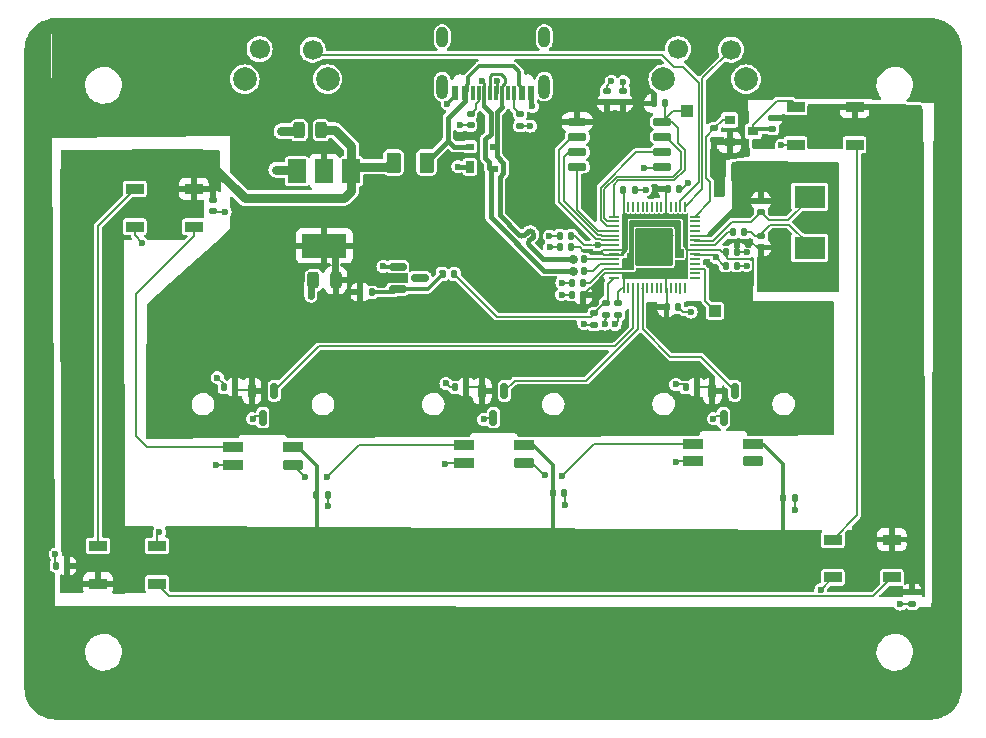
<source format=gbr>
G04 #@! TF.GenerationSoftware,KiCad,Pcbnew,(7.0.0-0)*
G04 #@! TF.CreationDate,2023-03-01T01:27:21-06:00*
G04 #@! TF.ProjectId,RP2040_minimal,52503230-3430-45f6-9d69-6e696d616c2e,REV1*
G04 #@! TF.SameCoordinates,Original*
G04 #@! TF.FileFunction,Copper,L2,Bot*
G04 #@! TF.FilePolarity,Positive*
%FSLAX46Y46*%
G04 Gerber Fmt 4.6, Leading zero omitted, Abs format (unit mm)*
G04 Created by KiCad (PCBNEW (7.0.0-0)) date 2023-03-01 01:27:21*
%MOMM*%
%LPD*%
G01*
G04 APERTURE LIST*
G04 Aperture macros list*
%AMRoundRect*
0 Rectangle with rounded corners*
0 $1 Rounding radius*
0 $2 $3 $4 $5 $6 $7 $8 $9 X,Y pos of 4 corners*
0 Add a 4 corners polygon primitive as box body*
4,1,4,$2,$3,$4,$5,$6,$7,$8,$9,$2,$3,0*
0 Add four circle primitives for the rounded corners*
1,1,$1+$1,$2,$3*
1,1,$1+$1,$4,$5*
1,1,$1+$1,$6,$7*
1,1,$1+$1,$8,$9*
0 Add four rect primitives between the rounded corners*
20,1,$1+$1,$2,$3,$4,$5,0*
20,1,$1+$1,$4,$5,$6,$7,0*
20,1,$1+$1,$6,$7,$8,$9,0*
20,1,$1+$1,$8,$9,$2,$3,0*%
G04 Aperture macros list end*
G04 #@! TA.AperFunction,SMDPad,CuDef*
%ADD10RoundRect,0.147500X-0.172500X0.147500X-0.172500X-0.147500X0.172500X-0.147500X0.172500X0.147500X0*%
G04 #@! TD*
G04 #@! TA.AperFunction,ComponentPad*
%ADD11C,1.700000*%
G04 #@! TD*
G04 #@! TA.AperFunction,ComponentPad*
%ADD12C,2.000000*%
G04 #@! TD*
G04 #@! TA.AperFunction,SMDPad,CuDef*
%ADD13RoundRect,0.243750X0.243750X0.456250X-0.243750X0.456250X-0.243750X-0.456250X0.243750X-0.456250X0*%
G04 #@! TD*
G04 #@! TA.AperFunction,SMDPad,CuDef*
%ADD14RoundRect,0.147500X0.147500X0.172500X-0.147500X0.172500X-0.147500X-0.172500X0.147500X-0.172500X0*%
G04 #@! TD*
G04 #@! TA.AperFunction,SMDPad,CuDef*
%ADD15RoundRect,0.147500X-0.147500X-0.172500X0.147500X-0.172500X0.147500X0.172500X-0.147500X0.172500X0*%
G04 #@! TD*
G04 #@! TA.AperFunction,SMDPad,CuDef*
%ADD16R,1.500000X2.000000*%
G04 #@! TD*
G04 #@! TA.AperFunction,SMDPad,CuDef*
%ADD17R,3.800000X2.000000*%
G04 #@! TD*
G04 #@! TA.AperFunction,SMDPad,CuDef*
%ADD18RoundRect,0.150000X0.650000X0.150000X-0.650000X0.150000X-0.650000X-0.150000X0.650000X-0.150000X0*%
G04 #@! TD*
G04 #@! TA.AperFunction,SMDPad,CuDef*
%ADD19RoundRect,0.147500X0.172500X-0.147500X0.172500X0.147500X-0.172500X0.147500X-0.172500X-0.147500X0*%
G04 #@! TD*
G04 #@! TA.AperFunction,SMDPad,CuDef*
%ADD20RoundRect,0.050000X-0.050000X0.387500X-0.050000X-0.387500X0.050000X-0.387500X0.050000X0.387500X0*%
G04 #@! TD*
G04 #@! TA.AperFunction,SMDPad,CuDef*
%ADD21RoundRect,0.050000X-0.387500X0.050000X-0.387500X-0.050000X0.387500X-0.050000X0.387500X0.050000X0*%
G04 #@! TD*
G04 #@! TA.AperFunction,ComponentPad*
%ADD22C,0.600000*%
G04 #@! TD*
G04 #@! TA.AperFunction,SMDPad,CuDef*
%ADD23RoundRect,0.144000X-1.456000X1.456000X-1.456000X-1.456000X1.456000X-1.456000X1.456000X1.456000X0*%
G04 #@! TD*
G04 #@! TA.AperFunction,SMDPad,CuDef*
%ADD24R,2.600000X1.900000*%
G04 #@! TD*
G04 #@! TA.AperFunction,SMDPad,CuDef*
%ADD25RoundRect,0.140000X0.140000X0.170000X-0.140000X0.170000X-0.140000X-0.170000X0.140000X-0.170000X0*%
G04 #@! TD*
G04 #@! TA.AperFunction,SMDPad,CuDef*
%ADD26R,1.700000X0.820000*%
G04 #@! TD*
G04 #@! TA.AperFunction,SMDPad,CuDef*
%ADD27RoundRect,0.205000X-0.645000X-0.205000X0.645000X-0.205000X0.645000X0.205000X-0.645000X0.205000X0*%
G04 #@! TD*
G04 #@! TA.AperFunction,SMDPad,CuDef*
%ADD28RoundRect,0.140000X-0.140000X-0.170000X0.140000X-0.170000X0.140000X0.170000X-0.140000X0.170000X0*%
G04 #@! TD*
G04 #@! TA.AperFunction,SMDPad,CuDef*
%ADD29R,1.501140X0.899160*%
G04 #@! TD*
G04 #@! TA.AperFunction,SMDPad,CuDef*
%ADD30RoundRect,0.150000X-0.150000X0.512500X-0.150000X-0.512500X0.150000X-0.512500X0.150000X0.512500X0*%
G04 #@! TD*
G04 #@! TA.AperFunction,SMDPad,CuDef*
%ADD31R,0.900000X0.800000*%
G04 #@! TD*
G04 #@! TA.AperFunction,SMDPad,CuDef*
%ADD32R,0.600000X1.150000*%
G04 #@! TD*
G04 #@! TA.AperFunction,SMDPad,CuDef*
%ADD33R,0.300000X1.150000*%
G04 #@! TD*
G04 #@! TA.AperFunction,ComponentPad*
%ADD34O,1.000000X1.800000*%
G04 #@! TD*
G04 #@! TA.AperFunction,ComponentPad*
%ADD35O,1.000000X2.100000*%
G04 #@! TD*
G04 #@! TA.AperFunction,SMDPad,CuDef*
%ADD36R,1.000000X1.000000*%
G04 #@! TD*
G04 #@! TA.AperFunction,SMDPad,CuDef*
%ADD37R,0.700000X1.000000*%
G04 #@! TD*
G04 #@! TA.AperFunction,SMDPad,CuDef*
%ADD38R,0.700000X0.600000*%
G04 #@! TD*
G04 #@! TA.AperFunction,SMDPad,CuDef*
%ADD39RoundRect,0.150000X-0.587500X-0.150000X0.587500X-0.150000X0.587500X0.150000X-0.587500X0.150000X0*%
G04 #@! TD*
G04 #@! TA.AperFunction,SMDPad,CuDef*
%ADD40RoundRect,0.140000X-0.170000X0.140000X-0.170000X-0.140000X0.170000X-0.140000X0.170000X0.140000X0*%
G04 #@! TD*
G04 #@! TA.AperFunction,SMDPad,CuDef*
%ADD41RoundRect,0.140000X0.170000X-0.140000X0.170000X0.140000X-0.170000X0.140000X-0.170000X-0.140000X0*%
G04 #@! TD*
G04 #@! TA.AperFunction,SMDPad,CuDef*
%ADD42RoundRect,0.250000X0.375000X0.625000X-0.375000X0.625000X-0.375000X-0.625000X0.375000X-0.625000X0*%
G04 #@! TD*
G04 #@! TA.AperFunction,ViaPad*
%ADD43C,0.600000*%
G04 #@! TD*
G04 #@! TA.AperFunction,Conductor*
%ADD44C,0.150000*%
G04 #@! TD*
G04 #@! TA.AperFunction,Conductor*
%ADD45C,0.300000*%
G04 #@! TD*
G04 #@! TA.AperFunction,Conductor*
%ADD46C,0.200000*%
G04 #@! TD*
G04 #@! TA.AperFunction,Conductor*
%ADD47C,0.800000*%
G04 #@! TD*
G04 #@! TA.AperFunction,Conductor*
%ADD48C,0.600000*%
G04 #@! TD*
G04 #@! TA.AperFunction,Conductor*
%ADD49C,0.400000*%
G04 #@! TD*
G04 #@! TA.AperFunction,Conductor*
%ADD50C,0.398780*%
G04 #@! TD*
G04 #@! TA.AperFunction,Conductor*
%ADD51C,0.250000*%
G04 #@! TD*
G04 APERTURE END LIST*
D10*
X110580000Y-121445000D03*
X110580000Y-122415000D03*
X108550000Y-122315000D03*
X108550000Y-123285000D03*
D11*
X84708000Y-99990000D03*
X80218000Y-99940000D03*
D12*
X85968000Y-102480000D03*
X78958000Y-102480000D03*
D11*
X120138000Y-99990000D03*
X115648000Y-99940000D03*
D12*
X121398000Y-102480000D03*
X114388000Y-102480000D03*
D13*
X86652500Y-119500000D03*
X84777500Y-119500000D03*
D14*
X107597500Y-120730000D03*
X106627500Y-120730000D03*
X107597500Y-119730000D03*
X106627500Y-119730000D03*
D15*
X114667500Y-121777500D03*
X115637500Y-121777500D03*
D16*
X83389999Y-110279999D03*
X85689999Y-110279999D03*
D17*
X85689999Y-116579999D03*
D16*
X87989999Y-110279999D03*
D18*
X114307500Y-106092500D03*
X114307500Y-107362500D03*
X114307500Y-108632500D03*
X114307500Y-109902500D03*
X107107500Y-109902500D03*
X107107500Y-108632500D03*
X107107500Y-107362500D03*
X107107500Y-106092500D03*
D10*
X122662500Y-115762500D03*
X122662500Y-116732500D03*
D14*
X106597500Y-116730000D03*
X105627500Y-116730000D03*
D15*
X111012500Y-111827500D03*
X111982500Y-111827500D03*
X119662500Y-117143500D03*
X120632500Y-117143500D03*
X106741624Y-117715000D03*
X107711624Y-117715000D03*
X119662500Y-118262500D03*
X120632500Y-118262500D03*
D13*
X85437500Y-106800000D03*
X83562500Y-106800000D03*
D15*
X114752500Y-111765000D03*
X115722500Y-111765000D03*
D19*
X111007500Y-104452500D03*
X111007500Y-103482500D03*
D20*
X111037500Y-113290000D03*
X111437500Y-113290000D03*
X111837500Y-113290000D03*
X112237500Y-113290000D03*
X112637500Y-113290000D03*
X113037500Y-113290000D03*
X113437500Y-113290000D03*
X113837500Y-113290000D03*
X114237500Y-113290000D03*
X114637500Y-113290000D03*
X115037500Y-113290000D03*
X115437500Y-113290000D03*
X115837500Y-113290000D03*
X116237500Y-113290000D03*
D21*
X117075000Y-114127500D03*
X117075000Y-114527500D03*
X117075000Y-114927500D03*
X117075000Y-115327500D03*
X117075000Y-115727500D03*
X117075000Y-116127500D03*
X117075000Y-116527500D03*
X117075000Y-116927500D03*
X117075000Y-117327500D03*
X117075000Y-117727500D03*
X117075000Y-118127500D03*
X117075000Y-118527500D03*
X117075000Y-118927500D03*
X117075000Y-119327500D03*
D20*
X116237500Y-120165000D03*
X115837500Y-120165000D03*
X115437500Y-120165000D03*
X115037500Y-120165000D03*
X114637500Y-120165000D03*
X114237500Y-120165000D03*
X113837500Y-120165000D03*
X113437500Y-120165000D03*
X113037500Y-120165000D03*
X112637500Y-120165000D03*
X112237500Y-120165000D03*
X111837500Y-120165000D03*
X111437500Y-120165000D03*
X111037500Y-120165000D03*
D21*
X110200000Y-119327500D03*
X110200000Y-118927500D03*
X110200000Y-118527500D03*
X110200000Y-118127500D03*
X110200000Y-117727500D03*
X110200000Y-117327500D03*
X110200000Y-116927500D03*
X110200000Y-116527500D03*
X110200000Y-116127500D03*
X110200000Y-115727500D03*
X110200000Y-115327500D03*
X110200000Y-114927500D03*
X110200000Y-114527500D03*
X110200000Y-114127500D03*
D22*
X114912500Y-115452500D03*
X113637500Y-115452500D03*
X112362500Y-115452500D03*
X114912500Y-116727500D03*
X113637500Y-116727500D03*
D23*
X113637500Y-116727500D03*
D22*
X112362500Y-116727500D03*
X114912500Y-118002500D03*
X113637500Y-118002500D03*
X112362500Y-118002500D03*
D19*
X122662500Y-113762500D03*
X122662500Y-112792500D03*
D15*
X106741624Y-118715000D03*
X107711624Y-118715000D03*
D14*
X106597500Y-115730000D03*
X105627500Y-115730000D03*
D19*
X109607500Y-104452500D03*
X109607500Y-103482500D03*
D15*
X120292500Y-115462500D03*
X121262500Y-115462500D03*
D24*
X126778499Y-112453499D03*
X126778499Y-116753499D03*
D25*
X78150000Y-128567500D03*
X77190000Y-128567500D03*
X63920000Y-143665000D03*
X62960000Y-143665000D03*
D26*
X116929999Y-133329999D03*
X116929999Y-134829999D03*
D27*
X122030000Y-134830000D03*
D26*
X122029999Y-133329999D03*
D28*
X105030000Y-137515000D03*
X105990000Y-137515000D03*
D29*
X130589359Y-104829799D03*
X130589359Y-108030199D03*
X125590639Y-108030199D03*
X125590639Y-104829799D03*
X133739359Y-141459799D03*
X133739359Y-144660199D03*
X128740639Y-144660199D03*
X128740639Y-141459799D03*
D15*
X95725000Y-118980000D03*
X96695000Y-118980000D03*
D30*
X118550000Y-128862500D03*
X120450000Y-128862500D03*
X119500000Y-131137500D03*
D31*
X120009999Y-107829999D03*
X120009999Y-105929999D03*
X122009999Y-106879999D03*
D32*
X96799999Y-103679999D03*
X97599999Y-103679999D03*
D33*
X98749999Y-103679999D03*
X99749999Y-103679999D03*
X100249999Y-103679999D03*
X101249999Y-103679999D03*
D32*
X102399999Y-103679999D03*
X103199999Y-103679999D03*
X103199999Y-103679999D03*
X102399999Y-103679999D03*
D33*
X101749999Y-103679999D03*
X100749999Y-103679999D03*
X99249999Y-103679999D03*
X98249999Y-103679999D03*
D32*
X97599999Y-103679999D03*
X96799999Y-103679999D03*
D34*
X95679999Y-98924999D03*
D35*
X95679999Y-103104999D03*
D34*
X104319999Y-98924999D03*
D35*
X104319999Y-103104999D03*
D15*
X88735000Y-120530000D03*
X89705000Y-120530000D03*
D29*
X74639359Y-111769799D03*
X74639359Y-114970199D03*
X69640639Y-114970199D03*
X69640639Y-111769799D03*
D36*
X116439999Y-105199999D03*
D28*
X85030000Y-137655000D03*
X85990000Y-137655000D03*
D37*
X98034999Y-109889999D03*
D38*
X98034999Y-108189999D03*
X100034999Y-108189999D03*
X100034999Y-110089999D03*
D30*
X99050000Y-128862500D03*
X100950000Y-128862500D03*
X100000000Y-131137500D03*
D36*
X118769999Y-122089999D03*
D39*
X91892500Y-120250000D03*
X91892500Y-118350000D03*
X93767500Y-119300000D03*
D40*
X98080000Y-105430000D03*
X98080000Y-106390000D03*
X123640000Y-105760000D03*
X123640000Y-106720000D03*
D30*
X79550000Y-128862500D03*
X81450000Y-128862500D03*
X80500000Y-131137500D03*
D10*
X109520000Y-122425000D03*
X109520000Y-121455000D03*
D28*
X124550000Y-137935000D03*
X125510000Y-137935000D03*
D40*
X135470000Y-145920000D03*
X135470000Y-146880000D03*
X76280000Y-112710000D03*
X76280000Y-113670000D03*
D25*
X97720000Y-128580000D03*
X96760000Y-128580000D03*
D40*
X102270000Y-105470000D03*
X102270000Y-106430000D03*
D25*
X117240000Y-128580000D03*
X116280000Y-128580000D03*
D26*
X97479999Y-133494999D03*
X97479999Y-134994999D03*
D27*
X102580000Y-134995000D03*
D26*
X102579999Y-133494999D03*
X77929999Y-133624999D03*
X77929999Y-135124999D03*
D27*
X83030000Y-135125000D03*
D26*
X83029999Y-133624999D03*
D41*
X118710000Y-107610000D03*
X118710000Y-106650000D03*
D29*
X66530639Y-145190199D03*
X66530639Y-141989799D03*
X71529359Y-141989799D03*
X71529359Y-145190199D03*
D28*
X113570000Y-104540000D03*
X114530000Y-104540000D03*
D42*
X94360000Y-109550000D03*
X91560000Y-109550000D03*
D43*
X90660000Y-118320000D03*
X107670000Y-123170000D03*
X109500000Y-123220000D03*
X110320000Y-123240000D03*
X121762000Y-116318000D03*
X126562500Y-114652500D03*
X124147500Y-115890000D03*
X128370000Y-110430000D03*
X125130000Y-110470000D03*
X125162500Y-119352500D03*
X77290000Y-113710000D03*
X62910000Y-142700000D03*
X112780000Y-110010000D03*
X116737500Y-122202500D03*
X120492000Y-113841500D03*
X116506250Y-111246250D03*
X79630000Y-131237500D03*
X115450000Y-134920000D03*
X127734680Y-145705320D03*
X105797500Y-120730000D03*
X99180000Y-131290000D03*
X86040000Y-138650000D03*
X109980000Y-102660000D03*
X70280000Y-116380000D03*
X122651000Y-117524500D03*
X76500000Y-135140000D03*
X121444490Y-117143494D03*
X97000000Y-109890000D03*
X103130000Y-106450000D03*
X128262500Y-119352500D03*
X115450000Y-128330000D03*
X105810000Y-119740000D03*
X112907500Y-111827500D03*
X71730000Y-140840000D03*
X84565000Y-120850000D03*
X95990000Y-128230000D03*
X76640000Y-127747500D03*
X125560000Y-138930000D03*
X95940000Y-135040000D03*
X124400000Y-108060000D03*
X82050000Y-106890000D03*
X122662500Y-111936500D03*
X103300000Y-104780000D03*
X106040000Y-138510000D03*
X118630000Y-131237500D03*
X104780000Y-116730000D03*
X134475000Y-146930000D03*
X97190000Y-106400000D03*
X96105000Y-104565000D03*
X104760000Y-115760000D03*
X121444504Y-118262500D03*
X81620000Y-110150000D03*
X124097500Y-113590000D03*
X111007500Y-102700000D03*
X97200000Y-101210000D03*
X103200000Y-101190000D03*
X108837494Y-116527500D03*
X111537500Y-117417500D03*
X118862500Y-117562500D03*
X115747500Y-117365000D03*
X99080000Y-102650000D03*
X100355500Y-102615878D03*
X84075000Y-136170000D03*
X85950000Y-136200000D03*
X104350000Y-136000000D03*
X105820000Y-136090000D03*
D44*
X96695000Y-118980000D02*
X100295000Y-122580000D01*
X100295000Y-122580000D02*
X108285000Y-122580000D01*
X108285000Y-122580000D02*
X108550000Y-122315000D01*
D45*
X90690000Y-118350000D02*
X90720000Y-118350000D01*
X90660000Y-118320000D02*
X90690000Y-118350000D01*
X90750000Y-118350000D02*
X90660000Y-118320000D01*
X91892500Y-118350000D02*
X90750000Y-118350000D01*
X95725000Y-118980000D02*
X94455000Y-120250000D01*
X94455000Y-120250000D02*
X91892500Y-120250000D01*
X91892500Y-120250000D02*
X91612500Y-120530000D01*
X91612500Y-120530000D02*
X89705000Y-120530000D01*
X95535000Y-118790000D02*
X95725000Y-118980000D01*
D44*
X108540000Y-123325000D02*
X107825000Y-123325000D01*
X107825000Y-123325000D02*
X107670000Y-123170000D01*
X109520000Y-121455000D02*
X109410000Y-121455000D01*
X109410000Y-121455000D02*
X108550000Y-122315000D01*
D46*
X110200000Y-119327500D02*
X109733750Y-119793750D01*
X109695000Y-121280000D02*
X109695000Y-119832500D01*
X109695000Y-119832500D02*
X109733750Y-119793750D01*
X110915000Y-120165000D02*
X110580000Y-120500000D01*
X110580000Y-120500000D02*
X110580000Y-121445000D01*
X111037500Y-120165000D02*
X110915000Y-120165000D01*
D44*
X110580000Y-122415000D02*
X110580000Y-122980000D01*
X110580000Y-122980000D02*
X110320000Y-123240000D01*
X109520000Y-122425000D02*
X109500000Y-123220000D01*
X81450000Y-128862500D02*
X85202500Y-125110000D01*
X85202500Y-125110000D02*
X110310000Y-125110000D01*
X110310000Y-125110000D02*
X111850000Y-123570000D01*
X111850000Y-123570000D02*
X111850000Y-120177500D01*
X111850000Y-120177500D02*
X111837500Y-120165000D01*
X100950000Y-128862500D02*
X101812500Y-128000000D01*
X101812500Y-128000000D02*
X107870000Y-128000000D01*
X112237500Y-123632500D02*
X112237500Y-120165000D01*
X107870000Y-128000000D02*
X112237500Y-123632500D01*
X118317000Y-115762500D02*
X120238000Y-113841500D01*
X124409600Y-108050400D02*
X125830000Y-108050400D01*
D47*
X81620000Y-110150000D02*
X81745000Y-110170000D01*
D44*
X128705320Y-144734680D02*
X127734680Y-145705320D01*
X125560000Y-138930000D02*
X125560000Y-137960000D01*
X117100000Y-115762500D02*
X118317000Y-115762500D01*
X122662500Y-116732500D02*
X122342500Y-116732500D01*
X116062500Y-122202500D02*
X115637500Y-121777500D01*
X118832500Y-131035000D02*
X118630000Y-131237500D01*
X106040000Y-138510000D02*
X106040000Y-137540000D01*
X109980000Y-102660000D02*
X109607500Y-103032500D01*
X97200000Y-106390000D02*
X97190000Y-106400000D01*
X99332500Y-131137500D02*
X99180000Y-131290000D01*
X103110000Y-106430000D02*
X103130000Y-106450000D01*
D46*
X102270000Y-106430000D02*
X103110000Y-106430000D01*
D44*
X69640640Y-114970200D02*
X69640640Y-115700640D01*
D46*
X98080000Y-106390000D02*
X97200000Y-106390000D01*
X105820000Y-119730000D02*
X106627500Y-119730000D01*
D44*
X109607500Y-103032500D02*
X109607500Y-103482500D01*
X115450000Y-128330000D02*
X116030000Y-128330000D01*
D47*
X82060000Y-106880000D02*
X83350000Y-106880000D01*
D44*
X95985000Y-134995000D02*
X95940000Y-135040000D01*
D47*
X82050000Y-106890000D02*
X82060000Y-106880000D01*
D46*
X104780000Y-116730000D02*
X105587500Y-116730000D01*
X115987500Y-111765000D02*
X115722500Y-111765000D01*
D44*
X62910000Y-142700000D02*
X62920000Y-142710000D01*
X71529360Y-141989800D02*
X71529360Y-141040640D01*
X115187500Y-115727500D02*
X114912500Y-115452500D01*
X76640000Y-127747500D02*
X77190000Y-128297500D01*
X70320000Y-116380000D02*
X70270000Y-116330000D01*
D48*
X84565000Y-119712500D02*
X84777500Y-119500000D01*
D44*
X77930000Y-135125000D02*
X76515000Y-135125000D01*
X70280000Y-116380000D02*
X70320000Y-116380000D01*
X76320000Y-113710000D02*
X76280000Y-113670000D01*
D49*
X98035000Y-109890000D02*
X97000000Y-109890000D01*
D46*
X111007500Y-103482500D02*
X111007500Y-102700000D01*
D47*
X81725000Y-110170000D02*
X81705000Y-110170000D01*
D44*
X116737500Y-122202500D02*
X116062500Y-122202500D01*
D46*
X120632500Y-117143500D02*
X121444484Y-117143500D01*
D44*
X76515000Y-135125000D02*
X76500000Y-135140000D01*
X116930000Y-134830000D02*
X115540000Y-134830000D01*
D46*
X112780000Y-110010000D02*
X112905000Y-110000000D01*
X106627500Y-120730000D02*
X105797500Y-120730000D01*
D44*
X122342500Y-116732500D02*
X121928000Y-116318000D01*
X97480000Y-134995000D02*
X95985000Y-134995000D01*
D48*
X84565000Y-120850000D02*
X84565000Y-119712500D01*
D44*
X122662500Y-117513000D02*
X122651000Y-117524500D01*
D46*
X121444484Y-117143500D02*
X121444490Y-117143494D01*
D44*
X122662500Y-116732500D02*
X122662500Y-117513000D01*
D45*
X96105000Y-104565000D02*
X96680000Y-103990000D01*
D44*
X96340000Y-128580000D02*
X96760000Y-128580000D01*
X71529360Y-141040640D02*
X71730000Y-140840000D01*
D46*
X122662500Y-112792500D02*
X122662500Y-111936500D01*
X116506250Y-111246250D02*
X115987500Y-111765000D01*
D44*
X77190000Y-128297500D02*
X77190000Y-128567500D01*
D46*
X105742500Y-115740000D02*
X104780000Y-115740000D01*
D44*
X62920000Y-142710000D02*
X62920000Y-143705000D01*
D46*
X120632500Y-118262500D02*
X121444504Y-118262500D01*
D44*
X100000000Y-131137500D02*
X99332500Y-131137500D01*
D46*
X112895000Y-110000000D02*
X112885000Y-110000000D01*
X112885000Y-110000000D02*
X112780000Y-110010000D01*
D44*
X115540000Y-134830000D02*
X115450000Y-134920000D01*
X79832500Y-131035000D02*
X79630000Y-131237500D01*
D46*
X112905000Y-110000000D02*
X113925000Y-110000000D01*
D44*
X70280000Y-116340000D02*
X70280000Y-116380000D01*
X124400000Y-108060000D02*
X124409600Y-108050400D01*
X95990000Y-128230000D02*
X96340000Y-128580000D01*
D49*
X103200000Y-103680000D02*
X103200000Y-104680000D01*
D44*
X134475000Y-146930000D02*
X135445000Y-146930000D01*
X86040000Y-138650000D02*
X86040000Y-137680000D01*
D45*
X96680000Y-103990000D02*
X96680000Y-103552500D01*
D44*
X77290000Y-113710000D02*
X76320000Y-113710000D01*
D46*
X105810000Y-119740000D02*
X105820000Y-119730000D01*
D44*
X116030000Y-128330000D02*
X116280000Y-128580000D01*
X69640640Y-115700640D02*
X70280000Y-116340000D01*
X80480000Y-131035000D02*
X79832500Y-131035000D01*
X119480000Y-131035000D02*
X118832500Y-131035000D01*
D46*
X104780000Y-115740000D02*
X104760000Y-115760000D01*
D47*
X81705000Y-110170000D02*
X81620000Y-110150000D01*
D44*
X121928000Y-116318000D02*
X121762000Y-116318000D01*
D47*
X81745000Y-110170000D02*
X83015000Y-110170000D01*
D44*
X120238000Y-113841500D02*
X120492000Y-113841500D01*
X112907500Y-111827500D02*
X111982500Y-111827500D01*
D45*
X101713750Y-101380000D02*
X102200000Y-101866250D01*
D47*
X94380000Y-109470000D02*
X94380000Y-109410000D01*
D45*
X97785000Y-103495000D02*
X97785000Y-102955305D01*
D50*
X97600000Y-103680000D02*
X97600000Y-104310000D01*
X96160000Y-107690000D02*
X94380000Y-109470000D01*
D45*
X102165000Y-102956250D02*
X102435000Y-103226250D01*
X102200000Y-102269695D02*
X102165000Y-102304695D01*
D50*
X96160000Y-107690000D02*
X96660000Y-108190000D01*
X96660000Y-108190000D02*
X98035000Y-108190000D01*
X96160000Y-105750000D02*
X96160000Y-107690000D01*
D44*
X102435000Y-103226250D02*
X102435000Y-103636250D01*
D50*
X97600000Y-104310000D02*
X96160000Y-105750000D01*
D45*
X97835000Y-102905305D02*
X97835000Y-102335000D01*
X102200000Y-101866250D02*
X102200000Y-102269695D01*
X97835000Y-102335000D02*
X98790000Y-101380000D01*
X98790000Y-101380000D02*
X101713750Y-101380000D01*
X102165000Y-102304695D02*
X102165000Y-102956250D01*
X97785000Y-102955305D02*
X97835000Y-102905305D01*
D46*
X97785000Y-103495000D02*
X97600000Y-103680000D01*
D44*
X117100000Y-116162500D02*
X118600361Y-116162500D01*
X120200361Y-114562500D02*
X121862500Y-114562500D01*
X118600361Y-116162500D02*
X120200361Y-114562500D01*
X122662500Y-113762500D02*
X123313000Y-114413000D01*
X126778500Y-112588963D02*
X126778500Y-112453500D01*
X121862500Y-114562500D02*
X122662500Y-113762500D01*
X123313000Y-114413000D02*
X124954463Y-114413000D01*
X124954463Y-114413000D02*
X126778500Y-112588963D01*
X118762500Y-116562500D02*
X119862500Y-115462500D01*
X117100000Y-116562500D02*
X118762500Y-116562500D01*
X119862500Y-115462500D02*
X120292500Y-115462500D01*
X98767500Y-128580000D02*
X99050000Y-128862500D01*
X79530000Y-128760000D02*
X78342500Y-128760000D01*
D48*
X86615000Y-116500000D02*
X86615000Y-119500000D01*
D44*
X114637500Y-111880000D02*
X114637500Y-113290000D01*
X118267500Y-128580000D02*
X118550000Y-128862500D01*
D46*
X110160000Y-116930000D02*
X110997500Y-116930000D01*
D44*
X121969504Y-117859004D02*
X121969504Y-118880496D01*
X114667500Y-121777500D02*
X114667500Y-120195000D01*
D46*
X109492474Y-118930000D02*
X110990000Y-118930000D01*
X107597500Y-120730000D02*
X108247500Y-120080000D01*
D44*
X119914000Y-117715000D02*
X121825500Y-117715000D01*
D46*
X110990000Y-118930000D02*
X111037500Y-118977500D01*
X110160000Y-117330000D02*
X110797500Y-117330000D01*
D44*
X117240000Y-128580000D02*
X118267500Y-128580000D01*
X114752500Y-111765000D02*
X114637500Y-111880000D01*
X121825500Y-117715000D02*
X121969504Y-117859004D01*
X121969504Y-118880496D02*
X121850000Y-119000000D01*
D46*
X109297500Y-116930000D02*
X110160000Y-116930000D01*
D44*
X119662500Y-117463500D02*
X119914000Y-117715000D01*
D46*
X119168000Y-116962500D02*
X119349000Y-117143500D01*
D44*
X111037500Y-113955000D02*
X111047500Y-113965000D01*
X114667500Y-120195000D02*
X114637500Y-120165000D01*
X119790000Y-107610000D02*
X120010000Y-107830000D01*
X118710000Y-107610000D02*
X119790000Y-107610000D01*
X78342500Y-128760000D02*
X78150000Y-128567500D01*
D46*
X108342475Y-120080000D02*
X109492474Y-118930000D01*
D44*
X114637500Y-120165000D02*
X114637500Y-119180000D01*
D46*
X110160000Y-117330000D02*
X109397498Y-117330000D01*
X109147499Y-117080001D02*
X109297500Y-116930000D01*
X119349000Y-117143500D02*
X119662500Y-117143500D01*
X108247500Y-120080000D02*
X108342475Y-120080000D01*
D44*
X114637500Y-114030000D02*
X114647500Y-114040000D01*
D46*
X106597500Y-116730000D02*
X107360034Y-116730000D01*
X111037500Y-118977500D02*
X111037500Y-120165000D01*
X107710035Y-117080001D02*
X109147499Y-117080001D01*
X117100000Y-116962500D02*
X116462500Y-116962500D01*
D44*
X117432500Y-128772500D02*
X117240000Y-128580000D01*
X111037500Y-111852500D02*
X111012500Y-111827500D01*
D46*
X117100000Y-116962500D02*
X119168000Y-116962500D01*
D44*
X114637500Y-119180000D02*
X114622500Y-119165000D01*
D46*
X109397498Y-117330000D02*
X109147499Y-117080001D01*
X110797500Y-117330000D02*
X110997500Y-117130000D01*
D44*
X97720000Y-128580000D02*
X98767500Y-128580000D01*
X111037500Y-113290000D02*
X111037500Y-111852500D01*
X119662500Y-117143500D02*
X119662500Y-117463500D01*
X114637500Y-113290000D02*
X114637500Y-114030000D01*
D46*
X107360034Y-116730000D02*
X107710035Y-117080001D01*
D44*
X114697500Y-120225000D02*
X114637500Y-120165000D01*
X111037500Y-113290000D02*
X111037500Y-113955000D01*
D46*
X110200000Y-116527500D02*
X108837494Y-116527500D01*
D44*
X111537500Y-117417500D02*
X111537500Y-117227500D01*
D46*
X107692500Y-116530000D02*
X108373230Y-116530000D01*
X109397500Y-118530000D02*
X108197500Y-119730000D01*
X108413230Y-116527500D02*
X108837494Y-116527500D01*
X110160000Y-118530000D02*
X109397500Y-118530000D01*
X119562500Y-118262500D02*
X119662500Y-118262500D01*
X108197500Y-119730000D02*
X107597500Y-119730000D01*
X110160000Y-118530000D02*
X110997500Y-118530000D01*
X118862500Y-117562500D02*
X119562500Y-118262500D01*
X118862500Y-117562500D02*
X118662500Y-117362500D01*
X118662500Y-117362500D02*
X117100000Y-117362500D01*
X106892500Y-115730000D02*
X107692500Y-116530000D01*
X106597500Y-115730000D02*
X106892500Y-115730000D01*
X109011624Y-118115000D02*
X108411624Y-118715000D01*
X108411624Y-118715000D02*
X107711624Y-118715000D01*
X110274124Y-118115000D02*
X109011624Y-118115000D01*
X110274124Y-117715000D02*
X107711624Y-117715000D01*
D44*
X122662500Y-115565000D02*
X123433500Y-114794000D01*
X121262500Y-115462500D02*
X121862500Y-115462500D01*
X121862500Y-115462500D02*
X122162500Y-115762500D01*
X125046463Y-114794000D02*
X126778500Y-116526037D01*
X126778500Y-116526037D02*
X126778500Y-116753500D01*
X122162500Y-115762500D02*
X122662500Y-115762500D01*
X122662500Y-115762500D02*
X122662500Y-115565000D01*
X123433500Y-114794000D02*
X125046463Y-114794000D01*
X117950000Y-121270000D02*
X118770000Y-122090000D01*
X117075000Y-118527500D02*
X117802500Y-118527500D01*
X117802500Y-118527500D02*
X117950000Y-118675000D01*
X117950000Y-118675000D02*
X117950000Y-121270000D01*
X115620000Y-107925736D02*
X115620000Y-106590000D01*
X110200000Y-114127500D02*
X110200000Y-111409670D01*
X115324264Y-111050000D02*
X116200000Y-110174264D01*
X115122500Y-106092500D02*
X114307500Y-106092500D01*
X115620000Y-106590000D02*
X115122500Y-106092500D01*
X115200000Y-105200000D02*
X116440000Y-105200000D01*
X114530000Y-105870000D02*
X114530000Y-104540000D01*
X116200000Y-110174264D02*
X116200000Y-108505736D01*
X110559670Y-111050000D02*
X115324264Y-111050000D01*
X114307500Y-106092500D02*
X114530000Y-105870000D01*
X114307500Y-106092500D02*
X115200000Y-105200000D01*
X110200000Y-111409670D02*
X110559670Y-111050000D01*
X116200000Y-108505736D02*
X115620000Y-107925736D01*
X108702500Y-116002500D02*
X105560000Y-112860000D01*
X110200000Y-116127500D02*
X109179957Y-116127500D01*
X109179957Y-116127500D02*
X109054957Y-116002500D01*
X105560000Y-112860000D02*
X105560000Y-108470000D01*
X106667500Y-107362500D02*
X107107500Y-107362500D01*
X105560000Y-108470000D02*
X106667500Y-107362500D01*
X109054957Y-116002500D02*
X108702500Y-116002500D01*
X106387500Y-108632500D02*
X107107500Y-108632500D01*
X105960000Y-112835736D02*
X105960000Y-109060000D01*
X109204221Y-115727500D02*
X109179221Y-115702500D01*
X108826764Y-115702500D02*
X105960000Y-112835736D01*
X110200000Y-115727500D02*
X109204221Y-115727500D01*
X105960000Y-109060000D02*
X106387500Y-108632500D01*
X109179221Y-115702500D02*
X108826764Y-115702500D01*
X110200000Y-115327500D02*
X108877500Y-115327500D01*
X108877500Y-115327500D02*
X107107500Y-113557500D01*
X107107500Y-113557500D02*
X107107500Y-109902500D01*
X109623236Y-114927500D02*
X109080000Y-114384264D01*
X109080000Y-114384264D02*
X109080000Y-111660000D01*
X110200000Y-114927500D02*
X109623236Y-114927500D01*
X112107500Y-108632500D02*
X114307500Y-108632500D01*
X109080000Y-111660000D02*
X112107500Y-108632500D01*
X109380000Y-111805406D02*
X110435406Y-110750000D01*
X109647500Y-114527500D02*
X109380000Y-114260000D01*
X115200000Y-110750000D02*
X115900000Y-110050000D01*
X115900000Y-108630000D02*
X114632500Y-107362500D01*
X110435406Y-110750000D02*
X115200000Y-110750000D01*
X115900000Y-110050000D02*
X115900000Y-108630000D01*
X110200000Y-114527500D02*
X109647500Y-114527500D01*
X109380000Y-114260000D02*
X109380000Y-111805406D01*
X114632500Y-107362500D02*
X114307500Y-107362500D01*
D49*
X104240000Y-117730000D02*
X103048527Y-116538527D01*
D51*
X100750000Y-103034551D02*
X100750000Y-103680000D01*
D49*
X100530000Y-110750000D02*
X100860000Y-110420000D01*
X106706624Y-117730000D02*
X104240000Y-117730000D01*
X103048527Y-116114263D02*
X103331371Y-115831422D01*
X100860000Y-109565000D02*
X100325000Y-109030000D01*
X106716624Y-117740000D02*
X106706624Y-117730000D01*
X100325000Y-105295000D02*
X100770000Y-104850000D01*
D51*
X99755000Y-102205000D02*
X99920000Y-102040000D01*
D49*
X102907107Y-115407158D02*
X102624265Y-115689999D01*
D51*
X101010000Y-102774551D02*
X100750000Y-103034551D01*
X99755000Y-103606250D02*
X99755000Y-102205000D01*
D49*
X100530000Y-114020000D02*
X100530000Y-110750000D01*
X100770000Y-104850000D02*
X100755000Y-104835000D01*
D45*
X100755000Y-104835000D02*
X100755000Y-103680000D01*
D51*
X101010000Y-102400000D02*
X101010000Y-102774551D01*
D49*
X100860000Y-110420000D02*
X100860000Y-109565000D01*
X100325000Y-109030000D02*
X100325000Y-105295000D01*
X102200000Y-115690000D02*
X100530000Y-114020000D01*
X103331371Y-115831422D02*
X103331370Y-115831423D01*
D51*
X99920000Y-102040000D02*
X100650000Y-102040000D01*
D47*
X106741624Y-117715000D02*
X106716624Y-117740000D01*
D51*
X100650000Y-102040000D02*
X101010000Y-102400000D01*
D49*
X103048532Y-116114268D02*
G75*
G03*
X103048527Y-116538527I212168J-212132D01*
G01*
X102199969Y-115690031D02*
G75*
G03*
X102624264Y-115689998I212131J212131D01*
G01*
X103331370Y-115407159D02*
G75*
G03*
X102907108Y-115407159I-212131J-212131D01*
G01*
X103331380Y-115831433D02*
G75*
G03*
X103331371Y-115407158I-212180J212133D01*
G01*
D46*
X99230000Y-103691250D02*
X99285000Y-103636250D01*
D51*
X99080000Y-102650000D02*
X99220000Y-102790000D01*
D44*
X100280000Y-103631250D02*
X100285000Y-103636250D01*
D49*
X99775000Y-105340000D02*
X99220000Y-104785000D01*
D44*
X99220000Y-103571250D02*
X99285000Y-103636250D01*
D47*
X106741624Y-118715000D02*
X106716624Y-118690000D01*
D49*
X99670000Y-109480000D02*
X99335000Y-109145000D01*
X106709124Y-118697500D02*
X104292500Y-118697500D01*
D45*
X99250000Y-104755000D02*
X99250000Y-103680000D01*
D49*
X106716624Y-118690000D02*
X106709124Y-118697500D01*
X99335000Y-109145000D02*
X99335000Y-107540000D01*
D51*
X100355500Y-102615878D02*
X100280000Y-102691378D01*
D49*
X99220000Y-104785000D02*
X99250000Y-104755000D01*
X99335000Y-107540000D02*
X99775000Y-107100000D01*
X99775000Y-110130000D02*
X99670000Y-110025000D01*
D51*
X100280000Y-102691378D02*
X100280000Y-103631250D01*
D49*
X104292500Y-118697500D02*
X104290000Y-118700000D01*
X99775000Y-114185000D02*
X99775000Y-110130000D01*
X99670000Y-110025000D02*
X99670000Y-109480000D01*
X104290000Y-118700000D02*
X99775000Y-114185000D01*
D51*
X99220000Y-102790000D02*
X99220000Y-103571250D01*
D49*
X99775000Y-107100000D02*
X99775000Y-105340000D01*
D44*
X112637500Y-120165000D02*
X112637500Y-123637500D01*
X117587500Y-126000000D02*
X120450000Y-128862500D01*
X115000000Y-126000000D02*
X117587500Y-126000000D01*
X112627500Y-120175000D02*
X112637500Y-120165000D01*
X112637500Y-123637500D02*
X115000000Y-126000000D01*
X115837500Y-120591409D02*
X115837500Y-120165000D01*
X118010000Y-110840000D02*
X118380000Y-111210000D01*
X119430000Y-105930000D02*
X118710000Y-106650000D01*
X118010000Y-107350000D02*
X118010000Y-110840000D01*
X117100000Y-114162500D02*
X117200000Y-114062500D01*
X118380000Y-111210000D02*
X118380000Y-112822500D01*
X118380000Y-112822500D02*
X117075000Y-114127500D01*
X120010000Y-105930000D02*
X119430000Y-105930000D01*
X118710000Y-106650000D02*
X118010000Y-107350000D01*
X117710000Y-102418000D02*
X117710000Y-111817500D01*
X117710000Y-111817500D02*
X116237500Y-113290000D01*
X120138000Y-99990000D02*
X117710000Y-102418000D01*
X116060000Y-101430000D02*
X117410000Y-102780000D01*
X84708000Y-99990000D02*
X84908000Y-100190000D01*
X114285000Y-100425000D02*
X115290000Y-101430000D01*
X85143000Y-100425000D02*
X114285000Y-100425000D01*
X117410000Y-102780000D02*
X117410000Y-111200000D01*
X117410000Y-111200000D02*
X115837500Y-112772500D01*
X84708000Y-99990000D02*
X85143000Y-100425000D01*
X115837500Y-112772500D02*
X115837500Y-113290000D01*
X115290000Y-101430000D02*
X116060000Y-101430000D01*
D46*
X98510000Y-104590000D02*
X98510000Y-105000000D01*
X98750000Y-103680000D02*
X98750000Y-104350000D01*
X98750000Y-104350000D02*
X98510000Y-104590000D01*
X98510000Y-105000000D02*
X98080000Y-105430000D01*
D44*
X102280000Y-105460000D02*
X102270000Y-105470000D01*
D46*
X102270000Y-105470000D02*
X101750000Y-104950000D01*
X101750000Y-104950000D02*
X101750000Y-103680000D01*
D45*
X122150000Y-106740000D02*
X123710000Y-106740000D01*
D44*
X125830000Y-104850000D02*
X126130990Y-104850000D01*
X125300000Y-104320000D02*
X124020000Y-104320000D01*
X122010000Y-106330000D02*
X122010000Y-106880000D01*
X124020000Y-104320000D02*
X122010000Y-106330000D01*
X123640000Y-106720000D02*
X123390000Y-106720000D01*
D45*
X122010000Y-106880000D02*
X122150000Y-106740000D01*
D44*
X125300000Y-104320000D02*
X125830000Y-104850000D01*
D45*
X124520000Y-135060000D02*
X122910000Y-133450000D01*
X124520000Y-141095000D02*
X124520000Y-135060000D01*
D47*
X88010000Y-109880000D02*
X89910000Y-109880000D01*
D45*
X122910000Y-133450000D02*
X122470000Y-133450000D01*
D47*
X86615000Y-106800000D02*
X85437500Y-106800000D01*
D45*
X105040000Y-135180000D02*
X103430000Y-133570000D01*
X85080000Y-135235000D02*
X83470000Y-133625000D01*
D47*
X91230000Y-109880000D02*
X91560000Y-109550000D01*
D45*
X83470000Y-133625000D02*
X83030000Y-133625000D01*
D47*
X89910000Y-109880000D02*
X91230000Y-109880000D01*
X76370000Y-109970000D02*
X78950000Y-112550000D01*
D45*
X105040000Y-141215000D02*
X105040000Y-135180000D01*
D44*
X133739360Y-141459800D02*
X133739360Y-141390640D01*
D47*
X87360000Y-112550000D02*
X87990000Y-111920000D01*
D45*
X103430000Y-133570000D02*
X102990000Y-133570000D01*
D47*
X78950000Y-112550000D02*
X87360000Y-112550000D01*
D44*
X90890000Y-109600000D02*
X90940000Y-109550000D01*
D45*
X85080000Y-141270000D02*
X85080000Y-135235000D01*
D47*
X86615000Y-106800000D02*
X87990000Y-108175000D01*
X87990000Y-111920000D02*
X87990000Y-110280000D01*
D44*
X90940000Y-109550000D02*
X91560000Y-109550000D01*
D47*
X87990000Y-108175000D02*
X87990000Y-110280000D01*
D44*
X132169240Y-146230320D02*
X133739360Y-144660200D01*
X71529360Y-145190200D02*
X72569480Y-146230320D01*
X72569480Y-146230320D02*
X132169240Y-146230320D01*
X66530640Y-141989800D02*
X66530640Y-114879800D01*
X66530640Y-114879800D02*
X69640640Y-111769800D01*
X69770000Y-120650000D02*
X69770000Y-132720000D01*
X70675000Y-133625000D02*
X77930000Y-133625000D01*
X69770000Y-132720000D02*
X70675000Y-133625000D01*
X74639360Y-114970200D02*
X74639360Y-115780640D01*
X74639360Y-115780640D02*
X69770000Y-120650000D01*
X88655000Y-133495000D02*
X97480000Y-133495000D01*
X84075000Y-136170000D02*
X83030000Y-135125000D01*
X85950000Y-136200000D02*
X88655000Y-133495000D01*
X104350000Y-136030000D02*
X104300000Y-135980000D01*
X105800000Y-136090000D02*
X108560000Y-133330000D01*
X104320000Y-136000000D02*
X104350000Y-136000000D01*
X104350000Y-136000000D02*
X104350000Y-136030000D01*
X108560000Y-133330000D02*
X116930000Y-133330000D01*
X102580000Y-134995000D02*
X103315000Y-134995000D01*
X103315000Y-134995000D02*
X104320000Y-136000000D01*
X130828720Y-139371720D02*
X128740640Y-141459800D01*
X130828720Y-108050400D02*
X130828720Y-139371720D01*
G04 #@! TA.AperFunction,Conductor*
G36*
X133903235Y-147168630D02*
G01*
X133957983Y-147181453D01*
X134001442Y-147217143D01*
X134077432Y-147316175D01*
X134077435Y-147316178D01*
X134082379Y-147322621D01*
X134197375Y-147410861D01*
X134331291Y-147466330D01*
X134475000Y-147485250D01*
X134618709Y-147466330D01*
X134752625Y-147410861D01*
X134867621Y-147322621D01*
X134871399Y-147317696D01*
X134926150Y-147286084D01*
X134990338Y-147286083D01*
X135045927Y-147318177D01*
X135067609Y-147339859D01*
X135177825Y-147396017D01*
X135269265Y-147410500D01*
X135670734Y-147410499D01*
X135762175Y-147396017D01*
X135872391Y-147339859D01*
X135959859Y-147252391D01*
X135966581Y-147239197D01*
X136012343Y-147189720D01*
X136077226Y-147171489D01*
X139699500Y-147176252D01*
X139699500Y-153996519D01*
X139699305Y-154003472D01*
X139682916Y-154295296D01*
X139681359Y-154309114D01*
X139632984Y-154593827D01*
X139629890Y-154607384D01*
X139549939Y-154884899D01*
X139545346Y-154898024D01*
X139434830Y-155164834D01*
X139428797Y-155177362D01*
X139289100Y-155430125D01*
X139281702Y-155441899D01*
X139114584Y-155677430D01*
X139105914Y-155688302D01*
X138913475Y-155903642D01*
X138903642Y-155913475D01*
X138688302Y-156105914D01*
X138677430Y-156114584D01*
X138441899Y-156281702D01*
X138430125Y-156289100D01*
X138177362Y-156428797D01*
X138164834Y-156434830D01*
X137898024Y-156545346D01*
X137884899Y-156549939D01*
X137607384Y-156629890D01*
X137593827Y-156632984D01*
X137309114Y-156681359D01*
X137295296Y-156682916D01*
X137003472Y-156699305D01*
X136996519Y-156699500D01*
X63046853Y-156699500D01*
X63046574Y-156699478D01*
X63045729Y-156699210D01*
X63043228Y-156699225D01*
X63043221Y-156699225D01*
X63001654Y-156699484D01*
X62994644Y-156699329D01*
X62702500Y-156684611D01*
X62688564Y-156683116D01*
X62403425Y-156636098D01*
X62389748Y-156633040D01*
X62111733Y-156554145D01*
X62098488Y-156549563D01*
X61831147Y-156439797D01*
X61818504Y-156433749D01*
X61565275Y-156294526D01*
X61553394Y-156287091D01*
X61317473Y-156120167D01*
X61306508Y-156111438D01*
X61090941Y-155918968D01*
X61081031Y-155909058D01*
X60888561Y-155693491D01*
X60879832Y-155682526D01*
X60712908Y-155446605D01*
X60705473Y-155434724D01*
X60567856Y-155184416D01*
X60566246Y-155181487D01*
X60560205Y-155168859D01*
X60450433Y-154901503D01*
X60445857Y-154888276D01*
X60366957Y-154610242D01*
X60363903Y-154596587D01*
X60316881Y-154311419D01*
X60315389Y-154297512D01*
X60300669Y-154005325D01*
X60300515Y-153998374D01*
X60300790Y-153954271D01*
X60300520Y-153953424D01*
X60300500Y-153953147D01*
X60300500Y-151062635D01*
X65445718Y-151062635D01*
X65475893Y-151311149D01*
X65477284Y-151315951D01*
X65477285Y-151315956D01*
X65544149Y-151546800D01*
X65544151Y-151546805D01*
X65545541Y-151551604D01*
X65547679Y-151556110D01*
X65547683Y-151556120D01*
X65650715Y-151773254D01*
X65652859Y-151777772D01*
X65655697Y-151781883D01*
X65655699Y-151781887D01*
X65792230Y-151979686D01*
X65795068Y-151983797D01*
X65798522Y-151987393D01*
X65798527Y-151987399D01*
X65885132Y-152077563D01*
X65968484Y-152164341D01*
X66168615Y-152314730D01*
X66173039Y-152317052D01*
X66173044Y-152317055D01*
X66351251Y-152410585D01*
X66390279Y-152431069D01*
X66627734Y-152510343D01*
X66874831Y-152550500D01*
X67059996Y-152550500D01*
X67062481Y-152550500D01*
X67249527Y-152535400D01*
X67492591Y-152475490D01*
X67722897Y-152377366D01*
X67934481Y-152243568D01*
X68121862Y-152077563D01*
X68280188Y-151883650D01*
X68405357Y-151666850D01*
X68494128Y-151432780D01*
X68544202Y-151187500D01*
X68549234Y-151062635D01*
X132445718Y-151062635D01*
X132475893Y-151311149D01*
X132477284Y-151315951D01*
X132477285Y-151315956D01*
X132544149Y-151546800D01*
X132544151Y-151546805D01*
X132545541Y-151551604D01*
X132547679Y-151556110D01*
X132547683Y-151556120D01*
X132650715Y-151773254D01*
X132652859Y-151777772D01*
X132655697Y-151781883D01*
X132655699Y-151781887D01*
X132792230Y-151979686D01*
X132795068Y-151983797D01*
X132798522Y-151987393D01*
X132798527Y-151987399D01*
X132885132Y-152077563D01*
X132968484Y-152164341D01*
X133168615Y-152314730D01*
X133173039Y-152317052D01*
X133173044Y-152317055D01*
X133351251Y-152410585D01*
X133390279Y-152431069D01*
X133627734Y-152510343D01*
X133874831Y-152550500D01*
X134059996Y-152550500D01*
X134062481Y-152550500D01*
X134249527Y-152535400D01*
X134492591Y-152475490D01*
X134722897Y-152377366D01*
X134934481Y-152243568D01*
X135121862Y-152077563D01*
X135280188Y-151883650D01*
X135405357Y-151666850D01*
X135494128Y-151432780D01*
X135544202Y-151187500D01*
X135554282Y-150937365D01*
X135524107Y-150688851D01*
X135454459Y-150448396D01*
X135347141Y-150222228D01*
X135204932Y-150016203D01*
X135201476Y-150012605D01*
X135201472Y-150012600D01*
X135034973Y-149839258D01*
X135034972Y-149839257D01*
X135031516Y-149835659D01*
X134831385Y-149685270D01*
X134826963Y-149682949D01*
X134826955Y-149682944D01*
X134614144Y-149571252D01*
X134614140Y-149571250D01*
X134609721Y-149568931D01*
X134604993Y-149567352D01*
X134604987Y-149567350D01*
X134377004Y-149491238D01*
X134376995Y-149491235D01*
X134372266Y-149489657D01*
X134367339Y-149488856D01*
X134367330Y-149488854D01*
X134130105Y-149450302D01*
X134130102Y-149450301D01*
X134125169Y-149449500D01*
X133937519Y-149449500D01*
X133935064Y-149449698D01*
X133935043Y-149449699D01*
X133755449Y-149464198D01*
X133755445Y-149464198D01*
X133750473Y-149464600D01*
X133745634Y-149465792D01*
X133745626Y-149465794D01*
X133512255Y-149523315D01*
X133512248Y-149523317D01*
X133507409Y-149524510D01*
X133502825Y-149526462D01*
X133502813Y-149526467D01*
X133281700Y-149620675D01*
X133281695Y-149620677D01*
X133277103Y-149622634D01*
X133272879Y-149625304D01*
X133272879Y-149625305D01*
X133069746Y-149753758D01*
X133069737Y-149753764D01*
X133065519Y-149756432D01*
X133061779Y-149759744D01*
X133061774Y-149759749D01*
X132881879Y-149919122D01*
X132881874Y-149919127D01*
X132878138Y-149922437D01*
X132874984Y-149926299D01*
X132874980Y-149926304D01*
X132722969Y-150112482D01*
X132722962Y-150112491D01*
X132719812Y-150116350D01*
X132717316Y-150120672D01*
X132717314Y-150120676D01*
X132597146Y-150328814D01*
X132594643Y-150333150D01*
X132592870Y-150337823D01*
X132592868Y-150337829D01*
X132549114Y-150453199D01*
X132505872Y-150567220D01*
X132504875Y-150572103D01*
X132504872Y-150572114D01*
X132456797Y-150807604D01*
X132456796Y-150807610D01*
X132455798Y-150812500D01*
X132455597Y-150817484D01*
X132455596Y-150817494D01*
X132445919Y-151057632D01*
X132445919Y-151057639D01*
X132445718Y-151062635D01*
X68549234Y-151062635D01*
X68554282Y-150937365D01*
X68524107Y-150688851D01*
X68454459Y-150448396D01*
X68347141Y-150222228D01*
X68204932Y-150016203D01*
X68201476Y-150012605D01*
X68201472Y-150012600D01*
X68034973Y-149839258D01*
X68034972Y-149839257D01*
X68031516Y-149835659D01*
X67831385Y-149685270D01*
X67826963Y-149682949D01*
X67826955Y-149682944D01*
X67614144Y-149571252D01*
X67614140Y-149571250D01*
X67609721Y-149568931D01*
X67604993Y-149567352D01*
X67604987Y-149567350D01*
X67377004Y-149491238D01*
X67376995Y-149491235D01*
X67372266Y-149489657D01*
X67367339Y-149488856D01*
X67367330Y-149488854D01*
X67130105Y-149450302D01*
X67130102Y-149450301D01*
X67125169Y-149449500D01*
X66937519Y-149449500D01*
X66935064Y-149449698D01*
X66935043Y-149449699D01*
X66755449Y-149464198D01*
X66755445Y-149464198D01*
X66750473Y-149464600D01*
X66745634Y-149465792D01*
X66745626Y-149465794D01*
X66512255Y-149523315D01*
X66512248Y-149523317D01*
X66507409Y-149524510D01*
X66502825Y-149526462D01*
X66502813Y-149526467D01*
X66281700Y-149620675D01*
X66281695Y-149620677D01*
X66277103Y-149622634D01*
X66272879Y-149625304D01*
X66272879Y-149625305D01*
X66069746Y-149753758D01*
X66069737Y-149753764D01*
X66065519Y-149756432D01*
X66061779Y-149759744D01*
X66061774Y-149759749D01*
X65881879Y-149919122D01*
X65881874Y-149919127D01*
X65878138Y-149922437D01*
X65874984Y-149926299D01*
X65874980Y-149926304D01*
X65722969Y-150112482D01*
X65722962Y-150112491D01*
X65719812Y-150116350D01*
X65717316Y-150120672D01*
X65717314Y-150120676D01*
X65597146Y-150328814D01*
X65594643Y-150333150D01*
X65592870Y-150337823D01*
X65592868Y-150337829D01*
X65549114Y-150453199D01*
X65505872Y-150567220D01*
X65504875Y-150572103D01*
X65504872Y-150572114D01*
X65456797Y-150807604D01*
X65456796Y-150807610D01*
X65455798Y-150812500D01*
X65455597Y-150817484D01*
X65455596Y-150817494D01*
X65445919Y-151057632D01*
X65445919Y-151057639D01*
X65445718Y-151062635D01*
X60300500Y-151062635D01*
X60300500Y-147071852D01*
X133903235Y-147168630D01*
G37*
G04 #@! TD.AperFunction*
G04 #@! TA.AperFunction,Conductor*
G36*
X111288474Y-113852472D02*
G01*
X111309269Y-113866367D01*
X111367752Y-113878000D01*
X111503608Y-113878000D01*
X111507248Y-113878000D01*
X111565731Y-113866367D01*
X111586525Y-113852472D01*
X111627639Y-113840000D01*
X111647361Y-113840000D01*
X111688474Y-113852472D01*
X111709269Y-113866367D01*
X111767752Y-113878000D01*
X111903608Y-113878000D01*
X111907248Y-113878000D01*
X111965731Y-113866367D01*
X111986525Y-113852472D01*
X112027639Y-113840000D01*
X112047361Y-113840000D01*
X112088474Y-113852472D01*
X112109269Y-113866367D01*
X112167752Y-113878000D01*
X112303608Y-113878000D01*
X112307248Y-113878000D01*
X112365731Y-113866367D01*
X112386525Y-113852472D01*
X112427639Y-113840000D01*
X112447361Y-113840000D01*
X112488474Y-113852472D01*
X112509269Y-113866367D01*
X112567752Y-113878000D01*
X112703608Y-113878000D01*
X112707248Y-113878000D01*
X112765731Y-113866367D01*
X112786525Y-113852472D01*
X112827639Y-113840000D01*
X112847361Y-113840000D01*
X112888474Y-113852472D01*
X112909269Y-113866367D01*
X112967752Y-113878000D01*
X113103608Y-113878000D01*
X113107248Y-113878000D01*
X113165731Y-113866367D01*
X113186525Y-113852472D01*
X113227639Y-113840000D01*
X113247361Y-113840000D01*
X113288474Y-113852472D01*
X113309269Y-113866367D01*
X113367752Y-113878000D01*
X113503608Y-113878000D01*
X113507248Y-113878000D01*
X113565731Y-113866367D01*
X113586525Y-113852472D01*
X113627639Y-113840000D01*
X113647361Y-113840000D01*
X113688474Y-113852472D01*
X113709269Y-113866367D01*
X113767752Y-113878000D01*
X113903608Y-113878000D01*
X113907248Y-113878000D01*
X113965731Y-113866367D01*
X113986525Y-113852472D01*
X114027639Y-113840000D01*
X114047361Y-113840000D01*
X114088474Y-113852472D01*
X114109269Y-113866367D01*
X114167752Y-113878000D01*
X114303608Y-113878000D01*
X114307248Y-113878000D01*
X114365731Y-113866367D01*
X114386525Y-113852472D01*
X114427639Y-113840000D01*
X114847361Y-113840000D01*
X114888474Y-113852472D01*
X114909269Y-113866367D01*
X114967752Y-113878000D01*
X115103608Y-113878000D01*
X115107248Y-113878000D01*
X115165731Y-113866367D01*
X115186525Y-113852472D01*
X115227639Y-113840000D01*
X115247361Y-113840000D01*
X115288474Y-113852472D01*
X115309269Y-113866367D01*
X115367752Y-113878000D01*
X115503608Y-113878000D01*
X115507248Y-113878000D01*
X115565731Y-113866367D01*
X115586525Y-113852472D01*
X115627639Y-113840000D01*
X115647361Y-113840000D01*
X115688474Y-113852472D01*
X115709269Y-113866367D01*
X115767752Y-113878000D01*
X115903608Y-113878000D01*
X115907248Y-113878000D01*
X115965731Y-113866367D01*
X115986525Y-113852472D01*
X116027639Y-113840000D01*
X116047361Y-113840000D01*
X116088474Y-113852472D01*
X116109269Y-113866367D01*
X116167752Y-113878000D01*
X116303608Y-113878000D01*
X116307248Y-113878000D01*
X116365731Y-113866367D01*
X116386525Y-113852472D01*
X116427639Y-113840000D01*
X116448500Y-113840000D01*
X116485500Y-113849914D01*
X116512586Y-113877000D01*
X116522500Y-113914000D01*
X116522500Y-113941102D01*
X116510029Y-113982214D01*
X116502683Y-113993206D01*
X116502680Y-113993210D01*
X116498633Y-113999269D01*
X116497211Y-114006417D01*
X116497210Y-114006420D01*
X116487710Y-114054181D01*
X116487000Y-114057752D01*
X116487000Y-114197248D01*
X116498633Y-114255731D01*
X116502682Y-114261790D01*
X116502683Y-114261793D01*
X116510029Y-114272786D01*
X116522500Y-114313898D01*
X116522500Y-114341102D01*
X116510029Y-114382214D01*
X116502683Y-114393206D01*
X116502680Y-114393210D01*
X116498633Y-114399269D01*
X116497211Y-114406417D01*
X116497210Y-114406420D01*
X116490713Y-114439086D01*
X116487000Y-114457752D01*
X116487000Y-114597248D01*
X116498633Y-114655731D01*
X116502682Y-114661790D01*
X116502683Y-114661793D01*
X116510029Y-114672786D01*
X116522500Y-114713898D01*
X116522500Y-114741102D01*
X116510029Y-114782214D01*
X116502683Y-114793206D01*
X116502680Y-114793210D01*
X116498633Y-114799269D01*
X116497211Y-114806417D01*
X116497210Y-114806420D01*
X116487710Y-114854181D01*
X116487000Y-114857752D01*
X116487000Y-114997248D01*
X116498633Y-115055731D01*
X116502682Y-115061790D01*
X116502683Y-115061793D01*
X116510029Y-115072786D01*
X116522500Y-115113898D01*
X116522500Y-115141102D01*
X116510029Y-115182214D01*
X116502683Y-115193206D01*
X116502680Y-115193210D01*
X116498633Y-115199269D01*
X116497211Y-115206417D01*
X116497210Y-115206420D01*
X116487710Y-115254181D01*
X116487000Y-115257752D01*
X116487000Y-115397248D01*
X116498633Y-115455731D01*
X116502682Y-115461790D01*
X116502683Y-115461793D01*
X116510029Y-115472786D01*
X116522500Y-115513898D01*
X116522500Y-115541102D01*
X116510029Y-115582214D01*
X116502683Y-115593206D01*
X116502680Y-115593210D01*
X116498633Y-115599269D01*
X116497211Y-115606417D01*
X116497210Y-115606420D01*
X116487710Y-115654181D01*
X116487000Y-115657752D01*
X116487000Y-115797248D01*
X116498633Y-115855731D01*
X116502682Y-115861790D01*
X116502683Y-115861793D01*
X116510029Y-115872786D01*
X116522500Y-115913898D01*
X116522500Y-115941102D01*
X116510029Y-115982214D01*
X116502683Y-115993206D01*
X116502680Y-115993210D01*
X116498633Y-115999269D01*
X116497211Y-116006417D01*
X116497210Y-116006420D01*
X116487710Y-116054181D01*
X116487000Y-116057752D01*
X116487000Y-116197248D01*
X116498633Y-116255731D01*
X116502682Y-116261790D01*
X116502683Y-116261793D01*
X116510029Y-116272786D01*
X116522500Y-116313898D01*
X116522500Y-116341102D01*
X116510029Y-116382214D01*
X116502683Y-116393206D01*
X116502680Y-116393210D01*
X116498633Y-116399269D01*
X116497211Y-116406417D01*
X116497210Y-116406420D01*
X116487710Y-116454181D01*
X116487000Y-116457752D01*
X116487000Y-116597248D01*
X116498633Y-116655731D01*
X116502682Y-116661790D01*
X116502683Y-116661793D01*
X116510029Y-116672786D01*
X116522500Y-116713898D01*
X116522500Y-117141102D01*
X116510029Y-117182214D01*
X116502683Y-117193206D01*
X116502680Y-117193210D01*
X116498633Y-117199269D01*
X116497211Y-117206417D01*
X116497210Y-117206420D01*
X116487710Y-117254181D01*
X116487000Y-117257752D01*
X116487000Y-117397248D01*
X116487709Y-117400816D01*
X116487710Y-117400818D01*
X116496995Y-117447500D01*
X116498633Y-117455731D01*
X116502682Y-117461790D01*
X116502683Y-117461793D01*
X116510029Y-117472786D01*
X116522500Y-117513898D01*
X116522500Y-117541102D01*
X116510029Y-117582214D01*
X116502683Y-117593206D01*
X116502680Y-117593210D01*
X116498633Y-117599269D01*
X116497211Y-117606417D01*
X116497210Y-117606420D01*
X116487710Y-117654181D01*
X116487000Y-117657752D01*
X116487000Y-117797248D01*
X116487709Y-117800816D01*
X116487710Y-117800818D01*
X116490630Y-117815500D01*
X116498633Y-117855731D01*
X116502682Y-117861790D01*
X116502683Y-117861793D01*
X116510029Y-117872786D01*
X116522500Y-117913898D01*
X116522500Y-117941102D01*
X116510029Y-117982214D01*
X116502683Y-117993206D01*
X116502680Y-117993210D01*
X116498633Y-117999269D01*
X116497211Y-118006417D01*
X116497210Y-118006420D01*
X116487710Y-118054181D01*
X116487000Y-118057752D01*
X116487000Y-118197248D01*
X116498633Y-118255731D01*
X116502682Y-118261790D01*
X116502683Y-118261793D01*
X116510029Y-118272786D01*
X116522500Y-118313898D01*
X116522500Y-118341102D01*
X116510029Y-118382214D01*
X116502683Y-118393206D01*
X116502680Y-118393210D01*
X116498633Y-118399269D01*
X116497211Y-118406417D01*
X116497210Y-118406420D01*
X116493351Y-118425821D01*
X116487000Y-118457752D01*
X116487000Y-118597248D01*
X116487709Y-118600816D01*
X116487710Y-118600818D01*
X116496149Y-118643246D01*
X116498633Y-118655731D01*
X116502682Y-118661790D01*
X116502683Y-118661793D01*
X116510029Y-118672786D01*
X116522500Y-118713898D01*
X116522500Y-118741102D01*
X116510029Y-118782214D01*
X116502683Y-118793206D01*
X116502680Y-118793210D01*
X116498633Y-118799269D01*
X116497211Y-118806417D01*
X116497210Y-118806420D01*
X116492023Y-118832500D01*
X116487000Y-118857752D01*
X116487000Y-118997248D01*
X116498633Y-119055731D01*
X116502682Y-119061790D01*
X116502683Y-119061793D01*
X116510029Y-119072786D01*
X116522500Y-119113898D01*
X116522500Y-119141102D01*
X116510029Y-119182214D01*
X116502683Y-119193206D01*
X116502680Y-119193210D01*
X116498633Y-119199269D01*
X116497211Y-119206417D01*
X116497210Y-119206420D01*
X116487710Y-119254181D01*
X116487000Y-119257752D01*
X116487000Y-119261392D01*
X116487000Y-119366000D01*
X116477086Y-119403000D01*
X116450000Y-119430086D01*
X116413000Y-119440000D01*
X110996500Y-119440000D01*
X110959500Y-119430086D01*
X110932414Y-119403000D01*
X110922500Y-119366000D01*
X110922500Y-118869500D01*
X110932414Y-118832500D01*
X110959500Y-118805414D01*
X110996500Y-118795500D01*
X111846071Y-118795500D01*
X111848500Y-118795500D01*
X111888746Y-118790202D01*
X111925746Y-118780288D01*
X111963250Y-118764753D01*
X111995455Y-118740041D01*
X112022541Y-118712955D01*
X112047253Y-118680750D01*
X112062788Y-118643246D01*
X112072702Y-118606246D01*
X112078000Y-118566000D01*
X112078000Y-118552000D01*
X112087914Y-118515000D01*
X112115000Y-118487914D01*
X112152000Y-118478000D01*
X115135325Y-118478000D01*
X115137468Y-118478000D01*
X115162094Y-118475143D01*
X115262815Y-118430670D01*
X115340670Y-118352815D01*
X115385143Y-118252094D01*
X115388000Y-118227468D01*
X115388000Y-117869500D01*
X115397914Y-117832500D01*
X115425000Y-117805414D01*
X115462000Y-117795500D01*
X115603972Y-117795500D01*
X115624820Y-117798497D01*
X115682728Y-117815500D01*
X115806980Y-117815500D01*
X115812272Y-117815500D01*
X115870179Y-117798497D01*
X115891028Y-117795500D01*
X116046071Y-117795500D01*
X116048500Y-117795500D01*
X116088746Y-117790202D01*
X116125746Y-117780288D01*
X116163250Y-117764753D01*
X116195455Y-117740041D01*
X116222541Y-117712955D01*
X116247253Y-117680750D01*
X116262788Y-117643246D01*
X116272702Y-117606246D01*
X116278000Y-117566000D01*
X116278000Y-116914000D01*
X116272702Y-116873754D01*
X116262788Y-116836754D01*
X116247253Y-116799250D01*
X116222541Y-116767045D01*
X116195455Y-116739959D01*
X116163250Y-116715247D01*
X116158774Y-116713393D01*
X116158769Y-116713390D01*
X116125746Y-116699712D01*
X116126007Y-116699081D01*
X116091849Y-116673747D01*
X116078000Y-116630644D01*
X116078000Y-114516429D01*
X116078000Y-114514000D01*
X116072702Y-114473754D01*
X116062788Y-114436754D01*
X116047253Y-114399250D01*
X116022541Y-114367045D01*
X115995455Y-114339959D01*
X115963250Y-114315247D01*
X115958774Y-114313393D01*
X115958769Y-114313390D01*
X115927977Y-114300636D01*
X115927975Y-114300635D01*
X115925746Y-114299712D01*
X115916790Y-114297312D01*
X115891084Y-114290424D01*
X115891077Y-114290422D01*
X115888746Y-114289798D01*
X115886349Y-114289482D01*
X115886342Y-114289481D01*
X115850908Y-114284817D01*
X115848500Y-114284500D01*
X111596500Y-114284500D01*
X111594092Y-114284816D01*
X111594091Y-114284817D01*
X111558657Y-114289481D01*
X111558647Y-114289482D01*
X111556254Y-114289798D01*
X111553925Y-114290421D01*
X111553915Y-114290424D01*
X111521586Y-114299087D01*
X111521583Y-114299087D01*
X111519254Y-114299712D01*
X111517029Y-114300633D01*
X111517022Y-114300636D01*
X111486230Y-114313390D01*
X111486222Y-114313394D01*
X111481750Y-114315247D01*
X111477905Y-114318196D01*
X111477902Y-114318199D01*
X111451464Y-114338486D01*
X111451459Y-114338489D01*
X111449545Y-114339959D01*
X111447841Y-114341662D01*
X111447833Y-114341670D01*
X111424170Y-114365333D01*
X111424162Y-114365341D01*
X111422459Y-114367045D01*
X111420989Y-114368959D01*
X111420986Y-114368964D01*
X111400699Y-114395402D01*
X111400696Y-114395405D01*
X111397747Y-114399250D01*
X111395894Y-114403722D01*
X111395890Y-114403730D01*
X111383136Y-114434522D01*
X111383133Y-114434529D01*
X111382212Y-114436754D01*
X111381587Y-114439083D01*
X111381587Y-114439086D01*
X111372924Y-114471415D01*
X111372921Y-114471425D01*
X111372298Y-114473754D01*
X111371982Y-114476147D01*
X111371981Y-114476157D01*
X111367317Y-114511591D01*
X111367000Y-114514000D01*
X111367000Y-114516429D01*
X111367000Y-116951155D01*
X111357948Y-116986619D01*
X111333008Y-117013407D01*
X111239451Y-117073533D01*
X111235988Y-117077528D01*
X111235985Y-117077532D01*
X111158081Y-117167439D01*
X111158077Y-117167444D01*
X111154618Y-117171437D01*
X111152422Y-117176245D01*
X111152421Y-117176247D01*
X111115199Y-117257752D01*
X111100803Y-117289274D01*
X111100050Y-117294509D01*
X111100049Y-117294514D01*
X111082367Y-117417500D01*
X111081286Y-117417344D01*
X111073206Y-117447500D01*
X111046120Y-117474586D01*
X111009120Y-117484500D01*
X110996500Y-117484500D01*
X110959500Y-117474586D01*
X110932414Y-117447500D01*
X110922500Y-117410500D01*
X110922500Y-113914000D01*
X110932414Y-113877000D01*
X110959500Y-113849914D01*
X110996500Y-113840000D01*
X111247361Y-113840000D01*
X111288474Y-113852472D01*
G37*
G04 #@! TD.AperFunction*
G04 #@! TA.AperFunction,Conductor*
G36*
X129112647Y-109471812D02*
G01*
X129175222Y-109488846D01*
X129221036Y-109534747D01*
X129237952Y-109597353D01*
X129277038Y-120385158D01*
X129260164Y-120448605D01*
X129213663Y-120494950D01*
X129150161Y-120511612D01*
X122416622Y-120464688D01*
X122353800Y-120447403D01*
X122308012Y-120401047D01*
X122291502Y-120338020D01*
X122300007Y-118747624D01*
X122295804Y-118710495D01*
X122295004Y-118696322D01*
X122295004Y-117878710D01*
X122295483Y-117867731D01*
X122296679Y-117854057D01*
X122297715Y-117846400D01*
X122297802Y-117846046D01*
X122305147Y-117786573D01*
X122305457Y-117728572D01*
X122305108Y-117713771D01*
X122304352Y-117699414D01*
X122303142Y-117684633D01*
X122300567Y-117661460D01*
X122308990Y-117600298D01*
X122345459Y-117550479D01*
X122401219Y-117523966D01*
X122408733Y-117522471D01*
X122412499Y-117509120D01*
X122912500Y-117509120D01*
X122916265Y-117522472D01*
X122929871Y-117525179D01*
X122930678Y-117525115D01*
X122943278Y-117522814D01*
X123086584Y-117481180D01*
X123101019Y-117474934D01*
X123228190Y-117399725D01*
X123240616Y-117390086D01*
X123345086Y-117285616D01*
X123354725Y-117273190D01*
X123429934Y-117146019D01*
X123436180Y-117131583D01*
X123475403Y-116996580D01*
X123475988Y-116985131D01*
X123464834Y-116982500D01*
X122929090Y-116982500D01*
X122916006Y-116986006D01*
X122912500Y-116999090D01*
X122912500Y-117509120D01*
X122412499Y-117509120D01*
X122412500Y-117509118D01*
X122412500Y-116608500D01*
X122429381Y-116545500D01*
X122475500Y-116499381D01*
X122538500Y-116482500D01*
X123464834Y-116482500D01*
X123475988Y-116479868D01*
X123475403Y-116468419D01*
X123436180Y-116333416D01*
X123429934Y-116318980D01*
X123354725Y-116191809D01*
X123345086Y-116179383D01*
X123261172Y-116095469D01*
X123230434Y-116045309D01*
X123225819Y-115986661D01*
X123233000Y-115941323D01*
X123232999Y-115583678D01*
X123225424Y-115535848D01*
X123230040Y-115477206D01*
X123260776Y-115427048D01*
X123531421Y-115156404D01*
X123572299Y-115129091D01*
X123620517Y-115119500D01*
X124859446Y-115119500D01*
X124907664Y-115129091D01*
X124948542Y-115156405D01*
X125271698Y-115479562D01*
X125301915Y-115528155D01*
X125307524Y-115585102D01*
X125287369Y-115638657D01*
X125249427Y-115695442D01*
X125249425Y-115695446D01*
X125242534Y-115705760D01*
X125240113Y-115717929D01*
X125240113Y-115717930D01*
X125229206Y-115772758D01*
X125229204Y-115772768D01*
X125228000Y-115778826D01*
X125228000Y-117728174D01*
X125229205Y-117734232D01*
X125229206Y-117734241D01*
X125233269Y-117754665D01*
X125242534Y-117801240D01*
X125249426Y-117811555D01*
X125249427Y-117811557D01*
X125286961Y-117867731D01*
X125297899Y-117884101D01*
X125380760Y-117939466D01*
X125453826Y-117954000D01*
X128096987Y-117954000D01*
X128103174Y-117954000D01*
X128176240Y-117939466D01*
X128259101Y-117884101D01*
X128314466Y-117801240D01*
X128329000Y-117728174D01*
X128329000Y-115778826D01*
X128314466Y-115705760D01*
X128259101Y-115622899D01*
X128246815Y-115614690D01*
X128186557Y-115574427D01*
X128186555Y-115574426D01*
X128176240Y-115567534D01*
X128163592Y-115565018D01*
X128109241Y-115554206D01*
X128109232Y-115554205D01*
X128103174Y-115553000D01*
X128096987Y-115553000D01*
X126317980Y-115553000D01*
X126269762Y-115543409D01*
X126228887Y-115516097D01*
X125359382Y-114646593D01*
X125326772Y-114590111D01*
X125326772Y-114524889D01*
X125359384Y-114468404D01*
X125729096Y-114098693D01*
X126136884Y-113690904D01*
X126177762Y-113663591D01*
X126225980Y-113654000D01*
X128096987Y-113654000D01*
X128103174Y-113654000D01*
X128176240Y-113639466D01*
X128259101Y-113584101D01*
X128314466Y-113501240D01*
X128329000Y-113428174D01*
X128329000Y-111478826D01*
X128314466Y-111405760D01*
X128301737Y-111386710D01*
X128265993Y-111333214D01*
X128259101Y-111322899D01*
X128221151Y-111297542D01*
X128186557Y-111274427D01*
X128186555Y-111274426D01*
X128176240Y-111267534D01*
X128163592Y-111265018D01*
X128109241Y-111254206D01*
X128109232Y-111254205D01*
X128103174Y-111253000D01*
X125453826Y-111253000D01*
X125447768Y-111254204D01*
X125447758Y-111254206D01*
X125392930Y-111265113D01*
X125392929Y-111265113D01*
X125380760Y-111267534D01*
X125370446Y-111274425D01*
X125370442Y-111274427D01*
X125308214Y-111316006D01*
X125308211Y-111316008D01*
X125297899Y-111322899D01*
X125291008Y-111333211D01*
X125291006Y-111333214D01*
X125249427Y-111395442D01*
X125249425Y-111395446D01*
X125242534Y-111405760D01*
X125240113Y-111417929D01*
X125240113Y-111417930D01*
X125229206Y-111472758D01*
X125229204Y-111472768D01*
X125228000Y-111478826D01*
X125228000Y-113428174D01*
X125229205Y-113434232D01*
X125229206Y-113434241D01*
X125236928Y-113473058D01*
X125242534Y-113501240D01*
X125249427Y-113511557D01*
X125249428Y-113511558D01*
X125250517Y-113513188D01*
X125270675Y-113566743D01*
X125265066Y-113623692D01*
X125234849Y-113672286D01*
X124856542Y-114050595D01*
X124815664Y-114077909D01*
X124767446Y-114087500D01*
X123500016Y-114087500D01*
X123451798Y-114077909D01*
X123410921Y-114050595D01*
X123269904Y-113909578D01*
X123242590Y-113868701D01*
X123232999Y-113820483D01*
X123232999Y-113588633D01*
X123232999Y-113588631D01*
X123232999Y-113583678D01*
X123225817Y-113538334D01*
X123230434Y-113479688D01*
X123261172Y-113429529D01*
X123345089Y-113345612D01*
X123354725Y-113333190D01*
X123429934Y-113206019D01*
X123436180Y-113191583D01*
X123475403Y-113056580D01*
X123475988Y-113045131D01*
X123464834Y-113042500D01*
X121860166Y-113042500D01*
X121849011Y-113045131D01*
X121849596Y-113056580D01*
X121888819Y-113191583D01*
X121895065Y-113206019D01*
X121970274Y-113333190D01*
X121979913Y-113345616D01*
X122063827Y-113429530D01*
X122094565Y-113479688D01*
X122099181Y-113538334D01*
X122092775Y-113578782D01*
X122092000Y-113583677D01*
X122092000Y-113588631D01*
X122092000Y-113820482D01*
X122082409Y-113868700D01*
X122055096Y-113909577D01*
X121764579Y-114200095D01*
X121723701Y-114227409D01*
X121675483Y-114237000D01*
X120220071Y-114237000D01*
X120209089Y-114236520D01*
X120182538Y-114234197D01*
X120171554Y-114233236D01*
X120160907Y-114236088D01*
X120160903Y-114236089D01*
X120135140Y-114242992D01*
X120124417Y-114245369D01*
X120098169Y-114249998D01*
X120098168Y-114249998D01*
X120087316Y-114251912D01*
X120077774Y-114257420D01*
X120074478Y-114258620D01*
X120071313Y-114260095D01*
X120060677Y-114262946D01*
X120051654Y-114269263D01*
X120051649Y-114269266D01*
X120029802Y-114284563D01*
X120020539Y-114290464D01*
X119997452Y-114303793D01*
X119997446Y-114303797D01*
X119987906Y-114309306D01*
X119980821Y-114317748D01*
X119980821Y-114317749D01*
X119963675Y-114338182D01*
X119956251Y-114346282D01*
X118502437Y-115800097D01*
X118461563Y-115827409D01*
X118413345Y-115837000D01*
X118228500Y-115837000D01*
X118165500Y-115820119D01*
X118119381Y-115774000D01*
X118102500Y-115711000D01*
X118102500Y-115614690D01*
X118112091Y-115566472D01*
X118139405Y-115525595D01*
X119140111Y-114524889D01*
X120202500Y-113462500D01*
X120193365Y-112539868D01*
X121849011Y-112539868D01*
X121860166Y-112542500D01*
X122395910Y-112542500D01*
X122408993Y-112538993D01*
X122412500Y-112525910D01*
X122912500Y-112525910D01*
X122916006Y-112538993D01*
X122929090Y-112542500D01*
X123464834Y-112542500D01*
X123475988Y-112539868D01*
X123475403Y-112528419D01*
X123436180Y-112393416D01*
X123429934Y-112378980D01*
X123354725Y-112251809D01*
X123345086Y-112239383D01*
X123240616Y-112134913D01*
X123228190Y-112125274D01*
X123101019Y-112050065D01*
X123086584Y-112043819D01*
X122943277Y-112002184D01*
X122930676Y-111999883D01*
X122929874Y-111999820D01*
X122916266Y-112002527D01*
X122912500Y-112015882D01*
X122912500Y-112525910D01*
X122412500Y-112525910D01*
X122412500Y-112015880D01*
X122408734Y-112002527D01*
X122395128Y-111999820D01*
X122394321Y-111999884D01*
X122381721Y-112002185D01*
X122238415Y-112043819D01*
X122223980Y-112050065D01*
X122096809Y-112125274D01*
X122084383Y-112134913D01*
X121979913Y-112239383D01*
X121970274Y-112251809D01*
X121895065Y-112378980D01*
X121888819Y-112393416D01*
X121849596Y-112528419D01*
X121849011Y-112539868D01*
X120193365Y-112539868D01*
X120164498Y-109624345D01*
X120178056Y-109566231D01*
X120216837Y-109520871D01*
X120272135Y-109498446D01*
X120756026Y-109427213D01*
X120775042Y-109425874D01*
X129112647Y-109471812D01*
G37*
G04 #@! TD.AperFunction*
G04 #@! TA.AperFunction,Conductor*
G36*
X121862860Y-115923186D02*
G01*
X121918389Y-115978715D01*
X121925816Y-115986819D01*
X121942957Y-116007248D01*
X121942960Y-116007250D01*
X121950045Y-116015694D01*
X121955306Y-116018731D01*
X121990184Y-116067868D01*
X121996952Y-116131167D01*
X121974003Y-116184809D01*
X121974308Y-116184989D01*
X121972929Y-116187319D01*
X121971913Y-116189696D01*
X121970275Y-116191806D01*
X121895065Y-116318980D01*
X121888819Y-116333415D01*
X121847183Y-116476727D01*
X121844884Y-116489314D01*
X121842693Y-116517156D01*
X121842500Y-116522083D01*
X121842500Y-116636500D01*
X121825619Y-116699500D01*
X121779500Y-116745619D01*
X121716500Y-116762500D01*
X121480821Y-116762500D01*
X121418393Y-116745948D01*
X121372368Y-116700639D01*
X121299730Y-116577815D01*
X121290086Y-116565383D01*
X121185616Y-116460913D01*
X121173190Y-116451274D01*
X121046019Y-116376065D01*
X121031583Y-116369819D01*
X120896580Y-116330596D01*
X120885131Y-116330011D01*
X120882500Y-116341166D01*
X120882500Y-116762500D01*
X120382500Y-116762500D01*
X120382500Y-116341166D01*
X120379868Y-116330011D01*
X120368419Y-116330596D01*
X120233416Y-116369819D01*
X120218980Y-116376065D01*
X120091809Y-116451274D01*
X120079387Y-116460910D01*
X119995469Y-116544828D01*
X119945310Y-116575565D01*
X119886664Y-116580181D01*
X119846215Y-116573774D01*
X119846204Y-116573773D01*
X119841323Y-116573000D01*
X119836369Y-116573000D01*
X119516514Y-116573000D01*
X119459311Y-116559267D01*
X119414578Y-116521061D01*
X119392065Y-116466711D01*
X119396681Y-116408064D01*
X119427417Y-116357907D01*
X119787886Y-115997438D01*
X119831825Y-115968904D01*
X119883574Y-115960708D01*
X119934182Y-115974268D01*
X119950557Y-115982612D01*
X120011410Y-116013619D01*
X120020478Y-116018239D01*
X120113677Y-116033000D01*
X120471322Y-116032999D01*
X120564522Y-116018239D01*
X120676855Y-115961002D01*
X120688404Y-115949452D01*
X120744889Y-115916840D01*
X120810111Y-115916840D01*
X120866595Y-115949452D01*
X120878145Y-115961002D01*
X120920557Y-115982612D01*
X120981410Y-116013619D01*
X120990478Y-116018239D01*
X121083677Y-116033000D01*
X121441322Y-116032999D01*
X121534522Y-116018239D01*
X121646855Y-115961002D01*
X121684672Y-115923184D01*
X121741153Y-115890575D01*
X121806376Y-115890574D01*
X121862860Y-115923186D01*
G37*
G04 #@! TD.AperFunction*
G04 #@! TA.AperFunction,Conductor*
G36*
X136320409Y-105012563D02*
G01*
X136368758Y-105036898D01*
X136402135Y-105079511D01*
X136414179Y-105132282D01*
X136423652Y-107308042D01*
X136423652Y-107308062D01*
X136423659Y-107309533D01*
X136423659Y-107309546D01*
X136428320Y-108379964D01*
X136428391Y-108396341D01*
X136428391Y-108396343D01*
X136430115Y-108792280D01*
X136592962Y-146192744D01*
X136593111Y-146226799D01*
X136576679Y-146289027D01*
X136531268Y-146334636D01*
X136469112Y-146351339D01*
X136386974Y-146351339D01*
X136331549Y-146338263D01*
X136287813Y-146301791D01*
X136264992Y-146249617D01*
X136267898Y-146192744D01*
X136270478Y-146183860D01*
X136271054Y-146172590D01*
X136260075Y-146170000D01*
X134679925Y-146170000D01*
X134668945Y-146172590D01*
X134669521Y-146183860D01*
X134672102Y-146192744D01*
X134675008Y-146249617D01*
X134652187Y-146301791D01*
X134608451Y-146338263D01*
X134553026Y-146351339D01*
X132807908Y-146351339D01*
X132751613Y-146337824D01*
X132707590Y-146300224D01*
X132685435Y-146246737D01*
X132689977Y-146189021D01*
X132720227Y-146139658D01*
X132955066Y-145904820D01*
X133463286Y-145396599D01*
X133503515Y-145369719D01*
X133550968Y-145360280D01*
X134508509Y-145360280D01*
X134514604Y-145360280D01*
X134572882Y-145348687D01*
X134639302Y-145353716D01*
X134693538Y-145392392D01*
X134719935Y-145453552D01*
X134710875Y-145519546D01*
X134705793Y-145531289D01*
X134669520Y-145656142D01*
X134668945Y-145667409D01*
X134679925Y-145670000D01*
X135203674Y-145670000D01*
X135216549Y-145666549D01*
X135220000Y-145653674D01*
X135720000Y-145653674D01*
X135723450Y-145666549D01*
X135736326Y-145670000D01*
X136260075Y-145670000D01*
X136271054Y-145667409D01*
X136270479Y-145656142D01*
X136234207Y-145531293D01*
X136228061Y-145517091D01*
X136153691Y-145391339D01*
X136144200Y-145379103D01*
X136040896Y-145275799D01*
X136028660Y-145266308D01*
X135902909Y-145191939D01*
X135888702Y-145185791D01*
X135747002Y-145144623D01*
X135736415Y-145142689D01*
X135723706Y-145145217D01*
X135720000Y-145158359D01*
X135720000Y-145653674D01*
X135220000Y-145653674D01*
X135220000Y-145158363D01*
X135216293Y-145145218D01*
X135203585Y-145142690D01*
X135192994Y-145144624D01*
X135051297Y-145185791D01*
X135037089Y-145191939D01*
X134925926Y-145257681D01*
X134860735Y-145274932D01*
X134796156Y-145255514D01*
X134751288Y-145205171D01*
X134739480Y-145139228D01*
X134740430Y-145134454D01*
X134740430Y-144185946D01*
X134725896Y-144112880D01*
X134670531Y-144030019D01*
X134587670Y-143974654D01*
X134575692Y-143972271D01*
X134575689Y-143972270D01*
X134520583Y-143961309D01*
X134520579Y-143961308D01*
X134514604Y-143960120D01*
X132964116Y-143960120D01*
X132958141Y-143961308D01*
X132958136Y-143961309D01*
X132903030Y-143972270D01*
X132903025Y-143972271D01*
X132891050Y-143974654D01*
X132880895Y-143981439D01*
X132880893Y-143981440D01*
X132818341Y-144023235D01*
X132818338Y-144023237D01*
X132808189Y-144030019D01*
X132801407Y-144040168D01*
X132801405Y-144040171D01*
X132759610Y-144102723D01*
X132759609Y-144102725D01*
X132752824Y-144112880D01*
X132750441Y-144124855D01*
X132750440Y-144124860D01*
X132739479Y-144179966D01*
X132739478Y-144179971D01*
X132738290Y-144185946D01*
X132738290Y-145134454D01*
X132738881Y-145137428D01*
X132732397Y-145189999D01*
X132703327Y-145235905D01*
X132070733Y-145868501D01*
X132030505Y-145895381D01*
X131983052Y-145904820D01*
X130431706Y-145904820D01*
X130414483Y-141953898D01*
X132488790Y-141953898D01*
X132489143Y-141960494D01*
X132494363Y-142009047D01*
X132497901Y-142024021D01*
X132542337Y-142143157D01*
X132550752Y-142158569D01*
X132626288Y-142259472D01*
X132638697Y-142271881D01*
X132739600Y-142347417D01*
X132755012Y-142355832D01*
X132874148Y-142400268D01*
X132889122Y-142403806D01*
X132937675Y-142409026D01*
X132944272Y-142409380D01*
X133473034Y-142409380D01*
X133485909Y-142405929D01*
X133489360Y-142393054D01*
X133989360Y-142393054D01*
X133992810Y-142405929D01*
X134005686Y-142409380D01*
X134534448Y-142409380D01*
X134541044Y-142409026D01*
X134589597Y-142403806D01*
X134604571Y-142400268D01*
X134723707Y-142355832D01*
X134739119Y-142347417D01*
X134840022Y-142271881D01*
X134852431Y-142259472D01*
X134927967Y-142158569D01*
X134936382Y-142143157D01*
X134980818Y-142024021D01*
X134984356Y-142009047D01*
X134989576Y-141960494D01*
X134989930Y-141953898D01*
X134989930Y-141726126D01*
X134986479Y-141713250D01*
X134973604Y-141709800D01*
X134005686Y-141709800D01*
X133992810Y-141713250D01*
X133989360Y-141726126D01*
X133989360Y-142393054D01*
X133489360Y-142393054D01*
X133489360Y-141726126D01*
X133485909Y-141713250D01*
X133473034Y-141709800D01*
X132505116Y-141709800D01*
X132492240Y-141713250D01*
X132488790Y-141726126D01*
X132488790Y-141953898D01*
X130414483Y-141953898D01*
X130411168Y-141193474D01*
X132488790Y-141193474D01*
X132492240Y-141206349D01*
X132505116Y-141209800D01*
X133473034Y-141209800D01*
X133485909Y-141206349D01*
X133489360Y-141193474D01*
X133989360Y-141193474D01*
X133992810Y-141206349D01*
X134005686Y-141209800D01*
X134973604Y-141209800D01*
X134986479Y-141206349D01*
X134989930Y-141193474D01*
X134989930Y-140965702D01*
X134989576Y-140959105D01*
X134984356Y-140910552D01*
X134980818Y-140895578D01*
X134936382Y-140776442D01*
X134927967Y-140761030D01*
X134852431Y-140660127D01*
X134840022Y-140647718D01*
X134739119Y-140572182D01*
X134723707Y-140563767D01*
X134604571Y-140519331D01*
X134589597Y-140515793D01*
X134541044Y-140510573D01*
X134534448Y-140510220D01*
X134005686Y-140510220D01*
X133992810Y-140513670D01*
X133989360Y-140526546D01*
X133989360Y-141193474D01*
X133489360Y-141193474D01*
X133489360Y-140526546D01*
X133485909Y-140513670D01*
X133473034Y-140510220D01*
X132944272Y-140510220D01*
X132937675Y-140510573D01*
X132889122Y-140515793D01*
X132874148Y-140519331D01*
X132755012Y-140563767D01*
X132739600Y-140572182D01*
X132638697Y-140647718D01*
X132626288Y-140660127D01*
X132550752Y-140761030D01*
X132542337Y-140776442D01*
X132497901Y-140895578D01*
X132494363Y-140910552D01*
X132489143Y-140959105D01*
X132488790Y-140965702D01*
X132488790Y-141193474D01*
X130411168Y-141193474D01*
X130407296Y-140305362D01*
X130416629Y-140257629D01*
X130443607Y-140217157D01*
X131045010Y-139615754D01*
X131052962Y-139608467D01*
X131081914Y-139584175D01*
X131100805Y-139551453D01*
X131106600Y-139542355D01*
X131128274Y-139511404D01*
X131131082Y-139500919D01*
X131132621Y-139497620D01*
X131133876Y-139494171D01*
X131139308Y-139484765D01*
X131145869Y-139447550D01*
X131148198Y-139437044D01*
X131157984Y-139400527D01*
X131154691Y-139362900D01*
X131154220Y-139352093D01*
X131154220Y-108854280D01*
X131170833Y-108792280D01*
X131216220Y-108746893D01*
X131278220Y-108730280D01*
X131358509Y-108730280D01*
X131364604Y-108730280D01*
X131437670Y-108715746D01*
X131520531Y-108660381D01*
X131575896Y-108577520D01*
X131590430Y-108504454D01*
X131590430Y-107555946D01*
X131575896Y-107482880D01*
X131520531Y-107400019D01*
X131437670Y-107344654D01*
X131425692Y-107342271D01*
X131425689Y-107342270D01*
X131370583Y-107331309D01*
X131370579Y-107331308D01*
X131364604Y-107330120D01*
X130263544Y-107330120D01*
X130256783Y-105779380D01*
X130323034Y-105779380D01*
X130335909Y-105775929D01*
X130339360Y-105763054D01*
X130339360Y-105060643D01*
X130839360Y-105056585D01*
X130839360Y-105763054D01*
X130842810Y-105775929D01*
X130855686Y-105779380D01*
X131384448Y-105779380D01*
X131391044Y-105779026D01*
X131439597Y-105773806D01*
X131454571Y-105770268D01*
X131573707Y-105725832D01*
X131589119Y-105717417D01*
X131690022Y-105641881D01*
X131702431Y-105629472D01*
X131777967Y-105528569D01*
X131786382Y-105513157D01*
X131830818Y-105394021D01*
X131834356Y-105379047D01*
X131839576Y-105330494D01*
X131839930Y-105323898D01*
X131839930Y-105048463D01*
X136318609Y-105012110D01*
X136320409Y-105012563D01*
G37*
G04 #@! TD.AperFunction*
G04 #@! TA.AperFunction,Conductor*
G36*
X62648520Y-107447401D02*
G01*
X62648519Y-107447402D01*
X62648624Y-107463661D01*
X62648624Y-107463663D01*
X62872864Y-142040258D01*
X62861475Y-142092979D01*
X62828780Y-142135877D01*
X62780964Y-142160836D01*
X62774344Y-142162609D01*
X62766291Y-142163670D01*
X62758785Y-142166778D01*
X62758781Y-142166780D01*
X62639885Y-142216028D01*
X62639883Y-142216029D01*
X62632375Y-142219139D01*
X62625933Y-142224082D01*
X62625928Y-142224085D01*
X62523821Y-142302435D01*
X62523817Y-142302438D01*
X62517379Y-142307379D01*
X62512438Y-142313817D01*
X62512435Y-142313821D01*
X62434085Y-142415928D01*
X62434082Y-142415933D01*
X62429139Y-142422375D01*
X62426029Y-142429883D01*
X62426028Y-142429885D01*
X62376782Y-142548776D01*
X62376780Y-142548781D01*
X62373670Y-142556291D01*
X62372609Y-142564348D01*
X62372608Y-142564353D01*
X62355811Y-142691941D01*
X62354750Y-142700000D01*
X62373670Y-142843709D01*
X62429139Y-142977625D01*
X62434084Y-142984069D01*
X62434085Y-142984071D01*
X62517379Y-143092621D01*
X62514886Y-143094533D01*
X62538915Y-143136149D01*
X62538917Y-143200334D01*
X62511883Y-143247165D01*
X62512777Y-143247815D01*
X62507041Y-143255708D01*
X62500141Y-143262609D01*
X62495712Y-143271300D01*
X62495710Y-143271304D01*
X62448414Y-143364128D01*
X62443983Y-143372825D01*
X62442456Y-143382460D01*
X62442455Y-143382466D01*
X62430263Y-143459444D01*
X62430262Y-143459451D01*
X62429500Y-143464265D01*
X62429500Y-143469142D01*
X62429500Y-143469143D01*
X62429500Y-143860864D01*
X62429500Y-143860876D01*
X62429501Y-143865734D01*
X62430261Y-143870538D01*
X62430262Y-143870540D01*
X62442456Y-143947538D01*
X62442457Y-143947542D01*
X62443983Y-143957175D01*
X62500141Y-144067391D01*
X62587609Y-144154859D01*
X62697825Y-144211017D01*
X62783220Y-144224542D01*
X62836489Y-144246540D01*
X62874061Y-144290243D01*
X62887818Y-144346211D01*
X62905412Y-147059032D01*
X62905412Y-147059034D01*
X62905518Y-147075277D01*
X62967924Y-156697982D01*
X62702500Y-156684611D01*
X62688564Y-156683116D01*
X62403425Y-156636098D01*
X62389748Y-156633040D01*
X62111733Y-156554145D01*
X62098488Y-156549563D01*
X61831147Y-156439797D01*
X61818504Y-156433749D01*
X61565275Y-156294526D01*
X61553394Y-156287091D01*
X61317473Y-156120167D01*
X61306508Y-156111438D01*
X61090941Y-155918968D01*
X61081031Y-155909058D01*
X60888561Y-155693491D01*
X60879832Y-155682526D01*
X60712908Y-155446605D01*
X60705473Y-155434724D01*
X60568803Y-155186138D01*
X60566246Y-155181487D01*
X60560205Y-155168859D01*
X60450433Y-154901503D01*
X60445857Y-154888276D01*
X60366957Y-154610242D01*
X60363903Y-154596587D01*
X60316881Y-154311419D01*
X60315389Y-154297512D01*
X60300669Y-154005325D01*
X60300515Y-153998374D01*
X60300790Y-153954271D01*
X60300520Y-153953424D01*
X60300500Y-153953147D01*
X60300500Y-100003510D01*
X60300696Y-99996546D01*
X60300925Y-99992467D01*
X60317112Y-99704719D01*
X60318665Y-99690943D01*
X60367068Y-99406199D01*
X60370153Y-99392684D01*
X60450131Y-99115142D01*
X60454715Y-99102044D01*
X60565251Y-98835222D01*
X60571276Y-98822712D01*
X60711001Y-98569920D01*
X60718367Y-98558199D01*
X60885511Y-98322642D01*
X60894172Y-98311783D01*
X61086622Y-98096434D01*
X61096434Y-98086622D01*
X61311785Y-97894169D01*
X61322642Y-97885511D01*
X61558199Y-97718367D01*
X61569920Y-97711001D01*
X61822712Y-97571276D01*
X61835224Y-97565251D01*
X62102044Y-97454715D01*
X62115142Y-97450131D01*
X62392684Y-97370153D01*
X62406203Y-97367067D01*
X62582950Y-97337023D01*
X62648520Y-107447401D01*
G37*
G04 #@! TD.AperFunction*
G04 #@! TA.AperFunction,Conductor*
G36*
X76729220Y-108499730D02*
G01*
X76790239Y-108515940D01*
X76835368Y-108560094D01*
X76852906Y-108620746D01*
X76931619Y-111890925D01*
X76915986Y-111954244D01*
X76870384Y-112000872D01*
X76807428Y-112017909D01*
X76744535Y-112000642D01*
X76712908Y-111981938D01*
X76698702Y-111975791D01*
X76557002Y-111934623D01*
X76546415Y-111932689D01*
X76533706Y-111935217D01*
X76530000Y-111948359D01*
X76530000Y-112836000D01*
X76513387Y-112898000D01*
X76468000Y-112943387D01*
X76406000Y-112960000D01*
X76154000Y-112960000D01*
X76092000Y-112943387D01*
X76046613Y-112898000D01*
X76030000Y-112836000D01*
X76030000Y-111948363D01*
X76026293Y-111935218D01*
X76013585Y-111932690D01*
X76002994Y-111934624D01*
X75942761Y-111952124D01*
X75931834Y-111958057D01*
X75922678Y-111970252D01*
X75878942Y-112006724D01*
X75823517Y-112019800D01*
X74905686Y-112019800D01*
X74892810Y-112023250D01*
X74889360Y-112036126D01*
X74889360Y-112703054D01*
X74892810Y-112715929D01*
X74905686Y-112719380D01*
X75346001Y-112719380D01*
X75408001Y-112735993D01*
X75453388Y-112781380D01*
X75470001Y-112843380D01*
X75470001Y-112912214D01*
X75470191Y-112917052D01*
X75472358Y-112944598D01*
X75474621Y-112956992D01*
X75501272Y-113048726D01*
X75503874Y-113066760D01*
X68818872Y-113051894D01*
X69364567Y-112506199D01*
X69404796Y-112479319D01*
X69452249Y-112469880D01*
X70409789Y-112469880D01*
X70415884Y-112469880D01*
X70488950Y-112455346D01*
X70571811Y-112399981D01*
X70627176Y-112317120D01*
X70637763Y-112263898D01*
X73388790Y-112263898D01*
X73389143Y-112270494D01*
X73394363Y-112319047D01*
X73397901Y-112334021D01*
X73442337Y-112453157D01*
X73450752Y-112468569D01*
X73526288Y-112569472D01*
X73538697Y-112581881D01*
X73639600Y-112657417D01*
X73655012Y-112665832D01*
X73774148Y-112710268D01*
X73789122Y-112713806D01*
X73837675Y-112719026D01*
X73844272Y-112719380D01*
X74373034Y-112719380D01*
X74385909Y-112715929D01*
X74389360Y-112703054D01*
X74389360Y-112036126D01*
X74385909Y-112023250D01*
X74373034Y-112019800D01*
X73405116Y-112019800D01*
X73392240Y-112023250D01*
X73388790Y-112036126D01*
X73388790Y-112263898D01*
X70637763Y-112263898D01*
X70641710Y-112244054D01*
X70641710Y-111503474D01*
X73388790Y-111503474D01*
X73392240Y-111516349D01*
X73405116Y-111519800D01*
X74373034Y-111519800D01*
X74385909Y-111516349D01*
X74389360Y-111503474D01*
X74889360Y-111503474D01*
X74892810Y-111516349D01*
X74905686Y-111519800D01*
X75873604Y-111519800D01*
X75886479Y-111516349D01*
X75889930Y-111503474D01*
X75889930Y-111275702D01*
X75889576Y-111269105D01*
X75884356Y-111220552D01*
X75880818Y-111205578D01*
X75836382Y-111086442D01*
X75827967Y-111071030D01*
X75752431Y-110970127D01*
X75740022Y-110957718D01*
X75639119Y-110882182D01*
X75623707Y-110873767D01*
X75504571Y-110829331D01*
X75489597Y-110825793D01*
X75441044Y-110820573D01*
X75434448Y-110820220D01*
X74905686Y-110820220D01*
X74892810Y-110823670D01*
X74889360Y-110836546D01*
X74889360Y-111503474D01*
X74389360Y-111503474D01*
X74389360Y-110836546D01*
X74385909Y-110823670D01*
X74373034Y-110820220D01*
X73844272Y-110820220D01*
X73837675Y-110820573D01*
X73789122Y-110825793D01*
X73774148Y-110829331D01*
X73655012Y-110873767D01*
X73639600Y-110882182D01*
X73538697Y-110957718D01*
X73526288Y-110970127D01*
X73450752Y-111071030D01*
X73442337Y-111086442D01*
X73397901Y-111205578D01*
X73394363Y-111220552D01*
X73389143Y-111269105D01*
X73388790Y-111275702D01*
X73388790Y-111503474D01*
X70641710Y-111503474D01*
X70641710Y-111295546D01*
X70627176Y-111222480D01*
X70571811Y-111139619D01*
X70488950Y-111084254D01*
X70476972Y-111081871D01*
X70476969Y-111081870D01*
X70421863Y-111070909D01*
X70421859Y-111070908D01*
X70415884Y-111069720D01*
X68865396Y-111069720D01*
X68859421Y-111070908D01*
X68859416Y-111070909D01*
X68804310Y-111081870D01*
X68804305Y-111081871D01*
X68792330Y-111084254D01*
X68782175Y-111091039D01*
X68782173Y-111091040D01*
X68719621Y-111132835D01*
X68719618Y-111132837D01*
X68709469Y-111139619D01*
X68702687Y-111149768D01*
X68702685Y-111149771D01*
X68660890Y-111212323D01*
X68660889Y-111212325D01*
X68654104Y-111222480D01*
X68651721Y-111234455D01*
X68651720Y-111234460D01*
X68640759Y-111289566D01*
X68640758Y-111289571D01*
X68639570Y-111295546D01*
X68639570Y-112244054D01*
X68640161Y-112247027D01*
X68633677Y-112299598D01*
X68604607Y-112345504D01*
X67900258Y-113049852D01*
X63470000Y-113040000D01*
X63411004Y-108546526D01*
X63414732Y-108532453D01*
X63460254Y-108486853D01*
X63522511Y-108470251D01*
X76729220Y-108499730D01*
G37*
G04 #@! TD.AperFunction*
G04 #@! TA.AperFunction,Conductor*
G36*
X138822570Y-98014074D02*
G01*
X138903642Y-98086524D01*
X138913475Y-98096357D01*
X139105914Y-98311697D01*
X139114584Y-98322569D01*
X139281702Y-98558100D01*
X139289100Y-98569874D01*
X139428797Y-98822637D01*
X139434830Y-98835165D01*
X139545346Y-99101975D01*
X139549939Y-99115100D01*
X139629890Y-99392615D01*
X139632984Y-99406172D01*
X139681359Y-99690885D01*
X139682916Y-99704703D01*
X139699305Y-99996528D01*
X139699500Y-100003481D01*
X139699500Y-153996519D01*
X139699305Y-154003472D01*
X139682916Y-154295296D01*
X139681359Y-154309114D01*
X139632984Y-154593827D01*
X139629890Y-154607384D01*
X139549939Y-154884899D01*
X139545346Y-154898024D01*
X139434830Y-155164834D01*
X139428797Y-155177362D01*
X139289100Y-155430125D01*
X139281702Y-155441899D01*
X139114584Y-155677430D01*
X139105914Y-155688302D01*
X138913475Y-155903642D01*
X138903642Y-155913475D01*
X138688302Y-156105914D01*
X138677430Y-156114584D01*
X138441899Y-156281702D01*
X138430125Y-156289100D01*
X138177362Y-156428797D01*
X138164834Y-156434830D01*
X137898024Y-156545346D01*
X137884899Y-156549939D01*
X137607384Y-156629890D01*
X137593827Y-156632984D01*
X137309114Y-156681359D01*
X137295296Y-156682916D01*
X137027214Y-156697971D01*
X137352222Y-98001684D01*
X138822570Y-98014074D01*
G37*
G04 #@! TD.AperFunction*
G04 #@! TA.AperFunction,Conductor*
G36*
X118293582Y-117722439D02*
G01*
X118333811Y-117749319D01*
X118360688Y-117789545D01*
X118381639Y-117840125D01*
X118386584Y-117846569D01*
X118386585Y-117846571D01*
X118464935Y-117948678D01*
X118469879Y-117955121D01*
X118584875Y-118043361D01*
X118718791Y-118098830D01*
X118862500Y-118117750D01*
X118870008Y-118116761D01*
X118917098Y-118126128D01*
X118957326Y-118153008D01*
X119080681Y-118276363D01*
X119107561Y-118316591D01*
X119117000Y-118364043D01*
X119117000Y-118461451D01*
X119117000Y-118461463D01*
X119117001Y-118466322D01*
X119117761Y-118471124D01*
X119117762Y-118471130D01*
X119128689Y-118540125D01*
X119131761Y-118559522D01*
X119136187Y-118568209D01*
X119136189Y-118568214D01*
X119180529Y-118655234D01*
X119188998Y-118671855D01*
X119278145Y-118761002D01*
X119333088Y-118788997D01*
X119381781Y-118813808D01*
X119381783Y-118813808D01*
X119390478Y-118818239D01*
X119483677Y-118833000D01*
X119841322Y-118832999D01*
X119934522Y-118818239D01*
X120046855Y-118761002D01*
X120059819Y-118748037D01*
X120115406Y-118715944D01*
X120179594Y-118715944D01*
X120235181Y-118748038D01*
X120248145Y-118761002D01*
X120303088Y-118788997D01*
X120351781Y-118813808D01*
X120351783Y-118813808D01*
X120360478Y-118818239D01*
X120453677Y-118833000D01*
X120811322Y-118832999D01*
X120904522Y-118818239D01*
X121016855Y-118761002D01*
X121023757Y-118754099D01*
X121031156Y-118748724D01*
X121074045Y-118728724D01*
X121121303Y-118726247D01*
X121163523Y-118740785D01*
X121166879Y-118743361D01*
X121300795Y-118798830D01*
X121444504Y-118817750D01*
X121588213Y-118798830D01*
X121722129Y-118743361D01*
X121837125Y-118655121D01*
X121837211Y-118655234D01*
X121882315Y-118627625D01*
X121940168Y-118623163D01*
X121993717Y-118645509D01*
X122031237Y-118689772D01*
X122044511Y-118746258D01*
X122031082Y-121257422D01*
X122031083Y-121257426D01*
X122030000Y-121460000D01*
X119461321Y-121425443D01*
X119457384Y-121419551D01*
X119450601Y-121409399D01*
X119367740Y-121354034D01*
X119355762Y-121351651D01*
X119355759Y-121351650D01*
X119300653Y-121340689D01*
X119300649Y-121340688D01*
X119294674Y-121339500D01*
X119288579Y-121339500D01*
X118531188Y-121339500D01*
X118483735Y-121330061D01*
X118443507Y-121303181D01*
X118311819Y-121171493D01*
X118284939Y-121131265D01*
X118275500Y-121083812D01*
X118275500Y-118694628D01*
X118275972Y-118683820D01*
X118277019Y-118671855D01*
X118279264Y-118646194D01*
X118269481Y-118609686D01*
X118267148Y-118599166D01*
X118260588Y-118561955D01*
X118255162Y-118552557D01*
X118253912Y-118549123D01*
X118252362Y-118545800D01*
X118249554Y-118535316D01*
X118227892Y-118504379D01*
X118222080Y-118495257D01*
X118203194Y-118462545D01*
X118194881Y-118455570D01*
X118194880Y-118455568D01*
X118174255Y-118438262D01*
X118166280Y-118430954D01*
X118046543Y-118311217D01*
X118039234Y-118303241D01*
X118021926Y-118282614D01*
X118014955Y-118274306D01*
X118005562Y-118268883D01*
X118005560Y-118268881D01*
X117982235Y-118255414D01*
X117973127Y-118249612D01*
X117942184Y-118227946D01*
X117931706Y-118225138D01*
X117928373Y-118223584D01*
X117924932Y-118222331D01*
X117915545Y-118216912D01*
X117904866Y-118215028D01*
X117904861Y-118215027D01*
X117878352Y-118210352D01*
X117867800Y-118208013D01*
X117854911Y-118204560D01*
X117807296Y-118179776D01*
X117774618Y-118137190D01*
X117762999Y-118084784D01*
X117762999Y-118036214D01*
X117762999Y-118032636D01*
X117760085Y-118007509D01*
X117746871Y-117977584D01*
X117736306Y-117927500D01*
X117746871Y-117877415D01*
X117760085Y-117847491D01*
X117762959Y-117822710D01*
X117783834Y-117766923D01*
X117828313Y-117727306D01*
X117886134Y-117713000D01*
X118246129Y-117713000D01*
X118293582Y-117722439D01*
G37*
G04 #@! TD.AperFunction*
G04 #@! TA.AperFunction,Conductor*
G36*
X117613085Y-121335096D02*
G01*
X117638093Y-121375565D01*
X117639412Y-121383045D01*
X117644831Y-121392432D01*
X117646084Y-121395873D01*
X117647639Y-121399209D01*
X117648132Y-121401051D01*
X117570000Y-121400000D01*
X117573646Y-121307626D01*
X117613085Y-121335096D01*
G37*
G04 #@! TD.AperFunction*
G04 #@! TA.AperFunction,Conductor*
G36*
X121956455Y-117514653D02*
G01*
X122012454Y-117554462D01*
X122038663Y-117617973D01*
X122049205Y-117712849D01*
X122049961Y-117727206D01*
X122049651Y-117785207D01*
X122035896Y-117841311D01*
X121998216Y-117885095D01*
X121944789Y-117907059D01*
X121887209Y-117902434D01*
X121839773Y-117873330D01*
X121837125Y-117869879D01*
X121775653Y-117822710D01*
X121747839Y-117801367D01*
X121712114Y-117757834D01*
X121699326Y-117702990D01*
X121712114Y-117648147D01*
X121747839Y-117604616D01*
X121813201Y-117554462D01*
X121837112Y-117536115D01*
X121838565Y-117538009D01*
X121887859Y-117510769D01*
X121956455Y-117514653D01*
G37*
G04 #@! TD.AperFunction*
G04 #@! TA.AperFunction,Conductor*
G36*
X137003472Y-97300695D02*
G01*
X137295306Y-97317084D01*
X137309103Y-97318638D01*
X137593827Y-97367015D01*
X137607384Y-97370109D01*
X137884899Y-97450060D01*
X137898025Y-97454653D01*
X138164841Y-97565172D01*
X138177355Y-97571198D01*
X138177510Y-97571284D01*
X138430125Y-97710899D01*
X138441899Y-97718297D01*
X138677430Y-97885415D01*
X138688302Y-97894085D01*
X138822570Y-98014074D01*
X137352222Y-98001684D01*
X137316078Y-104529264D01*
X137300418Y-104528240D01*
X137300415Y-104528239D01*
X135094536Y-104384001D01*
X135039347Y-104366903D01*
X134997896Y-104326654D01*
X134979183Y-104271992D01*
X134987269Y-104214783D01*
X135020397Y-104167452D01*
X135121862Y-104077563D01*
X135280188Y-103883650D01*
X135405357Y-103666850D01*
X135494128Y-103432780D01*
X135544202Y-103187500D01*
X135554282Y-102937365D01*
X135524107Y-102688851D01*
X135454459Y-102448396D01*
X135449973Y-102438943D01*
X135384790Y-102301572D01*
X135347141Y-102222228D01*
X135342861Y-102216028D01*
X135207769Y-102020313D01*
X135207768Y-102020312D01*
X135204932Y-102016203D01*
X135201476Y-102012605D01*
X135201472Y-102012600D01*
X135034973Y-101839258D01*
X135034972Y-101839257D01*
X135031516Y-101835659D01*
X134831385Y-101685270D01*
X134826963Y-101682949D01*
X134826955Y-101682944D01*
X134614144Y-101571252D01*
X134614140Y-101571250D01*
X134609721Y-101568931D01*
X134604993Y-101567352D01*
X134604987Y-101567350D01*
X134377004Y-101491238D01*
X134376995Y-101491235D01*
X134372266Y-101489657D01*
X134367339Y-101488856D01*
X134367330Y-101488854D01*
X134130105Y-101450302D01*
X134130102Y-101450301D01*
X134125169Y-101449500D01*
X133937519Y-101449500D01*
X133935064Y-101449698D01*
X133935043Y-101449699D01*
X133755449Y-101464198D01*
X133755445Y-101464198D01*
X133750473Y-101464600D01*
X133745634Y-101465792D01*
X133745626Y-101465794D01*
X133512255Y-101523315D01*
X133512248Y-101523317D01*
X133507409Y-101524510D01*
X133502825Y-101526462D01*
X133502813Y-101526467D01*
X133281700Y-101620675D01*
X133281695Y-101620677D01*
X133277103Y-101622634D01*
X133272879Y-101625304D01*
X133272879Y-101625305D01*
X133069746Y-101753758D01*
X133069737Y-101753764D01*
X133065519Y-101756432D01*
X133061779Y-101759744D01*
X133061774Y-101759749D01*
X132881879Y-101919122D01*
X132881874Y-101919127D01*
X132878138Y-101922437D01*
X132874984Y-101926299D01*
X132874980Y-101926304D01*
X132722969Y-102112482D01*
X132722962Y-102112491D01*
X132719812Y-102116350D01*
X132717316Y-102120672D01*
X132717314Y-102120676D01*
X132603947Y-102317035D01*
X132594643Y-102333150D01*
X132592870Y-102337823D01*
X132592868Y-102337829D01*
X132509848Y-102556735D01*
X132505872Y-102567220D01*
X132504875Y-102572103D01*
X132504872Y-102572114D01*
X132456797Y-102807604D01*
X132456796Y-102807610D01*
X132455798Y-102812500D01*
X132455597Y-102817484D01*
X132455596Y-102817494D01*
X132445919Y-103057632D01*
X132445919Y-103057639D01*
X132445718Y-103062635D01*
X132475893Y-103311149D01*
X132477284Y-103315951D01*
X132477285Y-103315956D01*
X132544149Y-103546800D01*
X132544151Y-103546805D01*
X132545541Y-103551604D01*
X132547679Y-103556110D01*
X132547683Y-103556120D01*
X132641827Y-103754522D01*
X132652859Y-103777772D01*
X132655697Y-103781883D01*
X132655699Y-103781887D01*
X132792230Y-103979686D01*
X132795068Y-103983797D01*
X132798522Y-103987393D01*
X132798527Y-103987399D01*
X132829745Y-104019899D01*
X132859315Y-104070935D01*
X132861960Y-104129859D01*
X132837082Y-104183338D01*
X132790310Y-104219274D01*
X132732226Y-104229534D01*
X131450522Y-104145726D01*
X131434423Y-104143608D01*
X131370578Y-104130908D01*
X131370574Y-104130907D01*
X131364604Y-104129720D01*
X129814116Y-104129720D01*
X129808141Y-104130908D01*
X129808136Y-104130909D01*
X129741050Y-104144254D01*
X129740654Y-104142267D01*
X129717255Y-104147050D01*
X126536553Y-104183382D01*
X126499821Y-104178255D01*
X126466249Y-104162494D01*
X126459269Y-104157830D01*
X126438950Y-104144254D01*
X126426971Y-104141871D01*
X126371863Y-104130909D01*
X126371859Y-104130908D01*
X126365884Y-104129720D01*
X126359789Y-104129720D01*
X125623068Y-104129720D01*
X125570663Y-104118102D01*
X125528078Y-104085425D01*
X125519426Y-104075114D01*
X125512455Y-104066806D01*
X125503062Y-104061383D01*
X125503060Y-104061381D01*
X125479735Y-104047914D01*
X125470627Y-104042112D01*
X125439684Y-104020446D01*
X125429206Y-104017638D01*
X125425873Y-104016084D01*
X125422432Y-104014831D01*
X125413045Y-104009412D01*
X125402366Y-104007528D01*
X125402361Y-104007527D01*
X125375852Y-104002852D01*
X125365297Y-104000513D01*
X125339283Y-103993543D01*
X125328807Y-103990736D01*
X125318003Y-103991681D01*
X125318000Y-103991681D01*
X125291181Y-103994028D01*
X125280373Y-103994500D01*
X124039619Y-103994500D01*
X124028812Y-103994028D01*
X124002000Y-103991682D01*
X124001997Y-103991682D01*
X123991193Y-103990737D01*
X123980717Y-103993543D01*
X123980715Y-103993544D01*
X123954710Y-104000512D01*
X123944155Y-104002852D01*
X123917636Y-104007528D01*
X123917633Y-104007529D01*
X123906955Y-104009412D01*
X123897566Y-104014831D01*
X123894118Y-104016087D01*
X123890789Y-104017639D01*
X123880316Y-104020446D01*
X123871430Y-104026667D01*
X123871425Y-104026670D01*
X123849376Y-104042108D01*
X123840263Y-104047914D01*
X123816940Y-104061380D01*
X123816933Y-104061385D01*
X123807545Y-104066806D01*
X123800574Y-104075113D01*
X123800572Y-104075115D01*
X123783267Y-104095737D01*
X123775961Y-104103709D01*
X123699203Y-104180467D01*
X123659628Y-104207074D01*
X123612938Y-104216778D01*
X121596465Y-104239811D01*
X121596461Y-104239811D01*
X121580000Y-104240000D01*
X121580412Y-104256461D01*
X121580412Y-104256463D01*
X121626758Y-106106436D01*
X121614910Y-106162520D01*
X121579103Y-106207283D01*
X121526989Y-106231158D01*
X121474241Y-106241650D01*
X121474237Y-106241651D01*
X121462260Y-106244034D01*
X121452105Y-106250819D01*
X121452103Y-106250820D01*
X121389551Y-106292615D01*
X121389548Y-106292617D01*
X121379399Y-106299399D01*
X121372617Y-106309548D01*
X121372615Y-106309551D01*
X121330820Y-106372103D01*
X121330819Y-106372105D01*
X121324034Y-106382260D01*
X121321651Y-106394235D01*
X121321650Y-106394240D01*
X121310689Y-106449346D01*
X121310688Y-106449351D01*
X121309500Y-106455326D01*
X121309500Y-107304674D01*
X121310688Y-107310649D01*
X121310689Y-107310653D01*
X121321650Y-107365759D01*
X121321651Y-107365762D01*
X121324034Y-107377740D01*
X121338920Y-107400019D01*
X121369998Y-107446532D01*
X121379399Y-107460601D01*
X121462260Y-107515966D01*
X121535326Y-107530500D01*
X121541421Y-107530500D01*
X121541502Y-107530500D01*
X121541550Y-107530512D01*
X121547482Y-107531097D01*
X121547388Y-107532050D01*
X121602603Y-107546599D01*
X121647839Y-107590716D01*
X121665462Y-107651394D01*
X121666654Y-107698930D01*
X121697249Y-108920211D01*
X121684498Y-108978163D01*
X121646280Y-109023556D01*
X121591347Y-109045994D01*
X119744201Y-109317909D01*
X119744198Y-109317909D01*
X119730000Y-109320000D01*
X119729400Y-109334336D01*
X119729400Y-109334339D01*
X119604843Y-112314131D01*
X119587110Y-112373032D01*
X119543254Y-112416164D01*
X119484066Y-112432913D01*
X118832615Y-112449285D01*
X118769307Y-112433735D01*
X118722636Y-112388221D01*
X118705500Y-112325324D01*
X118705500Y-111229627D01*
X118705972Y-111218819D01*
X118707333Y-111203264D01*
X118709264Y-111181193D01*
X118699481Y-111144685D01*
X118697145Y-111134143D01*
X118692472Y-111107641D01*
X118690588Y-111096955D01*
X118685160Y-111087555D01*
X118683910Y-111084119D01*
X118682363Y-111080801D01*
X118679554Y-111070316D01*
X118657892Y-111039379D01*
X118652080Y-111030257D01*
X118633194Y-110997545D01*
X118624881Y-110990570D01*
X118624880Y-110990568D01*
X118604255Y-110973262D01*
X118596280Y-110965954D01*
X118371819Y-110741493D01*
X118344939Y-110701265D01*
X118335500Y-110653812D01*
X118335500Y-108510573D01*
X118348288Y-108455729D01*
X118384014Y-108412197D01*
X118435309Y-108388956D01*
X118456293Y-108384781D01*
X118460000Y-108371641D01*
X118460000Y-108371637D01*
X118960000Y-108371637D01*
X118963706Y-108384781D01*
X118977096Y-108387445D01*
X118980914Y-108387145D01*
X118980954Y-108387659D01*
X119032968Y-108390350D01*
X119082638Y-108418560D01*
X119108107Y-108456646D01*
X119109298Y-108455996D01*
X119121962Y-108479189D01*
X119197498Y-108580092D01*
X119209907Y-108592501D01*
X119310810Y-108668037D01*
X119326222Y-108676452D01*
X119445358Y-108720888D01*
X119460332Y-108724426D01*
X119508885Y-108729646D01*
X119515482Y-108730000D01*
X119743674Y-108730000D01*
X119756549Y-108726549D01*
X119760000Y-108713674D01*
X120260000Y-108713674D01*
X120263450Y-108726549D01*
X120276326Y-108730000D01*
X120504518Y-108730000D01*
X120511114Y-108729646D01*
X120559667Y-108724426D01*
X120574641Y-108720888D01*
X120693777Y-108676452D01*
X120709189Y-108668037D01*
X120810092Y-108592501D01*
X120822501Y-108580092D01*
X120898037Y-108479189D01*
X120906452Y-108463777D01*
X120950888Y-108344641D01*
X120954426Y-108329667D01*
X120959646Y-108281114D01*
X120960000Y-108274518D01*
X120960000Y-108096326D01*
X120956549Y-108083450D01*
X120943674Y-108080000D01*
X120276326Y-108080000D01*
X120263450Y-108083450D01*
X120260000Y-108096326D01*
X120260000Y-108713674D01*
X119760000Y-108713674D01*
X119760000Y-108096326D01*
X119756549Y-108083450D01*
X119743674Y-108080000D01*
X119144000Y-108080000D01*
X119082000Y-108063387D01*
X119036613Y-108018000D01*
X119020000Y-107956000D01*
X119020000Y-107876326D01*
X119016549Y-107863450D01*
X119003674Y-107860000D01*
X118976326Y-107860000D01*
X118963450Y-107863450D01*
X118960000Y-107876326D01*
X118960000Y-108371637D01*
X118460000Y-108371637D01*
X118460000Y-107484000D01*
X118476613Y-107422000D01*
X118522000Y-107376613D01*
X118584000Y-107360000D01*
X119436000Y-107360000D01*
X119498000Y-107376613D01*
X119543387Y-107422000D01*
X119560000Y-107484000D01*
X119560000Y-107563674D01*
X119563450Y-107576549D01*
X119576326Y-107580000D01*
X119743674Y-107580000D01*
X119756549Y-107576549D01*
X119760000Y-107563674D01*
X120260000Y-107563674D01*
X120263450Y-107576549D01*
X120276326Y-107580000D01*
X120943674Y-107580000D01*
X120956549Y-107576549D01*
X120960000Y-107563674D01*
X120960000Y-107385482D01*
X120959646Y-107378885D01*
X120954426Y-107330332D01*
X120950888Y-107315358D01*
X120906452Y-107196222D01*
X120898037Y-107180810D01*
X120822501Y-107079907D01*
X120810092Y-107067498D01*
X120709189Y-106991962D01*
X120693777Y-106983547D01*
X120574641Y-106939111D01*
X120559667Y-106935573D01*
X120511114Y-106930353D01*
X120504518Y-106930000D01*
X120276326Y-106930000D01*
X120263450Y-106933450D01*
X120260000Y-106946326D01*
X120260000Y-107563674D01*
X119760000Y-107563674D01*
X119760000Y-106946326D01*
X119756549Y-106933450D01*
X119743674Y-106930000D01*
X119515482Y-106930000D01*
X119508885Y-106930353D01*
X119460332Y-106935573D01*
X119445354Y-106939112D01*
X119437426Y-106942070D01*
X119376224Y-106948594D01*
X119319425Y-106924886D01*
X119281022Y-106876787D01*
X119271274Y-106820735D01*
X119270500Y-106820736D01*
X119270500Y-106820735D01*
X119270499Y-106669535D01*
X119285141Y-106611083D01*
X119325608Y-106566434D01*
X119382345Y-106546133D01*
X119441952Y-106554975D01*
X119452103Y-106559179D01*
X119462260Y-106565966D01*
X119535326Y-106580500D01*
X120478579Y-106580500D01*
X120484674Y-106580500D01*
X120557740Y-106565966D01*
X120640601Y-106510601D01*
X120695966Y-106427740D01*
X120710500Y-106354674D01*
X120710500Y-105505326D01*
X120695966Y-105432260D01*
X120640601Y-105349399D01*
X120605732Y-105326101D01*
X120567896Y-105300820D01*
X120557740Y-105294034D01*
X120545762Y-105291651D01*
X120545759Y-105291650D01*
X120490653Y-105280689D01*
X120490649Y-105280688D01*
X120484674Y-105279500D01*
X119535326Y-105279500D01*
X119529351Y-105280688D01*
X119529346Y-105280689D01*
X119474240Y-105291650D01*
X119474235Y-105291651D01*
X119462260Y-105294034D01*
X119452105Y-105300819D01*
X119452103Y-105300820D01*
X119389551Y-105342615D01*
X119389548Y-105342617D01*
X119379399Y-105349399D01*
X119372617Y-105359548D01*
X119372615Y-105359551D01*
X119330820Y-105422103D01*
X119330819Y-105422105D01*
X119324034Y-105432260D01*
X119321651Y-105444235D01*
X119321650Y-105444240D01*
X119310689Y-105499346D01*
X119310688Y-105499351D01*
X119309500Y-105505326D01*
X119309500Y-105511421D01*
X119309500Y-105552123D01*
X119292888Y-105614121D01*
X119247504Y-105659508D01*
X119226938Y-105671382D01*
X119226935Y-105671384D01*
X119217545Y-105676806D01*
X119210574Y-105685112D01*
X119210573Y-105685114D01*
X119193262Y-105705744D01*
X119185956Y-105713716D01*
X118816491Y-106083181D01*
X118776263Y-106110061D01*
X118728811Y-106119500D01*
X118514135Y-106119500D01*
X118514122Y-106119500D01*
X118509266Y-106119501D01*
X118504462Y-106120261D01*
X118504459Y-106120262D01*
X118427461Y-106132456D01*
X118427455Y-106132457D01*
X118417825Y-106133983D01*
X118409135Y-106138410D01*
X118409131Y-106138412D01*
X118316304Y-106185710D01*
X118316300Y-106185712D01*
X118307609Y-106190141D01*
X118300710Y-106197039D01*
X118300707Y-106197042D01*
X118247181Y-106250569D01*
X118197818Y-106280819D01*
X118140102Y-106285361D01*
X118086615Y-106263206D01*
X118049015Y-106219183D01*
X118035500Y-106162888D01*
X118035500Y-102604188D01*
X118044939Y-102556735D01*
X118071819Y-102516507D01*
X118108326Y-102480000D01*
X120142723Y-102480000D01*
X120143195Y-102485395D01*
X120161320Y-102692578D01*
X120161321Y-102692585D01*
X120161793Y-102697977D01*
X120163192Y-102703199D01*
X120163194Y-102703209D01*
X120214000Y-102892816D01*
X120218425Y-102909330D01*
X120220709Y-102914229D01*
X120220712Y-102914236D01*
X120308611Y-103102736D01*
X120308614Y-103102742D01*
X120310898Y-103107639D01*
X120313997Y-103112066D01*
X120313999Y-103112068D01*
X120433296Y-103282442D01*
X120433299Y-103282446D01*
X120436402Y-103286877D01*
X120591123Y-103441598D01*
X120770361Y-103567102D01*
X120775261Y-103569387D01*
X120775263Y-103569388D01*
X120961970Y-103656451D01*
X120968670Y-103659575D01*
X121095739Y-103693623D01*
X121174790Y-103714805D01*
X121174791Y-103714805D01*
X121180023Y-103716207D01*
X121398000Y-103735277D01*
X121615977Y-103716207D01*
X121827330Y-103659575D01*
X122025639Y-103567102D01*
X122204877Y-103441598D01*
X122359598Y-103286877D01*
X122485102Y-103107639D01*
X122577575Y-102909330D01*
X122634207Y-102697977D01*
X122653277Y-102480000D01*
X122634207Y-102262023D01*
X122630951Y-102249873D01*
X122613581Y-102185045D01*
X122577575Y-102050670D01*
X122567043Y-102028085D01*
X122544267Y-101979241D01*
X122485102Y-101852362D01*
X122359598Y-101673123D01*
X122204877Y-101518402D01*
X122200446Y-101515299D01*
X122200442Y-101515296D01*
X122030068Y-101395999D01*
X122030066Y-101395997D01*
X122025639Y-101392898D01*
X122020742Y-101390614D01*
X122020736Y-101390611D01*
X121832236Y-101302712D01*
X121832229Y-101302709D01*
X121827330Y-101300425D01*
X121822103Y-101299024D01*
X121822102Y-101299024D01*
X121621209Y-101245194D01*
X121621199Y-101245192D01*
X121615977Y-101243793D01*
X121610585Y-101243321D01*
X121610578Y-101243320D01*
X121403395Y-101225195D01*
X121398000Y-101224723D01*
X121392605Y-101225195D01*
X121185421Y-101243320D01*
X121185412Y-101243321D01*
X121180023Y-101243793D01*
X121174802Y-101245191D01*
X121174790Y-101245194D01*
X120973897Y-101299024D01*
X120973892Y-101299025D01*
X120968670Y-101300425D01*
X120963774Y-101302707D01*
X120963763Y-101302712D01*
X120775272Y-101390608D01*
X120775268Y-101390610D01*
X120770362Y-101392898D01*
X120765929Y-101396001D01*
X120765922Y-101396006D01*
X120595558Y-101515296D01*
X120595553Y-101515299D01*
X120591123Y-101518402D01*
X120587299Y-101522225D01*
X120587293Y-101522231D01*
X120440231Y-101669293D01*
X120440225Y-101669299D01*
X120436402Y-101673123D01*
X120433299Y-101677553D01*
X120433296Y-101677558D01*
X120314006Y-101847922D01*
X120314001Y-101847929D01*
X120310898Y-101852362D01*
X120308610Y-101857268D01*
X120308608Y-101857272D01*
X120220712Y-102045763D01*
X120220707Y-102045774D01*
X120218425Y-102050670D01*
X120217025Y-102055892D01*
X120217024Y-102055897D01*
X120163194Y-102256790D01*
X120163191Y-102256802D01*
X120161793Y-102262023D01*
X120161321Y-102267412D01*
X120161320Y-102267421D01*
X120147416Y-102426356D01*
X120142723Y-102480000D01*
X118108326Y-102480000D01*
X118443576Y-102144750D01*
X119562006Y-101026318D01*
X119601350Y-100999810D01*
X119647774Y-100990017D01*
X119694477Y-100998374D01*
X119835544Y-101053024D01*
X120036024Y-101090500D01*
X120234247Y-101090500D01*
X120239976Y-101090500D01*
X120440456Y-101053024D01*
X120630637Y-100979348D01*
X120804041Y-100871981D01*
X120954764Y-100734579D01*
X121077673Y-100571821D01*
X121168582Y-100389250D01*
X121224397Y-100193083D01*
X121243215Y-99990000D01*
X121224397Y-99786917D01*
X121208599Y-99731395D01*
X121170152Y-99596268D01*
X121168582Y-99590750D01*
X121077673Y-99408179D01*
X121029176Y-99343959D01*
X120958221Y-99249998D01*
X120958217Y-99249994D01*
X120954764Y-99245421D01*
X120950527Y-99241558D01*
X120950523Y-99241554D01*
X120808275Y-99111879D01*
X120808276Y-99111879D01*
X120804041Y-99108019D01*
X120799171Y-99105004D01*
X120799169Y-99105002D01*
X120635511Y-99003670D01*
X120635512Y-99003670D01*
X120630637Y-99000652D01*
X120509362Y-98953670D01*
X120445803Y-98929047D01*
X120445798Y-98929045D01*
X120440456Y-98926976D01*
X120434818Y-98925922D01*
X120245605Y-98890552D01*
X120245602Y-98890551D01*
X120239976Y-98889500D01*
X120036024Y-98889500D01*
X120030398Y-98890551D01*
X120030394Y-98890552D01*
X119841181Y-98925922D01*
X119841178Y-98925922D01*
X119835544Y-98926976D01*
X119830203Y-98929044D01*
X119830196Y-98929047D01*
X119650705Y-98998582D01*
X119650700Y-98998584D01*
X119645363Y-99000652D01*
X119640491Y-99003668D01*
X119640488Y-99003670D01*
X119476830Y-99105002D01*
X119476822Y-99105007D01*
X119471959Y-99108019D01*
X119467728Y-99111875D01*
X119467724Y-99111879D01*
X119325476Y-99241554D01*
X119325466Y-99241564D01*
X119321236Y-99245421D01*
X119317787Y-99249987D01*
X119317778Y-99249998D01*
X119201779Y-99403607D01*
X119201776Y-99403611D01*
X119198327Y-99408179D01*
X119195774Y-99413304D01*
X119195772Y-99413309D01*
X119129567Y-99546268D01*
X119107418Y-99590750D01*
X119105850Y-99596258D01*
X119105847Y-99596268D01*
X119053173Y-99781395D01*
X119053170Y-99781406D01*
X119051603Y-99786917D01*
X119051073Y-99792627D01*
X119051073Y-99792632D01*
X119047888Y-99827004D01*
X119032785Y-99990000D01*
X119033314Y-99995709D01*
X119047630Y-100150212D01*
X119051603Y-100193083D01*
X119053171Y-100198594D01*
X119053173Y-100198604D01*
X119105847Y-100383730D01*
X119105848Y-100383733D01*
X119107418Y-100389250D01*
X119109976Y-100394387D01*
X119124495Y-100423545D01*
X119137362Y-100473090D01*
X119129120Y-100523610D01*
X119101175Y-100566497D01*
X117493714Y-102173958D01*
X117485742Y-102181264D01*
X117456807Y-102205543D01*
X117454298Y-102202553D01*
X117415647Y-102228749D01*
X117348079Y-102231671D01*
X117289028Y-102198702D01*
X116304043Y-101213717D01*
X116296734Y-101205741D01*
X116279426Y-101185114D01*
X116272455Y-101176806D01*
X116263062Y-101171383D01*
X116263060Y-101171381D01*
X116239735Y-101157914D01*
X116230627Y-101152112D01*
X116199684Y-101130446D01*
X116189204Y-101127637D01*
X116186824Y-101126528D01*
X116136661Y-101083828D01*
X116115446Y-101021461D01*
X116129168Y-100957030D01*
X116173951Y-100908720D01*
X116314041Y-100821981D01*
X116464764Y-100684579D01*
X116587673Y-100521821D01*
X116678582Y-100339250D01*
X116734397Y-100143083D01*
X116753215Y-99940000D01*
X116734397Y-99736917D01*
X116723253Y-99697752D01*
X116680152Y-99546268D01*
X116678582Y-99540750D01*
X116587673Y-99358179D01*
X116505979Y-99249998D01*
X116468221Y-99199998D01*
X116468217Y-99199994D01*
X116464764Y-99195421D01*
X116460527Y-99191558D01*
X116460523Y-99191554D01*
X116318275Y-99061879D01*
X116318276Y-99061879D01*
X116314041Y-99058019D01*
X116309171Y-99055004D01*
X116309169Y-99055002D01*
X116145511Y-98953670D01*
X116145512Y-98953670D01*
X116140637Y-98950652D01*
X116079522Y-98926976D01*
X115955803Y-98879047D01*
X115955798Y-98879045D01*
X115950456Y-98876976D01*
X115944818Y-98875922D01*
X115755605Y-98840552D01*
X115755602Y-98840551D01*
X115749976Y-98839500D01*
X115546024Y-98839500D01*
X115540398Y-98840551D01*
X115540394Y-98840552D01*
X115351181Y-98875922D01*
X115351178Y-98875922D01*
X115345544Y-98876976D01*
X115340203Y-98879044D01*
X115340196Y-98879047D01*
X115160705Y-98948582D01*
X115160700Y-98948584D01*
X115155363Y-98950652D01*
X115150491Y-98953668D01*
X115150488Y-98953670D01*
X114986830Y-99055002D01*
X114986822Y-99055007D01*
X114981959Y-99058019D01*
X114977728Y-99061875D01*
X114977724Y-99061879D01*
X114835476Y-99191554D01*
X114835466Y-99191564D01*
X114831236Y-99195421D01*
X114827787Y-99199987D01*
X114827778Y-99199998D01*
X114711779Y-99353607D01*
X114711776Y-99353611D01*
X114708327Y-99358179D01*
X114705774Y-99363304D01*
X114705772Y-99363309D01*
X114619976Y-99535612D01*
X114617418Y-99540750D01*
X114615850Y-99546258D01*
X114615847Y-99546268D01*
X114563173Y-99731395D01*
X114563170Y-99731406D01*
X114561603Y-99736917D01*
X114561073Y-99742627D01*
X114561073Y-99742632D01*
X114556970Y-99786917D01*
X114542785Y-99940000D01*
X114543314Y-99945709D01*
X114543314Y-99945712D01*
X114546693Y-99982183D01*
X114536911Y-100043127D01*
X114498959Y-100091805D01*
X114442241Y-100116155D01*
X114398490Y-100111873D01*
X114398043Y-100114411D01*
X114360852Y-100107852D01*
X114350297Y-100105513D01*
X114324283Y-100098543D01*
X114313807Y-100095736D01*
X114303003Y-100096681D01*
X114303000Y-100096681D01*
X114276181Y-100099028D01*
X114265373Y-100099500D01*
X104829096Y-100099500D01*
X104771470Y-100085297D01*
X104727046Y-100045940D01*
X104706000Y-99990446D01*
X104713154Y-99931529D01*
X104746867Y-99882686D01*
X104848183Y-99792929D01*
X104944818Y-99652930D01*
X105005140Y-99493872D01*
X105020500Y-99367372D01*
X105020500Y-98482628D01*
X105005140Y-98356128D01*
X104944818Y-98197070D01*
X104848183Y-98057071D01*
X104720852Y-97944266D01*
X104625407Y-97894172D01*
X104576866Y-97868695D01*
X104576862Y-97868693D01*
X104570225Y-97865210D01*
X104562947Y-97863416D01*
X104562944Y-97863415D01*
X104412337Y-97826294D01*
X104412332Y-97826293D01*
X104405056Y-97824500D01*
X104234944Y-97824500D01*
X104227668Y-97826293D01*
X104227662Y-97826294D01*
X104077055Y-97863415D01*
X104077050Y-97863416D01*
X104069775Y-97865210D01*
X104063140Y-97868692D01*
X104063133Y-97868695D01*
X103925791Y-97940779D01*
X103925788Y-97940780D01*
X103919148Y-97944266D01*
X103913537Y-97949236D01*
X103913531Y-97949241D01*
X103797430Y-98052098D01*
X103791817Y-98057071D01*
X103787562Y-98063235D01*
X103787557Y-98063241D01*
X103699445Y-98190893D01*
X103699442Y-98190897D01*
X103695182Y-98197070D01*
X103692523Y-98204081D01*
X103692520Y-98204087D01*
X103637520Y-98349111D01*
X103637517Y-98349119D01*
X103634860Y-98356128D01*
X103633956Y-98363570D01*
X103633955Y-98363576D01*
X103619951Y-98478907D01*
X103619950Y-98478920D01*
X103619500Y-98482628D01*
X103619500Y-99367372D01*
X103619950Y-99371080D01*
X103619951Y-99371092D01*
X103633955Y-99486423D01*
X103633956Y-99486427D01*
X103634860Y-99493872D01*
X103637518Y-99500882D01*
X103637520Y-99500888D01*
X103673693Y-99596268D01*
X103695182Y-99652930D01*
X103699444Y-99659105D01*
X103699445Y-99659106D01*
X103783855Y-99781395D01*
X103791817Y-99792929D01*
X103893132Y-99882686D01*
X103926846Y-99931529D01*
X103934000Y-99990446D01*
X103912954Y-100045940D01*
X103868530Y-100085297D01*
X103810904Y-100099500D01*
X96189096Y-100099500D01*
X96131470Y-100085297D01*
X96087046Y-100045940D01*
X96066000Y-99990446D01*
X96073154Y-99931529D01*
X96106867Y-99882686D01*
X96208183Y-99792929D01*
X96304818Y-99652930D01*
X96365140Y-99493872D01*
X96380500Y-99367372D01*
X96380500Y-98482628D01*
X96365140Y-98356128D01*
X96304818Y-98197070D01*
X96208183Y-98057071D01*
X96080852Y-97944266D01*
X95985407Y-97894172D01*
X95936866Y-97868695D01*
X95936862Y-97868693D01*
X95930225Y-97865210D01*
X95922947Y-97863416D01*
X95922944Y-97863415D01*
X95772337Y-97826294D01*
X95772332Y-97826293D01*
X95765056Y-97824500D01*
X95594944Y-97824500D01*
X95587668Y-97826293D01*
X95587662Y-97826294D01*
X95437055Y-97863415D01*
X95437050Y-97863416D01*
X95429775Y-97865210D01*
X95423140Y-97868692D01*
X95423133Y-97868695D01*
X95285791Y-97940779D01*
X95285788Y-97940780D01*
X95279148Y-97944266D01*
X95273537Y-97949236D01*
X95273531Y-97949241D01*
X95157430Y-98052098D01*
X95151817Y-98057071D01*
X95147562Y-98063235D01*
X95147557Y-98063241D01*
X95059445Y-98190893D01*
X95059442Y-98190897D01*
X95055182Y-98197070D01*
X95052523Y-98204081D01*
X95052520Y-98204087D01*
X94997520Y-98349111D01*
X94997517Y-98349119D01*
X94994860Y-98356128D01*
X94993956Y-98363570D01*
X94993955Y-98363576D01*
X94979951Y-98478907D01*
X94979950Y-98478920D01*
X94979500Y-98482628D01*
X94979500Y-99367372D01*
X94979950Y-99371080D01*
X94979951Y-99371092D01*
X94993955Y-99486423D01*
X94993956Y-99486427D01*
X94994860Y-99493872D01*
X94997518Y-99500882D01*
X94997520Y-99500888D01*
X95033693Y-99596268D01*
X95055182Y-99652930D01*
X95059444Y-99659105D01*
X95059445Y-99659106D01*
X95143855Y-99781395D01*
X95151817Y-99792929D01*
X95253132Y-99882686D01*
X95286846Y-99931529D01*
X95294000Y-99990446D01*
X95272954Y-100045940D01*
X95228530Y-100085297D01*
X95170904Y-100099500D01*
X85936403Y-100099500D01*
X85877739Y-100084746D01*
X85833036Y-100043993D01*
X85812932Y-99986941D01*
X85803271Y-99882684D01*
X85794397Y-99786917D01*
X85778599Y-99731395D01*
X85740152Y-99596268D01*
X85738582Y-99590750D01*
X85647673Y-99408179D01*
X85599176Y-99343959D01*
X85528221Y-99249998D01*
X85528217Y-99249994D01*
X85524764Y-99245421D01*
X85520527Y-99241558D01*
X85520523Y-99241554D01*
X85378275Y-99111879D01*
X85378276Y-99111879D01*
X85374041Y-99108019D01*
X85369171Y-99105004D01*
X85369169Y-99105002D01*
X85205511Y-99003670D01*
X85205512Y-99003670D01*
X85200637Y-99000652D01*
X85079362Y-98953670D01*
X85015803Y-98929047D01*
X85015798Y-98929045D01*
X85010456Y-98926976D01*
X85004818Y-98925922D01*
X84815605Y-98890552D01*
X84815602Y-98890551D01*
X84809976Y-98889500D01*
X84606024Y-98889500D01*
X84600398Y-98890551D01*
X84600394Y-98890552D01*
X84411181Y-98925922D01*
X84411178Y-98925922D01*
X84405544Y-98926976D01*
X84400203Y-98929044D01*
X84400196Y-98929047D01*
X84220705Y-98998582D01*
X84220700Y-98998584D01*
X84215363Y-99000652D01*
X84210491Y-99003668D01*
X84210488Y-99003670D01*
X84046830Y-99105002D01*
X84046822Y-99105007D01*
X84041959Y-99108019D01*
X84037728Y-99111875D01*
X84037724Y-99111879D01*
X83895476Y-99241554D01*
X83895466Y-99241564D01*
X83891236Y-99245421D01*
X83887787Y-99249987D01*
X83887778Y-99249998D01*
X83771779Y-99403607D01*
X83771776Y-99403611D01*
X83768327Y-99408179D01*
X83765774Y-99413304D01*
X83765772Y-99413309D01*
X83699567Y-99546268D01*
X83677418Y-99590750D01*
X83675850Y-99596258D01*
X83675847Y-99596268D01*
X83623173Y-99781395D01*
X83623170Y-99781406D01*
X83621603Y-99786917D01*
X83621073Y-99792627D01*
X83621073Y-99792632D01*
X83617888Y-99827004D01*
X83602785Y-99990000D01*
X83603314Y-99995709D01*
X83617630Y-100150212D01*
X83621603Y-100193083D01*
X83623171Y-100198594D01*
X83623173Y-100198604D01*
X83675847Y-100383731D01*
X83675849Y-100383737D01*
X83677418Y-100389250D01*
X83768327Y-100571821D01*
X83771779Y-100576392D01*
X83887778Y-100730001D01*
X83887783Y-100730006D01*
X83891236Y-100734579D01*
X83895472Y-100738440D01*
X83895476Y-100738445D01*
X83990420Y-100824997D01*
X84041959Y-100871981D01*
X84215363Y-100979348D01*
X84405544Y-101053024D01*
X84606024Y-101090500D01*
X84804247Y-101090500D01*
X84809976Y-101090500D01*
X85010456Y-101053024D01*
X85200637Y-100979348D01*
X85374041Y-100871981D01*
X85471797Y-100782863D01*
X85510543Y-100758873D01*
X85555337Y-100750500D01*
X98637235Y-100750500D01*
X98703677Y-100769803D01*
X98749433Y-100821703D01*
X98760257Y-100890040D01*
X98732780Y-100953539D01*
X98675555Y-100992430D01*
X98674330Y-100992827D01*
X98664696Y-100994354D01*
X98656009Y-100998779D01*
X98656000Y-100998783D01*
X98644954Y-101004412D01*
X98626987Y-101011854D01*
X98615195Y-101015685D01*
X98615184Y-101015690D01*
X98605910Y-101018704D01*
X98598018Y-101024437D01*
X98598009Y-101024442D01*
X98587976Y-101031731D01*
X98571398Y-101041890D01*
X98560358Y-101047515D01*
X98560349Y-101047520D01*
X98551658Y-101051950D01*
X98544761Y-101058846D01*
X98544755Y-101058851D01*
X98529094Y-101074513D01*
X97513848Y-102089759D01*
X97513846Y-102089761D01*
X97506950Y-102096658D01*
X97504929Y-102100623D01*
X97460717Y-102137434D01*
X97401001Y-102149416D01*
X97342783Y-102131521D01*
X97332208Y-102125090D01*
X97321328Y-102118474D01*
X97313166Y-102116187D01*
X97190392Y-102081787D01*
X97190388Y-102081786D01*
X97182228Y-102079500D01*
X97074051Y-102079500D01*
X97069867Y-102080075D01*
X97069853Y-102080076D01*
X96975294Y-102093073D01*
X96975288Y-102093074D01*
X96966889Y-102094229D01*
X96959110Y-102097607D01*
X96959106Y-102097609D01*
X96842173Y-102148400D01*
X96842168Y-102148402D01*
X96834391Y-102151781D01*
X96827813Y-102157132D01*
X96827809Y-102157135D01*
X96733224Y-102234087D01*
X96722335Y-102242946D01*
X96717446Y-102249871D01*
X96717445Y-102249873D01*
X96643920Y-102354033D01*
X96643917Y-102354037D01*
X96639029Y-102360963D01*
X96636192Y-102368945D01*
X96636185Y-102368959D01*
X96609039Y-102445344D01*
X96571460Y-102499180D01*
X96511661Y-102526282D01*
X96446406Y-102519054D01*
X96393989Y-102479521D01*
X96369103Y-102418766D01*
X96367247Y-102403482D01*
X96365140Y-102386128D01*
X96359884Y-102372270D01*
X96329205Y-102291374D01*
X96304818Y-102227070D01*
X96228393Y-102116350D01*
X96212442Y-102093241D01*
X96212441Y-102093240D01*
X96208183Y-102087071D01*
X96101074Y-101992181D01*
X96086468Y-101979241D01*
X96086466Y-101979239D01*
X96080852Y-101974266D01*
X96044853Y-101955372D01*
X95936866Y-101898695D01*
X95936862Y-101898693D01*
X95930225Y-101895210D01*
X95922947Y-101893416D01*
X95922944Y-101893415D01*
X95772337Y-101856294D01*
X95772332Y-101856293D01*
X95765056Y-101854500D01*
X95594944Y-101854500D01*
X95587668Y-101856293D01*
X95587662Y-101856294D01*
X95437055Y-101893415D01*
X95437050Y-101893416D01*
X95429775Y-101895210D01*
X95423140Y-101898692D01*
X95423133Y-101898695D01*
X95285791Y-101970779D01*
X95285788Y-101970780D01*
X95279148Y-101974266D01*
X95273537Y-101979236D01*
X95273531Y-101979241D01*
X95157781Y-102081787D01*
X95151817Y-102087071D01*
X95147562Y-102093235D01*
X95147557Y-102093241D01*
X95059445Y-102220893D01*
X95059442Y-102220897D01*
X95055182Y-102227070D01*
X95052523Y-102234081D01*
X95052520Y-102234087D01*
X94997520Y-102379111D01*
X94997520Y-102379113D01*
X94994860Y-102386128D01*
X94993956Y-102393570D01*
X94993955Y-102393576D01*
X94979951Y-102508907D01*
X94979950Y-102508920D01*
X94979500Y-102512628D01*
X94979500Y-103697372D01*
X94979950Y-103701080D01*
X94979951Y-103701092D01*
X94993955Y-103816423D01*
X94993956Y-103816427D01*
X94994860Y-103823872D01*
X94997518Y-103830882D01*
X94997520Y-103830888D01*
X95047918Y-103963777D01*
X95055182Y-103982930D01*
X95059444Y-103989105D01*
X95059445Y-103989106D01*
X95133047Y-104095737D01*
X95151817Y-104122929D01*
X95238710Y-104199909D01*
X95272149Y-104229534D01*
X95279148Y-104235734D01*
X95429775Y-104314790D01*
X95470133Y-104324737D01*
X95522997Y-104352594D01*
X95556694Y-104401941D01*
X95563399Y-104461318D01*
X95551685Y-104550300D01*
X95549750Y-104565000D01*
X95550811Y-104573059D01*
X95563487Y-104669346D01*
X95568670Y-104708709D01*
X95571781Y-104716220D01*
X95571782Y-104716223D01*
X95594861Y-104771940D01*
X95624139Y-104842625D01*
X95629084Y-104849069D01*
X95629085Y-104849071D01*
X95704080Y-104946806D01*
X95712379Y-104957621D01*
X95827375Y-105045861D01*
X95939135Y-105092152D01*
X95987535Y-105128048D01*
X96013299Y-105182521D01*
X96010343Y-105242708D01*
X95979363Y-105294394D01*
X95864670Y-105409087D01*
X95854305Y-105418351D01*
X95833743Y-105434749D01*
X95833741Y-105434750D01*
X95826482Y-105440540D01*
X95821252Y-105448210D01*
X95821249Y-105448214D01*
X95794336Y-105487688D01*
X95791656Y-105491466D01*
X95763264Y-105529936D01*
X95763261Y-105529940D01*
X95757752Y-105537406D01*
X95754918Y-105545504D01*
X95750084Y-105552595D01*
X95747348Y-105561462D01*
X95747344Y-105561472D01*
X95733258Y-105607137D01*
X95731810Y-105611537D01*
X95716027Y-105656645D01*
X95716026Y-105656648D01*
X95712959Y-105665415D01*
X95712638Y-105673994D01*
X95710110Y-105682190D01*
X95710110Y-105691475D01*
X95710110Y-105739262D01*
X95710023Y-105743897D01*
X95707889Y-105800941D01*
X95709682Y-105807633D01*
X95710110Y-105815246D01*
X95710110Y-107452288D01*
X95700671Y-107499741D01*
X95673791Y-107539968D01*
X95456016Y-107757743D01*
X94825577Y-108388181D01*
X94785349Y-108415061D01*
X94737896Y-108424500D01*
X93940439Y-108424500D01*
X93940420Y-108424500D01*
X93937128Y-108424501D01*
X93933850Y-108424853D01*
X93933838Y-108424854D01*
X93885231Y-108430079D01*
X93885225Y-108430080D01*
X93877517Y-108430909D01*
X93870252Y-108433618D01*
X93870246Y-108433620D01*
X93750980Y-108478104D01*
X93750978Y-108478104D01*
X93742669Y-108481204D01*
X93735572Y-108486516D01*
X93735568Y-108486519D01*
X93634550Y-108562141D01*
X93634546Y-108562144D01*
X93627454Y-108567454D01*
X93622144Y-108574546D01*
X93622141Y-108574550D01*
X93546519Y-108675568D01*
X93546516Y-108675572D01*
X93541204Y-108682669D01*
X93538104Y-108690978D01*
X93538104Y-108690980D01*
X93493620Y-108810247D01*
X93493619Y-108810250D01*
X93490909Y-108817517D01*
X93490079Y-108825227D01*
X93490079Y-108825232D01*
X93484855Y-108873819D01*
X93484854Y-108873831D01*
X93484500Y-108877127D01*
X93484500Y-108880448D01*
X93484500Y-108880449D01*
X93484500Y-110219560D01*
X93484500Y-110219578D01*
X93484501Y-110222872D01*
X93484853Y-110226150D01*
X93484854Y-110226161D01*
X93490079Y-110274768D01*
X93490080Y-110274773D01*
X93490909Y-110282483D01*
X93493619Y-110289749D01*
X93493620Y-110289753D01*
X93523872Y-110370861D01*
X93541204Y-110417331D01*
X93546518Y-110424430D01*
X93546519Y-110424431D01*
X93613111Y-110513387D01*
X93627454Y-110532546D01*
X93742669Y-110618796D01*
X93877517Y-110669091D01*
X93937127Y-110675500D01*
X94782872Y-110675499D01*
X94842483Y-110669091D01*
X94977331Y-110618796D01*
X95092546Y-110532546D01*
X95178796Y-110417331D01*
X95229091Y-110282483D01*
X95235500Y-110222873D01*
X95235500Y-109890000D01*
X96444750Y-109890000D01*
X96445811Y-109898059D01*
X96461609Y-110018059D01*
X96463670Y-110033709D01*
X96466781Y-110041220D01*
X96466782Y-110041223D01*
X96497088Y-110114389D01*
X96519139Y-110167625D01*
X96524084Y-110174069D01*
X96524085Y-110174071D01*
X96600206Y-110273273D01*
X96607379Y-110282621D01*
X96722375Y-110370861D01*
X96856291Y-110426330D01*
X97000000Y-110445250D01*
X97143709Y-110426330D01*
X97274917Y-110371982D01*
X97328452Y-110362693D01*
X97380820Y-110377186D01*
X97421965Y-110412677D01*
X97443984Y-110462353D01*
X97446650Y-110475758D01*
X97446651Y-110475760D01*
X97449034Y-110487740D01*
X97504399Y-110570601D01*
X97587260Y-110625966D01*
X97660326Y-110640500D01*
X98403579Y-110640500D01*
X98409674Y-110640500D01*
X98482740Y-110625966D01*
X98565601Y-110570601D01*
X98620966Y-110487740D01*
X98635500Y-110414674D01*
X98635500Y-109365326D01*
X98620966Y-109292260D01*
X98565601Y-109209399D01*
X98482740Y-109154034D01*
X98470762Y-109151651D01*
X98470759Y-109151650D01*
X98415653Y-109140689D01*
X98415649Y-109140688D01*
X98409674Y-109139500D01*
X97660326Y-109139500D01*
X97654351Y-109140688D01*
X97654346Y-109140689D01*
X97599240Y-109151650D01*
X97599235Y-109151651D01*
X97587260Y-109154034D01*
X97577105Y-109160819D01*
X97577103Y-109160820D01*
X97514551Y-109202615D01*
X97514548Y-109202617D01*
X97504399Y-109209399D01*
X97497617Y-109219548D01*
X97497615Y-109219551D01*
X97455820Y-109282103D01*
X97455819Y-109282105D01*
X97449034Y-109292260D01*
X97446651Y-109304237D01*
X97446650Y-109304241D01*
X97443984Y-109317647D01*
X97421964Y-109367322D01*
X97380820Y-109402813D01*
X97328452Y-109417306D01*
X97274915Y-109408016D01*
X97151223Y-109356782D01*
X97151220Y-109356781D01*
X97143709Y-109353670D01*
X97135649Y-109352608D01*
X97135646Y-109352608D01*
X97008059Y-109335811D01*
X97000000Y-109334750D01*
X96991941Y-109335811D01*
X96864353Y-109352608D01*
X96864348Y-109352609D01*
X96856291Y-109353670D01*
X96848781Y-109356780D01*
X96848776Y-109356782D01*
X96729885Y-109406028D01*
X96729883Y-109406029D01*
X96722375Y-109409139D01*
X96715933Y-109414082D01*
X96715928Y-109414085D01*
X96613821Y-109492435D01*
X96613817Y-109492438D01*
X96607379Y-109497379D01*
X96602438Y-109503817D01*
X96602435Y-109503821D01*
X96524085Y-109605928D01*
X96524082Y-109605933D01*
X96519139Y-109612375D01*
X96516029Y-109619883D01*
X96516028Y-109619885D01*
X96466782Y-109738776D01*
X96466780Y-109738781D01*
X96463670Y-109746291D01*
X96462609Y-109754348D01*
X96462608Y-109754353D01*
X96453759Y-109821572D01*
X96444750Y-109890000D01*
X95235500Y-109890000D01*
X95235499Y-109302101D01*
X95244938Y-109254649D01*
X95271815Y-109214424D01*
X96072319Y-108413921D01*
X96127906Y-108381827D01*
X96192094Y-108381827D01*
X96247681Y-108413921D01*
X96319088Y-108485328D01*
X96328355Y-108495698D01*
X96343392Y-108514555D01*
X96350540Y-108523518D01*
X96375978Y-108540861D01*
X96397696Y-108555668D01*
X96401480Y-108558352D01*
X96447406Y-108592248D01*
X96455504Y-108595081D01*
X96462595Y-108599916D01*
X96517125Y-108616736D01*
X96521498Y-108618174D01*
X96575415Y-108637041D01*
X96583994Y-108637361D01*
X96592190Y-108639890D01*
X96649262Y-108639890D01*
X96653897Y-108639976D01*
X96710941Y-108642111D01*
X96717633Y-108640317D01*
X96725246Y-108639890D01*
X97425695Y-108639890D01*
X97473148Y-108649329D01*
X97503927Y-108669895D01*
X97504399Y-108670601D01*
X97587260Y-108725966D01*
X97660326Y-108740500D01*
X98403579Y-108740500D01*
X98409674Y-108740500D01*
X98482740Y-108725966D01*
X98565601Y-108670601D01*
X98620966Y-108587740D01*
X98635500Y-108514674D01*
X98635500Y-107865326D01*
X98620966Y-107792260D01*
X98565601Y-107709399D01*
X98482740Y-107654034D01*
X98470762Y-107651651D01*
X98470759Y-107651650D01*
X98415653Y-107640689D01*
X98415649Y-107640688D01*
X98409674Y-107639500D01*
X97660326Y-107639500D01*
X97654351Y-107640688D01*
X97654346Y-107640689D01*
X97599240Y-107651650D01*
X97599235Y-107651651D01*
X97587260Y-107654034D01*
X97577105Y-107660819D01*
X97577103Y-107660820D01*
X97514551Y-107702615D01*
X97514548Y-107702617D01*
X97504399Y-107709399D01*
X97503927Y-107710104D01*
X97473148Y-107730671D01*
X97425695Y-107740110D01*
X96897712Y-107740110D01*
X96850259Y-107730671D01*
X96810033Y-107703793D01*
X96646206Y-107539965D01*
X96619329Y-107499740D01*
X96609890Y-107452287D01*
X96609890Y-106900203D01*
X96628589Y-106834722D01*
X96679046Y-106788991D01*
X96746045Y-106776800D01*
X96809377Y-106801828D01*
X96905922Y-106875911D01*
X96905930Y-106875915D01*
X96912375Y-106880861D01*
X97046291Y-106936330D01*
X97190000Y-106955250D01*
X97333709Y-106936330D01*
X97467625Y-106880861D01*
X97502254Y-106854289D01*
X97518305Y-106841973D01*
X97565897Y-106819526D01*
X97618513Y-106818837D01*
X97666678Y-106840030D01*
X97670707Y-106842957D01*
X97677609Y-106849859D01*
X97787825Y-106906017D01*
X97879265Y-106920500D01*
X98280734Y-106920499D01*
X98372175Y-106906017D01*
X98482391Y-106849859D01*
X98569859Y-106762391D01*
X98626017Y-106652175D01*
X98640500Y-106560735D01*
X98640499Y-106219266D01*
X98626017Y-106127825D01*
X98569859Y-106017609D01*
X98549931Y-105997681D01*
X98517837Y-105942094D01*
X98517837Y-105877906D01*
X98549931Y-105822319D01*
X98555054Y-105817196D01*
X98569859Y-105802391D01*
X98626017Y-105692175D01*
X98640500Y-105600735D01*
X98640499Y-105416541D01*
X98649938Y-105369090D01*
X98676815Y-105328864D01*
X98723043Y-105282636D01*
X98740832Y-105268192D01*
X98742061Y-105267060D01*
X98750669Y-105261437D01*
X98769036Y-105237836D01*
X98772247Y-105233883D01*
X98774738Y-105230942D01*
X98778375Y-105227306D01*
X98789559Y-105211639D01*
X98792598Y-105207563D01*
X98799520Y-105198671D01*
X98855497Y-105158120D01*
X98924488Y-105153837D01*
X98985050Y-105187153D01*
X99123998Y-105326101D01*
X99288181Y-105490284D01*
X99315061Y-105530512D01*
X99324500Y-105577965D01*
X99324500Y-106862034D01*
X99315061Y-106909487D01*
X99288181Y-106949715D01*
X99039263Y-107198632D01*
X99028898Y-107207895D01*
X99008297Y-107224324D01*
X99008291Y-107224329D01*
X99001030Y-107230121D01*
X98995797Y-107237795D01*
X98995796Y-107237797D01*
X98968824Y-107277356D01*
X98966144Y-107281132D01*
X98937724Y-107319641D01*
X98937721Y-107319646D01*
X98932207Y-107327118D01*
X98929370Y-107335224D01*
X98924528Y-107342327D01*
X98921791Y-107351199D01*
X98921788Y-107351206D01*
X98907672Y-107396968D01*
X98906225Y-107401367D01*
X98899006Y-107422000D01*
X98887354Y-107455301D01*
X98887032Y-107463886D01*
X98884500Y-107472098D01*
X98884500Y-107481385D01*
X98884500Y-107529262D01*
X98884413Y-107533899D01*
X98882623Y-107581719D01*
X98882623Y-107581723D01*
X98882276Y-107591010D01*
X98884071Y-107597712D01*
X98884500Y-107605342D01*
X98884500Y-109112739D01*
X98883720Y-109126622D01*
X98880770Y-109152800D01*
X98880770Y-109152803D01*
X98879730Y-109162035D01*
X98881457Y-109171162D01*
X98890356Y-109218197D01*
X98891132Y-109222765D01*
X98895938Y-109254649D01*
X98899652Y-109279287D01*
X98903379Y-109287026D01*
X98904977Y-109295472D01*
X98916213Y-109316731D01*
X98931687Y-109346010D01*
X98933777Y-109350149D01*
X98954544Y-109393273D01*
X98954546Y-109393276D01*
X98958575Y-109401642D01*
X98964417Y-109407939D01*
X98968434Y-109415538D01*
X98975003Y-109422107D01*
X98975004Y-109422108D01*
X99008845Y-109455949D01*
X99012063Y-109459289D01*
X99029586Y-109478175D01*
X99050945Y-109501194D01*
X99056950Y-109504661D01*
X99062648Y-109509752D01*
X99137012Y-109584116D01*
X99183181Y-109630284D01*
X99210061Y-109670513D01*
X99219500Y-109717966D01*
X99219500Y-109992739D01*
X99218720Y-110006622D01*
X99215770Y-110032800D01*
X99215770Y-110032803D01*
X99214730Y-110042035D01*
X99216457Y-110051162D01*
X99225356Y-110098197D01*
X99226132Y-110102765D01*
X99232624Y-110145833D01*
X99234652Y-110159287D01*
X99238379Y-110167026D01*
X99239977Y-110175472D01*
X99248850Y-110192261D01*
X99266687Y-110226010D01*
X99268777Y-110230149D01*
X99289544Y-110273273D01*
X99289546Y-110273276D01*
X99293575Y-110281642D01*
X99299417Y-110287939D01*
X99303434Y-110295538D01*
X99304921Y-110297025D01*
X99318992Y-110326246D01*
X99324500Y-110362793D01*
X99324500Y-114152739D01*
X99323720Y-114166622D01*
X99320770Y-114192800D01*
X99320770Y-114192803D01*
X99319730Y-114202035D01*
X99321457Y-114211162D01*
X99330356Y-114258197D01*
X99331132Y-114262765D01*
X99338267Y-114310101D01*
X99339652Y-114319287D01*
X99343379Y-114327026D01*
X99344977Y-114335472D01*
X99349321Y-114343691D01*
X99371687Y-114386010D01*
X99373777Y-114390149D01*
X99394544Y-114433273D01*
X99394546Y-114433276D01*
X99398575Y-114441642D01*
X99404417Y-114447939D01*
X99408434Y-114455538D01*
X99415004Y-114462108D01*
X99448847Y-114495951D01*
X99452065Y-114499291D01*
X99490945Y-114541194D01*
X99496950Y-114544661D01*
X99502653Y-114549757D01*
X103925674Y-118972777D01*
X103933414Y-118982483D01*
X103933671Y-118982263D01*
X103939732Y-118989305D01*
X103944677Y-118997175D01*
X103976657Y-119024696D01*
X103978448Y-119026237D01*
X103977876Y-119026901D01*
X103979757Y-119027879D01*
X103982621Y-119031470D01*
X103986391Y-119034040D01*
X103987496Y-119035822D01*
X103988108Y-119035211D01*
X103995322Y-119042425D01*
X104005189Y-119049706D01*
X104012432Y-119055482D01*
X104047612Y-119085758D01*
X104056130Y-119089474D01*
X104062738Y-119093626D01*
X104069639Y-119097273D01*
X104077118Y-119102793D01*
X104120913Y-119118117D01*
X104129546Y-119121505D01*
X104172084Y-119140065D01*
X104181322Y-119141105D01*
X104188855Y-119143124D01*
X104196524Y-119144574D01*
X104205300Y-119147646D01*
X104251675Y-119149380D01*
X104260905Y-119150072D01*
X104307035Y-119155270D01*
X104316171Y-119153540D01*
X104323961Y-119153249D01*
X104331716Y-119152375D01*
X104341010Y-119152724D01*
X104349989Y-119150318D01*
X104359225Y-119149278D01*
X104359313Y-119150060D01*
X104374966Y-119148000D01*
X105318920Y-119148000D01*
X105384400Y-119166699D01*
X105430132Y-119217156D01*
X105442323Y-119284154D01*
X105417296Y-119347487D01*
X105334085Y-119455927D01*
X105334079Y-119455936D01*
X105329139Y-119462375D01*
X105326029Y-119469883D01*
X105326028Y-119469885D01*
X105276782Y-119588776D01*
X105276780Y-119588781D01*
X105273670Y-119596291D01*
X105272609Y-119604348D01*
X105272608Y-119604353D01*
X105255873Y-119731472D01*
X105254750Y-119740000D01*
X105255811Y-119748059D01*
X105271911Y-119870353D01*
X105273670Y-119883709D01*
X105329139Y-120017625D01*
X105334084Y-120024069D01*
X105334085Y-120024071D01*
X105403169Y-120114102D01*
X105417379Y-120132621D01*
X105423821Y-120137564D01*
X105428675Y-120142418D01*
X105462054Y-120203257D01*
X105457518Y-120272503D01*
X105416488Y-120328469D01*
X105411327Y-120332429D01*
X105411317Y-120332438D01*
X105404879Y-120337379D01*
X105399938Y-120343817D01*
X105399935Y-120343821D01*
X105321585Y-120445928D01*
X105321582Y-120445933D01*
X105316639Y-120452375D01*
X105313529Y-120459883D01*
X105313528Y-120459885D01*
X105264282Y-120578776D01*
X105264280Y-120578781D01*
X105261170Y-120586291D01*
X105260109Y-120594348D01*
X105260108Y-120594353D01*
X105251474Y-120659939D01*
X105242250Y-120730000D01*
X105243311Y-120738059D01*
X105259691Y-120862481D01*
X105261170Y-120873709D01*
X105264281Y-120881220D01*
X105264282Y-120881223D01*
X105283444Y-120927485D01*
X105316639Y-121007625D01*
X105321584Y-121014069D01*
X105321585Y-121014071D01*
X105364996Y-121070645D01*
X105404879Y-121122621D01*
X105519875Y-121210861D01*
X105653791Y-121266330D01*
X105797500Y-121285250D01*
X105941209Y-121266330D01*
X106075125Y-121210861D01*
X106081582Y-121205905D01*
X106087279Y-121202617D01*
X106138473Y-121186474D01*
X106191692Y-121193480D01*
X106227870Y-121216527D01*
X106228351Y-121215866D01*
X106236242Y-121221599D01*
X106243145Y-121228502D01*
X106280356Y-121247462D01*
X106346781Y-121281308D01*
X106346783Y-121281308D01*
X106355478Y-121285739D01*
X106448677Y-121300500D01*
X106806322Y-121300499D01*
X106852669Y-121293159D01*
X106910385Y-121297701D01*
X106959748Y-121327951D01*
X106980711Y-121348914D01*
X99561242Y-121385916D01*
X97276818Y-119101492D01*
X97249938Y-119061264D01*
X97240499Y-119013811D01*
X97240499Y-118781049D01*
X97240499Y-118776178D01*
X97225739Y-118682978D01*
X97208573Y-118649289D01*
X97188968Y-118610812D01*
X97168502Y-118570645D01*
X97079355Y-118481498D01*
X97070659Y-118477067D01*
X96975718Y-118428691D01*
X96975713Y-118428689D01*
X96967022Y-118424261D01*
X96957385Y-118422734D01*
X96957380Y-118422733D01*
X96878643Y-118410263D01*
X96878637Y-118410262D01*
X96873823Y-118409500D01*
X96868944Y-118409500D01*
X96521048Y-118409500D01*
X96521035Y-118409500D01*
X96516178Y-118409501D01*
X96511376Y-118410261D01*
X96511369Y-118410262D01*
X96432613Y-118422735D01*
X96432612Y-118422735D01*
X96422978Y-118424261D01*
X96414292Y-118428686D01*
X96414285Y-118428689D01*
X96319340Y-118477067D01*
X96319337Y-118477069D01*
X96310645Y-118481498D01*
X96303746Y-118488396D01*
X96303743Y-118488399D01*
X96297681Y-118494462D01*
X96242094Y-118526556D01*
X96177906Y-118526556D01*
X96122319Y-118494462D01*
X96116256Y-118488399D01*
X96109355Y-118481498D01*
X96100659Y-118477067D01*
X96005718Y-118428691D01*
X96005713Y-118428689D01*
X95997022Y-118424261D01*
X95987385Y-118422734D01*
X95987380Y-118422733D01*
X95908643Y-118410263D01*
X95908637Y-118410262D01*
X95903823Y-118409500D01*
X95898945Y-118409500D01*
X95679626Y-118409500D01*
X95641309Y-118403431D01*
X95607713Y-118392515D01*
X95607711Y-118392514D01*
X95598433Y-118389500D01*
X95471567Y-118389500D01*
X95462288Y-118392514D01*
X95462287Y-118392515D01*
X95360190Y-118425688D01*
X95360186Y-118425690D01*
X95350910Y-118428704D01*
X95343022Y-118434434D01*
X95343016Y-118434438D01*
X95256165Y-118497540D01*
X95256162Y-118497542D01*
X95248274Y-118503274D01*
X95242542Y-118511162D01*
X95242540Y-118511165D01*
X95179438Y-118598016D01*
X95179434Y-118598022D01*
X95173704Y-118605910D01*
X95170690Y-118615186D01*
X95170688Y-118615190D01*
X95139031Y-118712621D01*
X95134500Y-118726567D01*
X95134500Y-118853433D01*
X95137514Y-118862709D01*
X95137515Y-118862715D01*
X95147969Y-118894889D01*
X95150612Y-118962154D01*
X95117719Y-119020887D01*
X94963765Y-119174841D01*
X94905031Y-119207734D01*
X94837765Y-119205091D01*
X94781793Y-119167690D01*
X94753610Y-119106556D01*
X94752808Y-119101492D01*
X94740646Y-119024696D01*
X94719226Y-118982658D01*
X94687480Y-118920353D01*
X94683050Y-118911658D01*
X94593342Y-118821950D01*
X94558056Y-118803971D01*
X94522718Y-118785965D01*
X94480304Y-118764354D01*
X94470667Y-118762827D01*
X94470662Y-118762826D01*
X94391339Y-118750263D01*
X94391333Y-118750262D01*
X94386519Y-118749500D01*
X94381640Y-118749500D01*
X93153352Y-118749500D01*
X93153339Y-118749500D01*
X93148482Y-118749501D01*
X93143680Y-118750261D01*
X93143673Y-118750262D01*
X93064331Y-118762828D01*
X93064330Y-118762828D01*
X93054696Y-118764354D01*
X93046006Y-118768781D01*
X93045999Y-118768784D01*
X93038796Y-118772454D01*
X92982501Y-118785965D01*
X92926208Y-118772446D01*
X92882187Y-118734845D01*
X92860035Y-118681357D01*
X92864230Y-118628082D01*
X92865646Y-118625304D01*
X92880500Y-118531519D01*
X92880499Y-118168482D01*
X92865646Y-118074696D01*
X92860960Y-118065500D01*
X92830318Y-118005361D01*
X92808050Y-117961658D01*
X92718342Y-117871950D01*
X92700476Y-117862847D01*
X92614000Y-117818785D01*
X92605304Y-117814354D01*
X92595667Y-117812827D01*
X92595662Y-117812826D01*
X92516339Y-117800263D01*
X92516333Y-117800262D01*
X92511519Y-117799500D01*
X92506640Y-117799500D01*
X91278352Y-117799500D01*
X91278339Y-117799500D01*
X91273482Y-117799501D01*
X91268680Y-117800261D01*
X91268673Y-117800262D01*
X91189331Y-117812828D01*
X91189330Y-117812828D01*
X91179696Y-117814354D01*
X91171010Y-117818779D01*
X91171000Y-117818783D01*
X91084521Y-117862847D01*
X91016880Y-117875842D01*
X90952742Y-117850738D01*
X90937625Y-117839139D01*
X90913603Y-117829189D01*
X90811223Y-117786782D01*
X90811220Y-117786781D01*
X90803709Y-117783670D01*
X90795649Y-117782608D01*
X90795646Y-117782608D01*
X90668059Y-117765811D01*
X90660000Y-117764750D01*
X90651941Y-117765811D01*
X90524353Y-117782608D01*
X90524348Y-117782609D01*
X90516291Y-117783670D01*
X90508781Y-117786780D01*
X90508776Y-117786782D01*
X90389885Y-117836028D01*
X90389883Y-117836029D01*
X90382375Y-117839139D01*
X90375933Y-117844082D01*
X90375928Y-117844085D01*
X90273821Y-117922435D01*
X90273817Y-117922438D01*
X90267379Y-117927379D01*
X90262438Y-117933817D01*
X90262435Y-117933821D01*
X90184085Y-118035928D01*
X90184082Y-118035933D01*
X90179139Y-118042375D01*
X90176029Y-118049883D01*
X90176028Y-118049885D01*
X90126782Y-118168776D01*
X90126780Y-118168781D01*
X90123670Y-118176291D01*
X90122609Y-118184348D01*
X90122608Y-118184353D01*
X90108788Y-118289331D01*
X90104750Y-118320000D01*
X90105811Y-118328059D01*
X90119861Y-118434784D01*
X90123670Y-118463709D01*
X90126781Y-118471220D01*
X90126782Y-118471223D01*
X90149702Y-118526556D01*
X90179139Y-118597625D01*
X90184084Y-118604069D01*
X90184085Y-118604071D01*
X90252026Y-118692613D01*
X90267379Y-118712621D01*
X90382375Y-118800861D01*
X90516291Y-118856330D01*
X90660000Y-118875250D01*
X90803709Y-118856330D01*
X90933470Y-118802581D01*
X90995497Y-118794003D01*
X91053809Y-118816827D01*
X91059756Y-118821148D01*
X91066658Y-118828050D01*
X91075351Y-118832479D01*
X91075352Y-118832480D01*
X91076371Y-118832999D01*
X91179696Y-118885646D01*
X91273481Y-118900500D01*
X92511518Y-118900499D01*
X92605304Y-118885646D01*
X92616118Y-118880135D01*
X92621194Y-118877550D01*
X92677489Y-118864034D01*
X92733783Y-118877548D01*
X92777807Y-118915147D01*
X92799963Y-118968634D01*
X92795770Y-119021915D01*
X92794354Y-119024696D01*
X92792827Y-119034330D01*
X92792826Y-119034337D01*
X92780263Y-119113660D01*
X92780262Y-119113667D01*
X92779500Y-119118481D01*
X92779500Y-119123358D01*
X92779500Y-119123359D01*
X92779500Y-119476647D01*
X92779500Y-119476659D01*
X92779501Y-119481518D01*
X92780261Y-119486320D01*
X92780262Y-119486326D01*
X92791765Y-119558956D01*
X92794354Y-119575304D01*
X92795769Y-119578082D01*
X92799962Y-119631366D01*
X92777806Y-119684852D01*
X92733783Y-119722450D01*
X92677490Y-119735965D01*
X92621196Y-119722451D01*
X92614001Y-119718785D01*
X92613999Y-119718784D01*
X92605304Y-119714354D01*
X92595667Y-119712827D01*
X92595662Y-119712826D01*
X92516339Y-119700263D01*
X92516333Y-119700262D01*
X92511519Y-119699500D01*
X92506640Y-119699500D01*
X91278352Y-119699500D01*
X91278339Y-119699500D01*
X91273482Y-119699501D01*
X91268680Y-119700261D01*
X91268673Y-119700262D01*
X91189331Y-119712828D01*
X91189330Y-119712828D01*
X91179696Y-119714354D01*
X91171010Y-119718779D01*
X91171003Y-119718782D01*
X91075353Y-119767519D01*
X91075349Y-119767521D01*
X91066658Y-119771950D01*
X91059759Y-119778848D01*
X91059756Y-119778851D01*
X90983851Y-119854756D01*
X90983848Y-119854759D01*
X90976950Y-119861658D01*
X90972521Y-119870349D01*
X90972519Y-119870353D01*
X90926708Y-119960263D01*
X90919354Y-119974696D01*
X90917827Y-119984332D01*
X90917826Y-119984338D01*
X90911403Y-120024897D01*
X90889248Y-120078385D01*
X90845225Y-120115985D01*
X90788930Y-120129500D01*
X90238719Y-120129500D01*
X90191266Y-120120061D01*
X90151038Y-120093181D01*
X90096256Y-120038399D01*
X90089355Y-120031498D01*
X90074779Y-120024071D01*
X89985718Y-119978691D01*
X89985713Y-119978689D01*
X89977022Y-119974261D01*
X89967385Y-119972734D01*
X89967380Y-119972733D01*
X89888643Y-119960263D01*
X89888637Y-119960262D01*
X89883823Y-119959500D01*
X89878944Y-119959500D01*
X89531048Y-119959500D01*
X89531035Y-119959500D01*
X89526178Y-119959501D01*
X89521379Y-119960260D01*
X89521366Y-119960262D01*
X89479827Y-119966841D01*
X89422113Y-119962298D01*
X89372751Y-119932048D01*
X89288029Y-119847326D01*
X89275793Y-119837835D01*
X89148412Y-119762502D01*
X89134204Y-119756354D01*
X88998856Y-119717031D01*
X88987590Y-119716456D01*
X88985000Y-119727436D01*
X88985000Y-121332564D01*
X88987590Y-121343543D01*
X88998856Y-121342968D01*
X89134204Y-121303645D01*
X89148412Y-121297497D01*
X89275793Y-121222164D01*
X89288025Y-121212676D01*
X89372750Y-121127951D01*
X89422114Y-121097701D01*
X89479828Y-121093159D01*
X89526177Y-121100500D01*
X89883822Y-121100499D01*
X89977022Y-121085739D01*
X90089355Y-121028502D01*
X90151038Y-120966818D01*
X90191266Y-120939939D01*
X90238719Y-120930500D01*
X91666177Y-120930500D01*
X91675933Y-120930500D01*
X91696995Y-120923656D01*
X91715923Y-120919111D01*
X91737804Y-120915646D01*
X91757545Y-120905586D01*
X91775514Y-120898143D01*
X91796590Y-120891296D01*
X91814516Y-120878271D01*
X91831102Y-120868107D01*
X91850842Y-120858050D01*
X91872071Y-120836819D01*
X91912300Y-120809938D01*
X91959754Y-120800499D01*
X92506647Y-120800499D01*
X92511518Y-120800499D01*
X92605304Y-120785646D01*
X92718342Y-120728050D01*
X92759572Y-120686819D01*
X92799801Y-120659939D01*
X92847254Y-120650500D01*
X94508677Y-120650500D01*
X94518433Y-120650500D01*
X94539495Y-120643656D01*
X94558423Y-120639111D01*
X94580304Y-120635646D01*
X94600045Y-120625586D01*
X94618014Y-120618143D01*
X94639090Y-120611296D01*
X94657016Y-120598271D01*
X94673602Y-120588107D01*
X94693342Y-120578050D01*
X94715905Y-120555486D01*
X94715909Y-120555484D01*
X95684573Y-119586817D01*
X95724801Y-119559938D01*
X95772254Y-119550499D01*
X95898951Y-119550499D01*
X95903822Y-119550499D01*
X95997022Y-119535739D01*
X96109355Y-119478502D01*
X96122319Y-119465537D01*
X96177906Y-119433444D01*
X96242094Y-119433444D01*
X96297680Y-119465537D01*
X96310645Y-119478502D01*
X96344284Y-119495642D01*
X96414281Y-119531308D01*
X96414283Y-119531308D01*
X96422978Y-119535739D01*
X96516177Y-119550500D01*
X96753810Y-119550499D01*
X96801264Y-119559938D01*
X96841492Y-119586818D01*
X98645159Y-121390485D01*
X70684272Y-121529928D01*
X70711097Y-121493053D01*
X72670577Y-119731472D01*
X84009648Y-119731472D01*
X84011088Y-119739829D01*
X84011089Y-119739832D01*
X84012697Y-119749156D01*
X84014500Y-119770225D01*
X84014500Y-120805794D01*
X84013439Y-120821979D01*
X84009750Y-120850000D01*
X84010811Y-120858059D01*
X84010811Y-120858062D01*
X84014371Y-120885104D01*
X84014500Y-120886393D01*
X84014500Y-120887658D01*
X84014965Y-120891041D01*
X84019383Y-120923185D01*
X84019475Y-120923874D01*
X84028670Y-120993709D01*
X84029278Y-120995177D01*
X84029930Y-120999920D01*
X84046201Y-121037379D01*
X84057807Y-121064098D01*
X84058634Y-121066049D01*
X84084139Y-121127625D01*
X84087046Y-121131414D01*
X84090220Y-121138720D01*
X84095568Y-121145294D01*
X84095569Y-121145295D01*
X84131938Y-121190000D01*
X84134124Y-121192767D01*
X84164944Y-121232932D01*
X84172379Y-121242621D01*
X84177310Y-121246404D01*
X84178839Y-121248099D01*
X84180367Y-121249526D01*
X84185722Y-121256108D01*
X84206129Y-121270513D01*
X84236565Y-121291997D01*
X84240544Y-121294926D01*
X84244785Y-121298180D01*
X84287375Y-121330861D01*
X84294889Y-121333973D01*
X84296271Y-121334771D01*
X84300594Y-121337537D01*
X84302420Y-121338483D01*
X84309353Y-121343377D01*
X84364399Y-121362940D01*
X84370294Y-121365207D01*
X84421291Y-121386330D01*
X84429350Y-121387390D01*
X84437200Y-121389494D01*
X84437119Y-121389793D01*
X84443946Y-121391211D01*
X84451944Y-121394054D01*
X84506381Y-121397777D01*
X84514100Y-121398548D01*
X84565000Y-121405250D01*
X84573058Y-121404189D01*
X84581187Y-121404189D01*
X84581187Y-121404240D01*
X84593864Y-121403842D01*
X84594452Y-121403801D01*
X84602921Y-121404381D01*
X84652609Y-121394055D01*
X84661585Y-121392533D01*
X84708709Y-121386330D01*
X84716961Y-121382911D01*
X84739203Y-121376061D01*
X84742779Y-121375318D01*
X84742779Y-121375317D01*
X84751085Y-121373592D01*
X84792689Y-121352032D01*
X84802283Y-121347569D01*
X84842625Y-121330861D01*
X84852791Y-121323059D01*
X84871231Y-121311336D01*
X84885447Y-121303971D01*
X84912186Y-121278998D01*
X84916887Y-121274608D01*
X84926031Y-121266860D01*
X84957621Y-121242621D01*
X84967780Y-121229380D01*
X84981512Y-121214251D01*
X84996044Y-121200680D01*
X85016394Y-121167213D01*
X85023963Y-121156161D01*
X85025465Y-121154204D01*
X85045861Y-121127625D01*
X85053722Y-121108644D01*
X85062334Y-121091669D01*
X85074672Y-121071382D01*
X85084199Y-121037379D01*
X85089041Y-121023376D01*
X85089777Y-121021600D01*
X85101330Y-120993709D01*
X85104514Y-120969512D01*
X85108052Y-120952243D01*
X85115500Y-120925665D01*
X85115500Y-120894206D01*
X85116561Y-120878020D01*
X85119189Y-120858059D01*
X85120250Y-120850000D01*
X85116560Y-120821979D01*
X85115500Y-120805794D01*
X85115500Y-120797098D01*
X87942299Y-120797098D01*
X87942392Y-120798280D01*
X87944656Y-120810680D01*
X87986354Y-120954204D01*
X87992502Y-120968412D01*
X88067835Y-121095793D01*
X88077326Y-121108029D01*
X88181970Y-121212673D01*
X88194206Y-121222164D01*
X88321587Y-121297497D01*
X88335795Y-121303645D01*
X88471143Y-121342968D01*
X88482409Y-121343543D01*
X88485000Y-121332564D01*
X88485000Y-120796326D01*
X88481549Y-120783450D01*
X88468674Y-120780000D01*
X87958106Y-120780000D01*
X87944963Y-120783706D01*
X87942299Y-120797098D01*
X85115500Y-120797098D01*
X85115500Y-120534701D01*
X85125512Y-120485889D01*
X85153930Y-120444958D01*
X85196166Y-120418520D01*
X85252240Y-120397604D01*
X85252239Y-120397604D01*
X85260554Y-120394503D01*
X85374331Y-120309331D01*
X85459503Y-120195554D01*
X85466159Y-120177707D01*
X85500496Y-120127888D01*
X85554319Y-120100247D01*
X85614815Y-120101366D01*
X85667579Y-120130980D01*
X85700048Y-120182036D01*
X85727822Y-120265855D01*
X85733885Y-120278856D01*
X85817576Y-120414540D01*
X85826480Y-120425801D01*
X85939198Y-120538519D01*
X85950459Y-120547423D01*
X86086143Y-120631114D01*
X86099142Y-120637176D01*
X86250897Y-120687462D01*
X86264064Y-120690281D01*
X86356062Y-120699680D01*
X86362339Y-120700000D01*
X86386174Y-120700000D01*
X86399049Y-120696549D01*
X86402500Y-120683674D01*
X86902500Y-120683674D01*
X86905950Y-120696549D01*
X86918826Y-120700000D01*
X86942661Y-120700000D01*
X86948937Y-120699680D01*
X87040935Y-120690281D01*
X87054102Y-120687462D01*
X87205857Y-120637176D01*
X87218856Y-120631114D01*
X87354540Y-120547423D01*
X87365801Y-120538519D01*
X87478519Y-120425801D01*
X87487423Y-120414540D01*
X87571114Y-120278856D01*
X87577176Y-120265857D01*
X87578155Y-120262903D01*
X87942298Y-120262903D01*
X87944962Y-120276293D01*
X87958103Y-120280000D01*
X88468674Y-120280000D01*
X88481549Y-120276549D01*
X88485000Y-120263674D01*
X88485000Y-119727436D01*
X88482409Y-119716456D01*
X88471143Y-119717031D01*
X88335795Y-119756354D01*
X88321587Y-119762502D01*
X88194206Y-119837835D01*
X88181970Y-119847326D01*
X88077326Y-119951970D01*
X88067835Y-119964206D01*
X87992502Y-120091587D01*
X87986354Y-120105795D01*
X87944658Y-120249314D01*
X87942391Y-120261722D01*
X87942298Y-120262903D01*
X87578155Y-120262903D01*
X87627462Y-120114102D01*
X87630281Y-120100935D01*
X87639680Y-120008937D01*
X87640000Y-120002661D01*
X87640000Y-119766326D01*
X87636549Y-119753450D01*
X87623674Y-119750000D01*
X86918826Y-119750000D01*
X86905950Y-119753450D01*
X86902500Y-119766326D01*
X86902500Y-120683674D01*
X86402500Y-120683674D01*
X86402500Y-119374000D01*
X86419113Y-119312000D01*
X86464500Y-119266613D01*
X86526500Y-119250000D01*
X87623674Y-119250000D01*
X87636549Y-119246549D01*
X87640000Y-119233674D01*
X87640000Y-118997339D01*
X87639680Y-118991062D01*
X87630281Y-118899064D01*
X87627462Y-118885897D01*
X87577176Y-118734142D01*
X87571114Y-118721143D01*
X87487423Y-118585459D01*
X87478519Y-118574198D01*
X87365801Y-118461480D01*
X87354540Y-118452576D01*
X87218856Y-118368885D01*
X87205855Y-118362822D01*
X87081772Y-118321706D01*
X87024865Y-118282595D01*
X86997699Y-118219112D01*
X87008700Y-118150942D01*
X87054454Y-118099226D01*
X87120775Y-118080000D01*
X87634518Y-118080000D01*
X87641114Y-118079646D01*
X87689667Y-118074426D01*
X87704641Y-118070888D01*
X87823777Y-118026452D01*
X87839189Y-118018037D01*
X87940092Y-117942501D01*
X87952501Y-117930092D01*
X88028037Y-117829189D01*
X88036452Y-117813777D01*
X88080888Y-117694641D01*
X88084426Y-117679667D01*
X88089646Y-117631114D01*
X88090000Y-117624518D01*
X88090000Y-116846326D01*
X88086549Y-116833450D01*
X88073674Y-116830000D01*
X85956326Y-116830000D01*
X85943450Y-116833450D01*
X85940000Y-116846326D01*
X85940000Y-118063674D01*
X85943450Y-118076549D01*
X85956326Y-118080000D01*
X86184225Y-118080000D01*
X86250546Y-118099226D01*
X86296300Y-118150942D01*
X86307301Y-118219112D01*
X86280135Y-118282595D01*
X86223228Y-118321706D01*
X86099144Y-118362822D01*
X86086143Y-118368885D01*
X85950459Y-118452576D01*
X85939198Y-118461480D01*
X85826480Y-118574198D01*
X85817576Y-118585459D01*
X85733885Y-118721143D01*
X85727823Y-118734142D01*
X85700048Y-118817964D01*
X85667579Y-118869019D01*
X85614815Y-118898632D01*
X85554320Y-118899752D01*
X85500497Y-118872113D01*
X85466160Y-118822294D01*
X85466032Y-118821950D01*
X85459503Y-118804446D01*
X85374331Y-118690669D01*
X85260554Y-118605497D01*
X85206831Y-118585459D01*
X85134653Y-118558537D01*
X85134648Y-118558535D01*
X85127391Y-118555829D01*
X85119687Y-118555000D01*
X85119684Y-118555000D01*
X85071807Y-118549853D01*
X85071801Y-118549852D01*
X85068521Y-118549500D01*
X85065211Y-118549500D01*
X84489791Y-118549500D01*
X84489772Y-118549500D01*
X84486480Y-118549501D01*
X84483203Y-118549853D01*
X84483188Y-118549854D01*
X84435320Y-118555000D01*
X84435318Y-118555000D01*
X84427609Y-118555829D01*
X84420343Y-118558538D01*
X84420343Y-118558539D01*
X84302754Y-118602398D01*
X84302752Y-118602398D01*
X84294446Y-118605497D01*
X84287348Y-118610810D01*
X84287345Y-118610812D01*
X84187768Y-118685354D01*
X84187764Y-118685357D01*
X84180669Y-118690669D01*
X84175357Y-118697764D01*
X84175354Y-118697768D01*
X84100812Y-118797345D01*
X84100810Y-118797348D01*
X84095497Y-118804446D01*
X84092398Y-118812752D01*
X84092398Y-118812754D01*
X84048537Y-118930346D01*
X84048535Y-118930353D01*
X84045829Y-118937609D01*
X84045000Y-118945310D01*
X84045000Y-118945315D01*
X84040082Y-118991062D01*
X84039500Y-118996479D01*
X84039500Y-118999789D01*
X84039500Y-119520914D01*
X84030856Y-119566398D01*
X84025124Y-119580936D01*
X84024256Y-119589368D01*
X84024256Y-119589372D01*
X84023288Y-119598787D01*
X84019343Y-119619544D01*
X84016787Y-119628667D01*
X84016785Y-119628675D01*
X84014500Y-119636835D01*
X84014500Y-119645312D01*
X84014500Y-119677918D01*
X84013850Y-119690599D01*
X84010515Y-119723033D01*
X84010515Y-119723037D01*
X84009648Y-119731472D01*
X72670577Y-119731472D01*
X75014230Y-117624518D01*
X83290000Y-117624518D01*
X83290353Y-117631114D01*
X83295573Y-117679667D01*
X83299111Y-117694641D01*
X83343547Y-117813777D01*
X83351962Y-117829189D01*
X83427498Y-117930092D01*
X83439907Y-117942501D01*
X83540810Y-118018037D01*
X83556222Y-118026452D01*
X83675358Y-118070888D01*
X83690332Y-118074426D01*
X83738885Y-118079646D01*
X83745482Y-118080000D01*
X85423674Y-118080000D01*
X85436549Y-118076549D01*
X85440000Y-118063674D01*
X85440000Y-116846326D01*
X85436549Y-116833450D01*
X85423674Y-116830000D01*
X83306326Y-116830000D01*
X83293450Y-116833450D01*
X83290000Y-116846326D01*
X83290000Y-117624518D01*
X75014230Y-117624518D01*
X76472337Y-116313674D01*
X83290000Y-116313674D01*
X83293450Y-116326549D01*
X83306326Y-116330000D01*
X85423674Y-116330000D01*
X85436549Y-116326549D01*
X85440000Y-116313674D01*
X85940000Y-116313674D01*
X85943450Y-116326549D01*
X85956326Y-116330000D01*
X88073674Y-116330000D01*
X88086549Y-116326549D01*
X88090000Y-116313674D01*
X88090000Y-115535482D01*
X88089646Y-115528885D01*
X88084426Y-115480332D01*
X88080888Y-115465358D01*
X88036452Y-115346222D01*
X88028037Y-115330810D01*
X87952501Y-115229907D01*
X87940092Y-115217498D01*
X87839189Y-115141962D01*
X87823777Y-115133547D01*
X87704641Y-115089111D01*
X87689667Y-115085573D01*
X87641114Y-115080353D01*
X87634518Y-115080000D01*
X85956326Y-115080000D01*
X85943450Y-115083450D01*
X85940000Y-115096326D01*
X85940000Y-116313674D01*
X85440000Y-116313674D01*
X85440000Y-115096326D01*
X85436549Y-115083450D01*
X85423674Y-115080000D01*
X83745482Y-115080000D01*
X83738885Y-115080353D01*
X83690332Y-115085573D01*
X83675358Y-115089111D01*
X83556222Y-115133547D01*
X83540810Y-115141962D01*
X83439907Y-115217498D01*
X83427498Y-115229907D01*
X83351962Y-115330810D01*
X83343547Y-115346222D01*
X83299111Y-115465358D01*
X83295573Y-115480332D01*
X83290353Y-115528885D01*
X83290000Y-115535482D01*
X83290000Y-116313674D01*
X76472337Y-116313674D01*
X77700000Y-115210000D01*
X77706903Y-114112284D01*
X77713608Y-114072841D01*
X77732527Y-114037582D01*
X77734125Y-114035500D01*
X77770861Y-113987625D01*
X77826330Y-113853709D01*
X77845250Y-113710000D01*
X77826330Y-113566291D01*
X77770861Y-113432375D01*
X77752023Y-113407825D01*
X77737554Y-113388968D01*
X77718386Y-113352971D01*
X77711932Y-113312706D01*
X77716821Y-112535344D01*
X77730619Y-112479277D01*
X77768313Y-112435535D01*
X77821729Y-112413605D01*
X77879285Y-112418244D01*
X77928500Y-112448446D01*
X78432694Y-112952640D01*
X78440554Y-112961277D01*
X78440619Y-112961356D01*
X78444798Y-112967940D01*
X78450481Y-112973277D01*
X78450483Y-112973279D01*
X78495832Y-113015864D01*
X78498629Y-113018575D01*
X78518965Y-113038911D01*
X78522036Y-113041293D01*
X78522437Y-113041604D01*
X78531323Y-113049192D01*
X78564607Y-113080448D01*
X78571438Y-113084203D01*
X78571439Y-113084204D01*
X78583204Y-113090672D01*
X78599469Y-113101356D01*
X78610069Y-113109579D01*
X78610072Y-113109581D01*
X78616236Y-113114362D01*
X78658128Y-113132490D01*
X78668620Y-113137630D01*
X78708632Y-113159627D01*
X78727526Y-113164478D01*
X78729193Y-113164906D01*
X78747594Y-113171205D01*
X78767074Y-113179635D01*
X78774780Y-113180855D01*
X78774782Y-113180856D01*
X78789211Y-113183141D01*
X78812166Y-113186776D01*
X78823582Y-113189140D01*
X78867823Y-113200500D01*
X78889046Y-113200500D01*
X78908444Y-113202026D01*
X78929405Y-113205347D01*
X78974859Y-113201050D01*
X78986530Y-113200500D01*
X87278927Y-113200500D01*
X87290596Y-113201050D01*
X87290681Y-113201058D01*
X87298296Y-113202760D01*
X87368262Y-113200560D01*
X87372157Y-113200500D01*
X87397025Y-113200500D01*
X87400925Y-113200500D01*
X87405294Y-113199947D01*
X87416939Y-113199030D01*
X87462569Y-113197597D01*
X87482951Y-113191674D01*
X87501991Y-113187731D01*
X87523058Y-113185071D01*
X87543809Y-113176855D01*
X87565508Y-113168264D01*
X87576557Y-113164480D01*
X87620398Y-113151744D01*
X87638660Y-113140942D01*
X87656136Y-113132380D01*
X87675871Y-113124568D01*
X87712816Y-113097725D01*
X87722558Y-113091326D01*
X87761865Y-113068081D01*
X87776869Y-113053076D01*
X87791664Y-113040438D01*
X87808837Y-113027963D01*
X87837947Y-112992772D01*
X87845790Y-112984154D01*
X88392656Y-112437288D01*
X88401291Y-112429432D01*
X88401347Y-112429385D01*
X88407940Y-112425202D01*
X88455897Y-112374131D01*
X88458515Y-112371429D01*
X88478912Y-112351034D01*
X88481611Y-112347553D01*
X88489185Y-112338684D01*
X88520448Y-112305393D01*
X88530672Y-112286793D01*
X88541347Y-112270541D01*
X88554363Y-112253763D01*
X88572498Y-112211852D01*
X88577633Y-112201373D01*
X88584323Y-112189204D01*
X88599627Y-112161368D01*
X88604903Y-112140817D01*
X88611211Y-112122393D01*
X88612321Y-112119827D01*
X88619636Y-112102926D01*
X88626778Y-112057824D01*
X88629148Y-112046387D01*
X88629330Y-112045680D01*
X88640500Y-112002177D01*
X88640500Y-111980954D01*
X88642027Y-111961556D01*
X88644126Y-111948303D01*
X88645347Y-111940595D01*
X88641050Y-111895137D01*
X88640500Y-111883468D01*
X88640500Y-111654500D01*
X88657113Y-111592500D01*
X88702500Y-111547113D01*
X88752768Y-111533643D01*
X88752518Y-111531097D01*
X88758577Y-111530500D01*
X88764674Y-111530500D01*
X88837740Y-111515966D01*
X88920601Y-111460601D01*
X88975966Y-111377740D01*
X88990500Y-111304674D01*
X88990500Y-110654500D01*
X89007113Y-110592500D01*
X89052500Y-110547113D01*
X89114500Y-110530500D01*
X89827823Y-110530500D01*
X89950925Y-110530500D01*
X90783449Y-110530500D01*
X90822609Y-110536846D01*
X90857759Y-110555232D01*
X90942669Y-110618796D01*
X91077517Y-110669091D01*
X91137127Y-110675500D01*
X91982872Y-110675499D01*
X92042483Y-110669091D01*
X92177331Y-110618796D01*
X92292546Y-110532546D01*
X92378796Y-110417331D01*
X92429091Y-110282483D01*
X92435500Y-110222873D01*
X92435499Y-108877128D01*
X92429091Y-108817517D01*
X92378796Y-108682669D01*
X92292546Y-108567454D01*
X92280387Y-108558352D01*
X92184431Y-108486519D01*
X92184430Y-108486518D01*
X92177331Y-108481204D01*
X92070056Y-108441193D01*
X92049752Y-108433620D01*
X92049750Y-108433619D01*
X92042483Y-108430909D01*
X92034770Y-108430079D01*
X92034767Y-108430079D01*
X91986180Y-108424855D01*
X91986169Y-108424854D01*
X91982873Y-108424500D01*
X91979550Y-108424500D01*
X91140439Y-108424500D01*
X91140420Y-108424500D01*
X91137128Y-108424501D01*
X91133850Y-108424853D01*
X91133838Y-108424854D01*
X91085231Y-108430079D01*
X91085225Y-108430080D01*
X91077517Y-108430909D01*
X91070252Y-108433618D01*
X91070246Y-108433620D01*
X90950980Y-108478104D01*
X90950978Y-108478104D01*
X90942669Y-108481204D01*
X90935572Y-108486516D01*
X90935568Y-108486519D01*
X90834550Y-108562141D01*
X90834546Y-108562144D01*
X90827454Y-108567454D01*
X90822144Y-108574546D01*
X90822141Y-108574550D01*
X90746519Y-108675568D01*
X90746516Y-108675572D01*
X90741204Y-108682669D01*
X90738104Y-108690978D01*
X90738104Y-108690980D01*
X90693620Y-108810247D01*
X90693619Y-108810250D01*
X90690909Y-108817517D01*
X90690079Y-108825227D01*
X90690079Y-108825232D01*
X90684855Y-108873819D01*
X90684854Y-108873831D01*
X90684500Y-108877127D01*
X90684500Y-108880449D01*
X90684500Y-109105500D01*
X90667887Y-109167500D01*
X90622500Y-109212887D01*
X90560500Y-109229500D01*
X89992177Y-109229500D01*
X89073811Y-109229500D01*
X89015358Y-109214858D01*
X88970709Y-109174390D01*
X88927387Y-109109554D01*
X88927384Y-109109551D01*
X88920601Y-109099399D01*
X88837740Y-109044034D01*
X88825762Y-109041651D01*
X88825759Y-109041650D01*
X88770653Y-109030689D01*
X88770649Y-109030688D01*
X88764674Y-109029500D01*
X88758580Y-109029500D01*
X88752518Y-109028903D01*
X88752768Y-109026356D01*
X88702500Y-109012887D01*
X88657113Y-108967500D01*
X88640500Y-108905500D01*
X88640500Y-108256073D01*
X88641050Y-108244404D01*
X88641058Y-108244318D01*
X88642760Y-108236704D01*
X88640561Y-108166724D01*
X88640500Y-108162829D01*
X88640500Y-108137977D01*
X88640500Y-108134075D01*
X88639948Y-108129712D01*
X88639031Y-108118063D01*
X88637598Y-108072431D01*
X88631676Y-108052048D01*
X88627730Y-108032994D01*
X88626048Y-108019680D01*
X88625071Y-108011942D01*
X88608267Y-107969501D01*
X88604484Y-107958451D01*
X88593922Y-107922095D01*
X88593921Y-107922094D01*
X88591745Y-107914602D01*
X88587773Y-107907887D01*
X88587772Y-107907883D01*
X88580936Y-107896324D01*
X88572376Y-107878850D01*
X88571377Y-107876326D01*
X88564568Y-107859129D01*
X88554289Y-107844981D01*
X88537731Y-107822190D01*
X88531317Y-107812426D01*
X88512051Y-107779848D01*
X88512050Y-107779847D01*
X88508081Y-107773135D01*
X88493073Y-107758127D01*
X88480436Y-107743331D01*
X88478096Y-107740110D01*
X88467963Y-107726163D01*
X88459970Y-107719551D01*
X88432780Y-107697057D01*
X88424140Y-107689194D01*
X87132299Y-106397353D01*
X87124436Y-106388712D01*
X87124382Y-106388647D01*
X87120202Y-106382060D01*
X87069166Y-106334134D01*
X87066369Y-106331423D01*
X87048789Y-106313843D01*
X87046035Y-106311089D01*
X87042956Y-106308701D01*
X87042951Y-106308696D01*
X87042548Y-106308383D01*
X87033669Y-106300799D01*
X87006085Y-106274896D01*
X87006079Y-106274892D01*
X87000393Y-106269552D01*
X86993557Y-106265794D01*
X86993556Y-106265793D01*
X86981794Y-106259327D01*
X86965531Y-106248644D01*
X86954924Y-106240416D01*
X86954922Y-106240415D01*
X86948764Y-106235638D01*
X86941612Y-106232543D01*
X86941607Y-106232540D01*
X86906869Y-106217508D01*
X86896379Y-106212369D01*
X86863207Y-106194132D01*
X86863202Y-106194130D01*
X86856368Y-106190373D01*
X86835796Y-106185090D01*
X86817397Y-106178790D01*
X86805087Y-106173463D01*
X86805081Y-106173461D01*
X86797926Y-106170365D01*
X86790227Y-106169145D01*
X86790222Y-106169144D01*
X86752837Y-106163223D01*
X86741399Y-106160854D01*
X86704735Y-106151440D01*
X86704730Y-106151439D01*
X86697177Y-106149500D01*
X86689375Y-106149500D01*
X86675954Y-106149500D01*
X86656555Y-106147973D01*
X86643302Y-106145873D01*
X86643296Y-106145872D01*
X86635595Y-106144653D01*
X86627829Y-106145387D01*
X86627827Y-106145387D01*
X86590140Y-106148950D01*
X86578470Y-106149500D01*
X86215300Y-106149500D01*
X86159795Y-106136384D01*
X86116033Y-106099810D01*
X86039645Y-105997768D01*
X86034331Y-105990669D01*
X85920554Y-105905497D01*
X85878628Y-105889859D01*
X85794653Y-105858537D01*
X85794648Y-105858535D01*
X85787391Y-105855829D01*
X85779687Y-105855000D01*
X85779684Y-105855000D01*
X85731807Y-105849853D01*
X85731801Y-105849852D01*
X85728521Y-105849500D01*
X85725211Y-105849500D01*
X85149791Y-105849500D01*
X85149772Y-105849500D01*
X85146480Y-105849501D01*
X85143203Y-105849853D01*
X85143188Y-105849854D01*
X85095320Y-105855000D01*
X85095318Y-105855000D01*
X85087609Y-105855829D01*
X85080343Y-105858538D01*
X85080343Y-105858539D01*
X84962754Y-105902398D01*
X84962752Y-105902398D01*
X84954446Y-105905497D01*
X84947348Y-105910810D01*
X84947345Y-105910812D01*
X84847768Y-105985354D01*
X84847764Y-105985357D01*
X84840669Y-105990669D01*
X84835357Y-105997764D01*
X84835354Y-105997768D01*
X84760812Y-106097345D01*
X84760810Y-106097348D01*
X84755497Y-106104446D01*
X84752398Y-106112752D01*
X84752398Y-106112754D01*
X84708537Y-106230346D01*
X84708535Y-106230353D01*
X84705829Y-106237609D01*
X84705000Y-106245310D01*
X84705000Y-106245315D01*
X84699853Y-106293192D01*
X84699500Y-106296479D01*
X84699500Y-106299787D01*
X84699500Y-106299788D01*
X84699500Y-107300208D01*
X84699500Y-107300226D01*
X84699501Y-107303520D01*
X84699853Y-107306797D01*
X84699854Y-107306811D01*
X84703672Y-107342327D01*
X84705829Y-107362391D01*
X84755497Y-107495554D01*
X84840669Y-107609331D01*
X84954446Y-107694503D01*
X85087609Y-107744171D01*
X85146479Y-107750500D01*
X85728520Y-107750499D01*
X85787391Y-107744171D01*
X85920554Y-107694503D01*
X86034331Y-107609331D01*
X86112619Y-107504750D01*
X86116033Y-107500190D01*
X86159795Y-107463616D01*
X86215300Y-107450500D01*
X86294192Y-107450500D01*
X86341645Y-107459939D01*
X86381873Y-107486819D01*
X87303181Y-108408127D01*
X87330061Y-108448355D01*
X87339500Y-108495808D01*
X87339500Y-108905500D01*
X87322887Y-108967500D01*
X87277500Y-109012887D01*
X87227231Y-109026356D01*
X87227482Y-109028903D01*
X87221420Y-109029500D01*
X87215326Y-109029500D01*
X87209351Y-109030688D01*
X87209346Y-109030689D01*
X87154240Y-109041650D01*
X87154235Y-109041651D01*
X87142260Y-109044034D01*
X87132105Y-109050819D01*
X87132103Y-109050820D01*
X87066699Y-109094521D01*
X87002233Y-109115339D01*
X86936447Y-109099171D01*
X86888976Y-109050843D01*
X86878039Y-109030812D01*
X86802501Y-108929907D01*
X86790092Y-108917498D01*
X86689189Y-108841962D01*
X86673777Y-108833547D01*
X86554641Y-108789111D01*
X86539667Y-108785573D01*
X86491114Y-108780353D01*
X86484518Y-108780000D01*
X85956326Y-108780000D01*
X85943450Y-108783450D01*
X85940000Y-108796326D01*
X85940000Y-110406000D01*
X85923387Y-110468000D01*
X85878000Y-110513387D01*
X85816000Y-110530000D01*
X85564000Y-110530000D01*
X85502000Y-110513387D01*
X85456613Y-110468000D01*
X85440000Y-110406000D01*
X85440000Y-108796326D01*
X85436549Y-108783450D01*
X85423674Y-108780000D01*
X84895482Y-108780000D01*
X84888885Y-108780353D01*
X84840332Y-108785573D01*
X84825358Y-108789111D01*
X84706222Y-108833547D01*
X84690810Y-108841962D01*
X84589907Y-108917498D01*
X84577498Y-108929907D01*
X84501962Y-109030810D01*
X84491022Y-109050846D01*
X84443550Y-109099172D01*
X84377764Y-109115339D01*
X84313300Y-109094521D01*
X84310447Y-109092615D01*
X84237740Y-109044034D01*
X84225762Y-109041651D01*
X84225759Y-109041650D01*
X84170653Y-109030689D01*
X84170649Y-109030688D01*
X84164674Y-109029500D01*
X82615326Y-109029500D01*
X82609351Y-109030688D01*
X82609346Y-109030689D01*
X82554240Y-109041650D01*
X82554235Y-109041651D01*
X82542260Y-109044034D01*
X82532105Y-109050819D01*
X82532103Y-109050820D01*
X82469551Y-109092615D01*
X82469548Y-109092617D01*
X82459399Y-109099399D01*
X82452617Y-109109548D01*
X82452615Y-109109551D01*
X82410820Y-109172103D01*
X82410819Y-109172105D01*
X82404034Y-109182260D01*
X82401651Y-109194235D01*
X82401650Y-109194240D01*
X82390689Y-109249346D01*
X82390688Y-109249351D01*
X82389500Y-109255326D01*
X82389500Y-109261421D01*
X82389500Y-109395500D01*
X82372887Y-109457500D01*
X82327500Y-109502887D01*
X82265500Y-109519500D01*
X81807177Y-109519500D01*
X81806567Y-109519500D01*
X81786977Y-109517942D01*
X81766873Y-109514725D01*
X81750480Y-109512102D01*
X81741683Y-109510366D01*
X81732952Y-109508312D01*
X81732940Y-109508310D01*
X81729153Y-109507419D01*
X81721509Y-109506610D01*
X81708972Y-109505283D01*
X81702441Y-109504415D01*
X81686227Y-109501821D01*
X81686205Y-109501818D01*
X81682362Y-109501204D01*
X81678459Y-109501075D01*
X81678458Y-109501075D01*
X81669507Y-109500779D01*
X81660559Y-109500159D01*
X81614492Y-109495284D01*
X81614483Y-109495284D01*
X81606733Y-109494464D01*
X81599015Y-109495597D01*
X81599013Y-109495598D01*
X81594147Y-109496313D01*
X81572041Y-109497562D01*
X81567125Y-109497399D01*
X81567114Y-109497399D01*
X81559325Y-109497143D01*
X81551707Y-109498833D01*
X81551708Y-109498833D01*
X81506490Y-109508865D01*
X81497665Y-109510490D01*
X81451840Y-109517225D01*
X81444124Y-109518359D01*
X81436939Y-109521372D01*
X81436928Y-109521376D01*
X81432389Y-109523281D01*
X81411294Y-109529987D01*
X81398872Y-109532744D01*
X81391923Y-109536270D01*
X81391914Y-109536274D01*
X81350621Y-109557232D01*
X81342474Y-109561003D01*
X81299760Y-109578923D01*
X81299758Y-109578924D01*
X81292567Y-109581941D01*
X81286352Y-109586650D01*
X81286340Y-109586658D01*
X81282420Y-109589629D01*
X81263662Y-109601367D01*
X81259270Y-109603596D01*
X81259262Y-109603601D01*
X81252314Y-109607128D01*
X81246459Y-109612272D01*
X81246455Y-109612276D01*
X81211661Y-109642854D01*
X81204713Y-109648527D01*
X81161584Y-109681217D01*
X81156736Y-109687323D01*
X81156735Y-109687325D01*
X81153675Y-109691180D01*
X81138422Y-109707217D01*
X81134722Y-109710468D01*
X81134714Y-109710476D01*
X81128859Y-109715623D01*
X81124464Y-109722067D01*
X81124464Y-109722068D01*
X81098369Y-109760335D01*
X81093047Y-109767562D01*
X81064253Y-109803839D01*
X81064250Y-109803842D01*
X81059404Y-109809949D01*
X81056229Y-109817065D01*
X81056223Y-109817076D01*
X81054218Y-109821572D01*
X81043434Y-109840896D01*
X81040660Y-109844963D01*
X81040655Y-109844971D01*
X81036264Y-109851412D01*
X81033611Y-109858743D01*
X81033608Y-109858750D01*
X81017852Y-109902296D01*
X81014497Y-109910615D01*
X80995626Y-109952921D01*
X80995622Y-109952932D01*
X80992449Y-109960047D01*
X80991143Y-109967732D01*
X80991142Y-109967737D01*
X80990318Y-109972589D01*
X80984678Y-109993987D01*
X80983000Y-109998624D01*
X80982997Y-109998636D01*
X80980347Y-110005962D01*
X80979601Y-110013721D01*
X80979601Y-110013722D01*
X80975168Y-110059832D01*
X80973986Y-110068728D01*
X80966230Y-110114389D01*
X80966229Y-110114399D01*
X80964925Y-110122080D01*
X80965571Y-110129846D01*
X80965571Y-110129857D01*
X80965979Y-110134761D01*
X80965838Y-110156890D01*
X80965367Y-110161788D01*
X80965367Y-110161803D01*
X80964622Y-110169562D01*
X80965829Y-110177267D01*
X80965830Y-110177269D01*
X80973004Y-110223032D01*
X80974072Y-110231946D01*
X80977914Y-110278093D01*
X80977915Y-110278097D01*
X80978562Y-110285868D01*
X80981121Y-110293234D01*
X80981122Y-110293237D01*
X80982735Y-110297880D01*
X80988106Y-110319367D01*
X80988867Y-110324222D01*
X80988869Y-110324229D01*
X80990077Y-110331934D01*
X80993162Y-110339094D01*
X80993164Y-110339101D01*
X81011491Y-110381638D01*
X81014741Y-110390003D01*
X81029939Y-110433743D01*
X81029942Y-110433750D01*
X81032503Y-110441119D01*
X81039532Y-110451715D01*
X81050079Y-110471193D01*
X81052023Y-110475706D01*
X81052024Y-110475709D01*
X81055112Y-110482874D01*
X81079951Y-110515000D01*
X81088209Y-110525680D01*
X81093434Y-110532969D01*
X81123358Y-110578077D01*
X81129156Y-110583305D01*
X81129157Y-110583306D01*
X81132804Y-110586595D01*
X81147866Y-110602840D01*
X81155642Y-110612897D01*
X81161796Y-110617686D01*
X81161798Y-110617688D01*
X81198343Y-110646128D01*
X81205224Y-110651895D01*
X81245420Y-110688139D01*
X81256683Y-110694037D01*
X81275314Y-110706028D01*
X81285348Y-110713837D01*
X81335005Y-110735417D01*
X81343073Y-110739278D01*
X81391017Y-110764386D01*
X81403391Y-110767297D01*
X81424414Y-110774277D01*
X81428922Y-110776236D01*
X81428927Y-110776237D01*
X81436082Y-110779347D01*
X81489523Y-110787896D01*
X81498319Y-110789632D01*
X81548448Y-110801427D01*
X81550700Y-110801981D01*
X81622823Y-110820500D01*
X81662823Y-110820500D01*
X81664141Y-110820500D01*
X81677188Y-110821188D01*
X81718267Y-110825536D01*
X81738184Y-110822608D01*
X81760302Y-110821359D01*
X81805675Y-110822857D01*
X81813291Y-110821167D01*
X81814746Y-110821032D01*
X81826218Y-110820500D01*
X82265500Y-110820500D01*
X82327500Y-110837113D01*
X82372887Y-110882500D01*
X82389500Y-110944500D01*
X82389500Y-111304674D01*
X82390688Y-111310649D01*
X82390689Y-111310653D01*
X82401650Y-111365759D01*
X82401651Y-111365762D01*
X82404034Y-111377740D01*
X82459399Y-111460601D01*
X82542260Y-111515966D01*
X82615326Y-111530500D01*
X84158579Y-111530500D01*
X84164674Y-111530500D01*
X84237740Y-111515966D01*
X84313301Y-111465478D01*
X84377764Y-111444660D01*
X84443550Y-111460827D01*
X84491023Y-111509155D01*
X84501962Y-111529189D01*
X84577498Y-111630092D01*
X84589907Y-111642501D01*
X84634967Y-111676233D01*
X84673451Y-111723989D01*
X84684340Y-111784347D01*
X84664971Y-111842540D01*
X84620083Y-111884332D01*
X84560656Y-111899500D01*
X79270808Y-111899500D01*
X79223355Y-111890061D01*
X79183127Y-111863181D01*
X77766829Y-110446883D01*
X77739800Y-110406294D01*
X77730513Y-110358427D01*
X77750000Y-107260000D01*
X77733478Y-107260205D01*
X62664781Y-107447200D01*
X62664780Y-107447200D01*
X62648520Y-107447401D01*
X62644771Y-106869405D01*
X81394653Y-106869405D01*
X81395387Y-106877170D01*
X81395387Y-106877172D01*
X81409386Y-107025263D01*
X81409387Y-107025269D01*
X81410121Y-107033029D01*
X81426491Y-107078499D01*
X81461655Y-107176173D01*
X81465794Y-107187668D01*
X81558175Y-107323602D01*
X81564023Y-107328758D01*
X81564026Y-107328761D01*
X81593430Y-107354684D01*
X81681459Y-107432292D01*
X81688404Y-107435830D01*
X81688406Y-107435832D01*
X81739004Y-107461613D01*
X81827900Y-107506908D01*
X81950000Y-107534200D01*
X81980681Y-107541058D01*
X81988296Y-107542760D01*
X82152569Y-107537597D01*
X82160062Y-107535419D01*
X82167764Y-107534200D01*
X82167783Y-107534322D01*
X82194644Y-107530500D01*
X82844587Y-107530500D01*
X82900091Y-107543616D01*
X82943853Y-107580188D01*
X82965669Y-107609331D01*
X83079446Y-107694503D01*
X83212609Y-107744171D01*
X83271479Y-107750500D01*
X83853520Y-107750499D01*
X83912391Y-107744171D01*
X84045554Y-107694503D01*
X84159331Y-107609331D01*
X84244503Y-107495554D01*
X84294171Y-107362391D01*
X84300500Y-107303521D01*
X84300499Y-106296480D01*
X84294171Y-106237609D01*
X84244503Y-106104446D01*
X84159331Y-105990669D01*
X84045554Y-105905497D01*
X84003628Y-105889859D01*
X83919653Y-105858537D01*
X83919648Y-105858535D01*
X83912391Y-105855829D01*
X83904687Y-105855000D01*
X83904684Y-105855000D01*
X83856807Y-105849853D01*
X83856801Y-105849852D01*
X83853521Y-105849500D01*
X83850211Y-105849500D01*
X83274791Y-105849500D01*
X83274772Y-105849500D01*
X83271480Y-105849501D01*
X83268203Y-105849853D01*
X83268188Y-105849854D01*
X83220320Y-105855000D01*
X83220318Y-105855000D01*
X83212609Y-105855829D01*
X83205343Y-105858538D01*
X83205343Y-105858539D01*
X83087754Y-105902398D01*
X83087752Y-105902398D01*
X83079446Y-105905497D01*
X83072348Y-105910810D01*
X83072345Y-105910812D01*
X82972768Y-105985354D01*
X82972764Y-105985357D01*
X82965669Y-105990669D01*
X82960357Y-105997764D01*
X82960354Y-105997768D01*
X82885812Y-106097345D01*
X82885810Y-106097348D01*
X82880497Y-106104446D01*
X82877399Y-106112749D01*
X82877398Y-106112753D01*
X82863941Y-106148834D01*
X82837502Y-106191070D01*
X82796572Y-106219488D01*
X82747759Y-106229500D01*
X82141072Y-106229500D01*
X82129403Y-106228950D01*
X82129316Y-106228941D01*
X82121703Y-106227240D01*
X82113905Y-106227485D01*
X82051737Y-106229439D01*
X82047842Y-106229500D01*
X82019075Y-106229500D01*
X82015207Y-106229988D01*
X82015198Y-106229989D01*
X82014676Y-106230055D01*
X82003059Y-106230968D01*
X81965225Y-106232157D01*
X81965217Y-106232158D01*
X81957431Y-106232403D01*
X81949943Y-106234578D01*
X81949944Y-106234578D01*
X81937049Y-106238324D01*
X81918009Y-106242266D01*
X81904686Y-106243949D01*
X81904674Y-106243952D01*
X81896942Y-106244929D01*
X81889694Y-106247798D01*
X81889688Y-106247800D01*
X81854491Y-106261735D01*
X81843446Y-106265516D01*
X81807098Y-106276077D01*
X81807092Y-106276079D01*
X81799601Y-106278256D01*
X81792888Y-106282225D01*
X81792883Y-106282228D01*
X81781329Y-106289061D01*
X81763866Y-106297616D01*
X81751381Y-106302559D01*
X81751370Y-106302564D01*
X81744129Y-106305432D01*
X81736343Y-106311089D01*
X81707201Y-106332261D01*
X81697444Y-106338670D01*
X81664848Y-106357948D01*
X81664843Y-106357951D01*
X81658135Y-106361919D01*
X81652619Y-106367434D01*
X81652616Y-106367437D01*
X81643122Y-106376930D01*
X81628338Y-106389557D01*
X81617475Y-106397449D01*
X81617466Y-106397457D01*
X81611163Y-106402037D01*
X81606194Y-106408043D01*
X81606189Y-106408048D01*
X81582059Y-106437215D01*
X81574206Y-106445846D01*
X81563841Y-106456212D01*
X81563834Y-106456219D01*
X81561089Y-106458965D01*
X81558711Y-106462030D01*
X81558701Y-106462042D01*
X81517489Y-106515172D01*
X81515060Y-106518204D01*
X81506403Y-106528670D01*
X81505124Y-106527612D01*
X81503424Y-106529126D01*
X81505448Y-106530696D01*
X81490418Y-106550072D01*
X81490414Y-106550077D01*
X81485638Y-106556236D01*
X81482543Y-106563387D01*
X81482540Y-106563393D01*
X81423463Y-106699913D01*
X81423461Y-106699918D01*
X81420365Y-106707074D01*
X81419144Y-106714778D01*
X81419144Y-106714781D01*
X81395873Y-106861696D01*
X81395872Y-106861704D01*
X81394653Y-106869405D01*
X62644771Y-106869405D01*
X62620083Y-103062635D01*
X65445718Y-103062635D01*
X65475893Y-103311149D01*
X65477284Y-103315951D01*
X65477285Y-103315956D01*
X65544149Y-103546800D01*
X65544151Y-103546805D01*
X65545541Y-103551604D01*
X65547679Y-103556110D01*
X65547683Y-103556120D01*
X65641827Y-103754522D01*
X65652859Y-103777772D01*
X65655697Y-103781883D01*
X65655699Y-103781887D01*
X65792230Y-103979686D01*
X65795068Y-103983797D01*
X65798522Y-103987393D01*
X65798527Y-103987399D01*
X65955707Y-104151039D01*
X65968484Y-104164341D01*
X66168615Y-104314730D01*
X66173039Y-104317052D01*
X66173044Y-104317055D01*
X66300599Y-104384001D01*
X66390279Y-104431069D01*
X66463459Y-104455500D01*
X66618933Y-104507405D01*
X66627734Y-104510343D01*
X66874831Y-104550500D01*
X67059996Y-104550500D01*
X67062481Y-104550500D01*
X67249527Y-104535400D01*
X67492591Y-104475490D01*
X67722897Y-104377366D01*
X67934481Y-104243568D01*
X68121862Y-104077563D01*
X68280188Y-103883650D01*
X68405357Y-103666850D01*
X68494128Y-103432780D01*
X68544202Y-103187500D01*
X68554282Y-102937365D01*
X68524107Y-102688851D01*
X68463613Y-102480000D01*
X77702723Y-102480000D01*
X77703195Y-102485395D01*
X77721320Y-102692578D01*
X77721321Y-102692585D01*
X77721793Y-102697977D01*
X77723192Y-102703199D01*
X77723194Y-102703209D01*
X77774000Y-102892816D01*
X77778425Y-102909330D01*
X77780709Y-102914229D01*
X77780712Y-102914236D01*
X77868611Y-103102736D01*
X77868614Y-103102742D01*
X77870898Y-103107639D01*
X77873997Y-103112066D01*
X77873999Y-103112068D01*
X77993296Y-103282442D01*
X77993299Y-103282446D01*
X77996402Y-103286877D01*
X78151123Y-103441598D01*
X78330361Y-103567102D01*
X78335261Y-103569387D01*
X78335263Y-103569388D01*
X78521970Y-103656451D01*
X78528670Y-103659575D01*
X78655739Y-103693623D01*
X78734790Y-103714805D01*
X78734791Y-103714805D01*
X78740023Y-103716207D01*
X78958000Y-103735277D01*
X79175977Y-103716207D01*
X79387330Y-103659575D01*
X79585639Y-103567102D01*
X79764877Y-103441598D01*
X79919598Y-103286877D01*
X80045102Y-103107639D01*
X80137575Y-102909330D01*
X80194207Y-102697977D01*
X80213277Y-102480000D01*
X84712723Y-102480000D01*
X84713195Y-102485395D01*
X84731320Y-102692578D01*
X84731321Y-102692585D01*
X84731793Y-102697977D01*
X84733192Y-102703199D01*
X84733194Y-102703209D01*
X84784000Y-102892816D01*
X84788425Y-102909330D01*
X84790709Y-102914229D01*
X84790712Y-102914236D01*
X84878611Y-103102736D01*
X84878614Y-103102742D01*
X84880898Y-103107639D01*
X84883997Y-103112066D01*
X84883999Y-103112068D01*
X85003296Y-103282442D01*
X85003299Y-103282446D01*
X85006402Y-103286877D01*
X85161123Y-103441598D01*
X85340361Y-103567102D01*
X85345261Y-103569387D01*
X85345263Y-103569388D01*
X85531970Y-103656451D01*
X85538670Y-103659575D01*
X85665739Y-103693623D01*
X85744790Y-103714805D01*
X85744791Y-103714805D01*
X85750023Y-103716207D01*
X85968000Y-103735277D01*
X86185977Y-103716207D01*
X86397330Y-103659575D01*
X86595639Y-103567102D01*
X86774877Y-103441598D01*
X86929598Y-103286877D01*
X87055102Y-103107639D01*
X87147575Y-102909330D01*
X87204207Y-102697977D01*
X87223277Y-102480000D01*
X87204207Y-102262023D01*
X87200951Y-102249873D01*
X87183581Y-102185045D01*
X87147575Y-102050670D01*
X87137043Y-102028085D01*
X87114267Y-101979241D01*
X87055102Y-101852362D01*
X86929598Y-101673123D01*
X86774877Y-101518402D01*
X86770446Y-101515299D01*
X86770442Y-101515296D01*
X86600068Y-101395999D01*
X86600066Y-101395997D01*
X86595639Y-101392898D01*
X86590742Y-101390614D01*
X86590736Y-101390611D01*
X86402236Y-101302712D01*
X86402229Y-101302709D01*
X86397330Y-101300425D01*
X86392103Y-101299024D01*
X86392102Y-101299024D01*
X86191209Y-101245194D01*
X86191199Y-101245192D01*
X86185977Y-101243793D01*
X86180585Y-101243321D01*
X86180578Y-101243320D01*
X85973395Y-101225195D01*
X85968000Y-101224723D01*
X85962605Y-101225195D01*
X85755421Y-101243320D01*
X85755412Y-101243321D01*
X85750023Y-101243793D01*
X85744802Y-101245191D01*
X85744790Y-101245194D01*
X85543897Y-101299024D01*
X85543892Y-101299025D01*
X85538670Y-101300425D01*
X85533774Y-101302707D01*
X85533763Y-101302712D01*
X85345272Y-101390608D01*
X85345268Y-101390610D01*
X85340362Y-101392898D01*
X85335929Y-101396001D01*
X85335922Y-101396006D01*
X85165558Y-101515296D01*
X85165553Y-101515299D01*
X85161123Y-101518402D01*
X85157299Y-101522225D01*
X85157293Y-101522231D01*
X85010231Y-101669293D01*
X85010225Y-101669299D01*
X85006402Y-101673123D01*
X85003299Y-101677553D01*
X85003296Y-101677558D01*
X84884006Y-101847922D01*
X84884001Y-101847929D01*
X84880898Y-101852362D01*
X84878610Y-101857268D01*
X84878608Y-101857272D01*
X84790712Y-102045763D01*
X84790707Y-102045774D01*
X84788425Y-102050670D01*
X84787025Y-102055892D01*
X84787024Y-102055897D01*
X84733194Y-102256790D01*
X84733191Y-102256802D01*
X84731793Y-102262023D01*
X84731321Y-102267412D01*
X84731320Y-102267421D01*
X84717416Y-102426356D01*
X84712723Y-102480000D01*
X80213277Y-102480000D01*
X80194207Y-102262023D01*
X80190951Y-102249873D01*
X80173581Y-102185045D01*
X80137575Y-102050670D01*
X80127043Y-102028085D01*
X80104267Y-101979241D01*
X80045102Y-101852362D01*
X79919598Y-101673123D01*
X79764877Y-101518402D01*
X79760446Y-101515299D01*
X79760442Y-101515296D01*
X79590068Y-101395999D01*
X79590066Y-101395997D01*
X79585639Y-101392898D01*
X79580742Y-101390614D01*
X79580736Y-101390611D01*
X79392236Y-101302712D01*
X79392229Y-101302709D01*
X79387330Y-101300425D01*
X79382103Y-101299024D01*
X79382102Y-101299024D01*
X79181209Y-101245194D01*
X79181199Y-101245192D01*
X79175977Y-101243793D01*
X79170585Y-101243321D01*
X79170578Y-101243320D01*
X78963395Y-101225195D01*
X78958000Y-101224723D01*
X78952605Y-101225195D01*
X78745421Y-101243320D01*
X78745412Y-101243321D01*
X78740023Y-101243793D01*
X78734802Y-101245191D01*
X78734790Y-101245194D01*
X78533897Y-101299024D01*
X78533892Y-101299025D01*
X78528670Y-101300425D01*
X78523774Y-101302707D01*
X78523763Y-101302712D01*
X78335272Y-101390608D01*
X78335268Y-101390610D01*
X78330362Y-101392898D01*
X78325929Y-101396001D01*
X78325922Y-101396006D01*
X78155558Y-101515296D01*
X78155553Y-101515299D01*
X78151123Y-101518402D01*
X78147299Y-101522225D01*
X78147293Y-101522231D01*
X78000231Y-101669293D01*
X78000225Y-101669299D01*
X77996402Y-101673123D01*
X77993299Y-101677553D01*
X77993296Y-101677558D01*
X77874006Y-101847922D01*
X77874001Y-101847929D01*
X77870898Y-101852362D01*
X77868610Y-101857268D01*
X77868608Y-101857272D01*
X77780712Y-102045763D01*
X77780707Y-102045774D01*
X77778425Y-102050670D01*
X77777025Y-102055892D01*
X77777024Y-102055897D01*
X77723194Y-102256790D01*
X77723191Y-102256802D01*
X77721793Y-102262023D01*
X77721321Y-102267412D01*
X77721320Y-102267421D01*
X77707416Y-102426356D01*
X77702723Y-102480000D01*
X68463613Y-102480000D01*
X68454459Y-102448396D01*
X68449973Y-102438943D01*
X68384790Y-102301572D01*
X68347141Y-102222228D01*
X68342861Y-102216028D01*
X68207769Y-102020313D01*
X68207768Y-102020312D01*
X68204932Y-102016203D01*
X68201476Y-102012605D01*
X68201472Y-102012600D01*
X68034973Y-101839258D01*
X68034972Y-101839257D01*
X68031516Y-101835659D01*
X67831385Y-101685270D01*
X67826963Y-101682949D01*
X67826955Y-101682944D01*
X67614144Y-101571252D01*
X67614140Y-101571250D01*
X67609721Y-101568931D01*
X67604993Y-101567352D01*
X67604987Y-101567350D01*
X67377004Y-101491238D01*
X67376995Y-101491235D01*
X67372266Y-101489657D01*
X67367339Y-101488856D01*
X67367330Y-101488854D01*
X67130105Y-101450302D01*
X67130102Y-101450301D01*
X67125169Y-101449500D01*
X66937519Y-101449500D01*
X66935064Y-101449698D01*
X66935043Y-101449699D01*
X66755449Y-101464198D01*
X66755445Y-101464198D01*
X66750473Y-101464600D01*
X66745634Y-101465792D01*
X66745626Y-101465794D01*
X66512255Y-101523315D01*
X66512248Y-101523317D01*
X66507409Y-101524510D01*
X66502825Y-101526462D01*
X66502813Y-101526467D01*
X66281700Y-101620675D01*
X66281695Y-101620677D01*
X66277103Y-101622634D01*
X66272879Y-101625304D01*
X66272879Y-101625305D01*
X66069746Y-101753758D01*
X66069737Y-101753764D01*
X66065519Y-101756432D01*
X66061779Y-101759744D01*
X66061774Y-101759749D01*
X65881879Y-101919122D01*
X65881874Y-101919127D01*
X65878138Y-101922437D01*
X65874984Y-101926299D01*
X65874980Y-101926304D01*
X65722969Y-102112482D01*
X65722962Y-102112491D01*
X65719812Y-102116350D01*
X65717316Y-102120672D01*
X65717314Y-102120676D01*
X65603947Y-102317035D01*
X65594643Y-102333150D01*
X65592870Y-102337823D01*
X65592868Y-102337829D01*
X65509848Y-102556735D01*
X65505872Y-102567220D01*
X65504875Y-102572103D01*
X65504872Y-102572114D01*
X65456797Y-102807604D01*
X65456796Y-102807610D01*
X65455798Y-102812500D01*
X65455597Y-102817484D01*
X65455596Y-102817494D01*
X65445919Y-103057632D01*
X65445919Y-103057639D01*
X65445718Y-103062635D01*
X62620083Y-103062635D01*
X62599832Y-99940000D01*
X79112785Y-99940000D01*
X79113314Y-99945709D01*
X79129968Y-100125446D01*
X79131603Y-100143083D01*
X79133171Y-100148594D01*
X79133173Y-100148604D01*
X79185847Y-100333731D01*
X79185849Y-100333737D01*
X79187418Y-100339250D01*
X79278327Y-100521821D01*
X79281779Y-100526392D01*
X79397778Y-100680001D01*
X79397783Y-100680006D01*
X79401236Y-100684579D01*
X79405472Y-100688440D01*
X79405476Y-100688445D01*
X79456083Y-100734579D01*
X79551959Y-100821981D01*
X79725363Y-100929348D01*
X79915544Y-101003024D01*
X80116024Y-101040500D01*
X80314247Y-101040500D01*
X80319976Y-101040500D01*
X80520456Y-101003024D01*
X80710637Y-100929348D01*
X80884041Y-100821981D01*
X81034764Y-100684579D01*
X81157673Y-100521821D01*
X81248582Y-100339250D01*
X81304397Y-100143083D01*
X81323215Y-99940000D01*
X81304397Y-99736917D01*
X81293253Y-99697752D01*
X81250152Y-99546268D01*
X81248582Y-99540750D01*
X81157673Y-99358179D01*
X81075979Y-99249998D01*
X81038221Y-99199998D01*
X81038217Y-99199994D01*
X81034764Y-99195421D01*
X81030527Y-99191558D01*
X81030523Y-99191554D01*
X80888275Y-99061879D01*
X80888276Y-99061879D01*
X80884041Y-99058019D01*
X80879171Y-99055004D01*
X80879169Y-99055002D01*
X80715511Y-98953670D01*
X80715512Y-98953670D01*
X80710637Y-98950652D01*
X80649522Y-98926976D01*
X80525803Y-98879047D01*
X80525798Y-98879045D01*
X80520456Y-98876976D01*
X80514818Y-98875922D01*
X80325605Y-98840552D01*
X80325602Y-98840551D01*
X80319976Y-98839500D01*
X80116024Y-98839500D01*
X80110398Y-98840551D01*
X80110394Y-98840552D01*
X79921181Y-98875922D01*
X79921178Y-98875922D01*
X79915544Y-98876976D01*
X79910203Y-98879044D01*
X79910196Y-98879047D01*
X79730705Y-98948582D01*
X79730700Y-98948584D01*
X79725363Y-98950652D01*
X79720491Y-98953668D01*
X79720488Y-98953670D01*
X79556830Y-99055002D01*
X79556822Y-99055007D01*
X79551959Y-99058019D01*
X79547728Y-99061875D01*
X79547724Y-99061879D01*
X79405476Y-99191554D01*
X79405466Y-99191564D01*
X79401236Y-99195421D01*
X79397787Y-99199987D01*
X79397778Y-99199998D01*
X79281779Y-99353607D01*
X79281776Y-99353611D01*
X79278327Y-99358179D01*
X79275774Y-99363304D01*
X79275772Y-99363309D01*
X79189976Y-99535612D01*
X79187418Y-99540750D01*
X79185850Y-99546258D01*
X79185847Y-99546268D01*
X79133173Y-99731395D01*
X79133170Y-99731406D01*
X79131603Y-99736917D01*
X79131073Y-99742627D01*
X79131073Y-99742632D01*
X79126970Y-99786917D01*
X79112785Y-99940000D01*
X62599832Y-99940000D01*
X62582951Y-97337022D01*
X62690943Y-97318665D01*
X62704719Y-97317112D01*
X62996545Y-97300696D01*
X63003510Y-97300500D01*
X136952405Y-97300500D01*
X136996519Y-97300500D01*
X137003472Y-97300695D01*
G37*
G04 #@! TD.AperFunction*
G04 #@! TA.AperFunction,Conductor*
G36*
X109291709Y-119233325D02*
G01*
X109347660Y-119274759D01*
X109414809Y-119363307D01*
X109426690Y-119375188D01*
X109441727Y-119386591D01*
X109476512Y-119427604D01*
X109490661Y-119479488D01*
X109481514Y-119532483D01*
X109454931Y-119570670D01*
X109454331Y-119571063D01*
X109448023Y-119579166D01*
X109448022Y-119579168D01*
X109436003Y-119594609D01*
X109432785Y-119598572D01*
X109430240Y-119601576D01*
X109426625Y-119605193D01*
X109423650Y-119609358D01*
X109423647Y-119609363D01*
X109415440Y-119620858D01*
X109412378Y-119624964D01*
X109388790Y-119655269D01*
X109388787Y-119655274D01*
X109382483Y-119663374D01*
X109380073Y-119670392D01*
X109375760Y-119676434D01*
X109372831Y-119686269D01*
X109372830Y-119686273D01*
X109361871Y-119723082D01*
X109360309Y-119727957D01*
X109347836Y-119764290D01*
X109347834Y-119764298D01*
X109344500Y-119774012D01*
X109344500Y-119781435D01*
X109342383Y-119788546D01*
X109342807Y-119798809D01*
X109342807Y-119798814D01*
X109344394Y-119837168D01*
X109344500Y-119842292D01*
X109344500Y-120799108D01*
X109330984Y-120855404D01*
X109293383Y-120899428D01*
X109239894Y-120921582D01*
X109232614Y-120922734D01*
X109232608Y-120922735D01*
X109222978Y-120924261D01*
X109214292Y-120928686D01*
X109214285Y-120928689D01*
X109119340Y-120977067D01*
X109119337Y-120977069D01*
X109110645Y-120981498D01*
X109103746Y-120988396D01*
X109103743Y-120988399D01*
X109028399Y-121063743D01*
X109028396Y-121063746D01*
X109021498Y-121070645D01*
X109017069Y-121079337D01*
X109017067Y-121079340D01*
X108968691Y-121174281D01*
X108968688Y-121174288D01*
X108964261Y-121182978D01*
X108962735Y-121192612D01*
X108962733Y-121192619D01*
X108950263Y-121271356D01*
X108950262Y-121271362D01*
X108949500Y-121276177D01*
X108949500Y-121281055D01*
X108949500Y-121339096D01*
X108220470Y-121342731D01*
X108255173Y-121308029D01*
X108264664Y-121295793D01*
X108339997Y-121168412D01*
X108346145Y-121154204D01*
X108387841Y-121010685D01*
X108390108Y-120998277D01*
X108390201Y-120997096D01*
X108387537Y-120983706D01*
X108374397Y-120980000D01*
X107863826Y-120980000D01*
X107850950Y-120983450D01*
X107847500Y-120996326D01*
X107847500Y-121344592D01*
X107347500Y-121347086D01*
X107347500Y-120604000D01*
X107364113Y-120542000D01*
X107409500Y-120496613D01*
X107471500Y-120480000D01*
X108374394Y-120480000D01*
X108387536Y-120476293D01*
X108390200Y-120462901D01*
X108390107Y-120461719D01*
X108387843Y-120449319D01*
X108346145Y-120305795D01*
X108339999Y-120291592D01*
X108297966Y-120220518D01*
X108280698Y-120157126D01*
X108298243Y-120093810D01*
X108345674Y-120048345D01*
X108355697Y-120042920D01*
X108360230Y-120040586D01*
X108403984Y-120019198D01*
X108409232Y-120013949D01*
X108415758Y-120010418D01*
X108448754Y-119974572D01*
X108452256Y-119970924D01*
X109161179Y-119262002D01*
X109222248Y-119228574D01*
X109291709Y-119233325D01*
G37*
G04 #@! TD.AperFunction*
G04 #@! TA.AperFunction,Conductor*
G36*
X107551693Y-116853782D02*
G01*
X107583107Y-116863135D01*
X107587923Y-116864677D01*
X107634012Y-116880500D01*
X107641435Y-116880500D01*
X107648546Y-116882617D01*
X107697178Y-116880606D01*
X107702302Y-116880500D01*
X108355390Y-116880500D01*
X108402845Y-116889940D01*
X108441570Y-116915817D01*
X108444873Y-116920121D01*
X108559869Y-117008361D01*
X108693785Y-117063830D01*
X108837494Y-117082750D01*
X108981203Y-117063830D01*
X109103434Y-117013200D01*
X109170643Y-117005346D01*
X109231970Y-117033947D01*
X109269150Y-117090487D01*
X109270751Y-117145771D01*
X109273114Y-117146055D01*
X109262941Y-117230762D01*
X109262500Y-117238140D01*
X109262500Y-117240500D01*
X109262318Y-117241178D01*
X109262278Y-117241849D01*
X109262140Y-117241840D01*
X109245887Y-117302500D01*
X109200500Y-117347887D01*
X109138500Y-117364500D01*
X108289181Y-117364500D01*
X108232887Y-117350985D01*
X108189229Y-117313699D01*
X108185126Y-117305645D01*
X108095979Y-117216498D01*
X108084916Y-117210861D01*
X107992342Y-117163691D01*
X107992337Y-117163689D01*
X107983646Y-117159261D01*
X107974009Y-117157734D01*
X107974004Y-117157733D01*
X107895267Y-117145263D01*
X107895261Y-117145262D01*
X107890447Y-117144500D01*
X107885568Y-117144500D01*
X107537672Y-117144500D01*
X107537659Y-117144500D01*
X107532802Y-117144501D01*
X107527997Y-117145261D01*
X107523132Y-117145645D01*
X107523010Y-117144098D01*
X107472732Y-117139978D01*
X107423047Y-117108908D01*
X107393178Y-117058491D01*
X107390063Y-117004631D01*
X107389611Y-117004596D01*
X107389870Y-117001296D01*
X107389795Y-116999989D01*
X107390108Y-116998273D01*
X107392309Y-116970311D01*
X107392408Y-116967784D01*
X107407158Y-116913796D01*
X107444145Y-116871793D01*
X107495834Y-116850331D01*
X107551693Y-116853782D01*
G37*
G04 #@! TD.AperFunction*
G04 #@! TA.AperFunction,Conductor*
G36*
X114146265Y-100759939D02*
G01*
X114186493Y-100786819D01*
X114417346Y-101017672D01*
X114450726Y-101078515D01*
X114446187Y-101147764D01*
X114405151Y-101203729D01*
X114340472Y-101228881D01*
X114175421Y-101243320D01*
X114175412Y-101243321D01*
X114170023Y-101243793D01*
X114164802Y-101245191D01*
X114164790Y-101245194D01*
X113963897Y-101299024D01*
X113963892Y-101299025D01*
X113958670Y-101300425D01*
X113953774Y-101302707D01*
X113953763Y-101302712D01*
X113765272Y-101390608D01*
X113765268Y-101390610D01*
X113760362Y-101392898D01*
X113755929Y-101396001D01*
X113755922Y-101396006D01*
X113585558Y-101515296D01*
X113585553Y-101515299D01*
X113581123Y-101518402D01*
X113577299Y-101522225D01*
X113577293Y-101522231D01*
X113430231Y-101669293D01*
X113430225Y-101669299D01*
X113426402Y-101673123D01*
X113423299Y-101677553D01*
X113423296Y-101677558D01*
X113304006Y-101847922D01*
X113304001Y-101847929D01*
X113300898Y-101852362D01*
X113298610Y-101857268D01*
X113298608Y-101857272D01*
X113210712Y-102045763D01*
X113210707Y-102045774D01*
X113208425Y-102050670D01*
X113207025Y-102055892D01*
X113207024Y-102055897D01*
X113153194Y-102256790D01*
X113153191Y-102256802D01*
X113151793Y-102262023D01*
X113151321Y-102267412D01*
X113151320Y-102267421D01*
X113137416Y-102426356D01*
X113132723Y-102480000D01*
X113133195Y-102485395D01*
X113151320Y-102692578D01*
X113151321Y-102692585D01*
X113151793Y-102697977D01*
X113153192Y-102703199D01*
X113153194Y-102703209D01*
X113204000Y-102892816D01*
X113208425Y-102909330D01*
X113210709Y-102914229D01*
X113210712Y-102914236D01*
X113298611Y-103102736D01*
X113298614Y-103102742D01*
X113300898Y-103107639D01*
X113303997Y-103112066D01*
X113303999Y-103112068D01*
X113423296Y-103282442D01*
X113423299Y-103282446D01*
X113426402Y-103286877D01*
X113581123Y-103441598D01*
X113760361Y-103567102D01*
X113765264Y-103569388D01*
X113769954Y-103572096D01*
X113769098Y-103573578D01*
X113805671Y-103602225D01*
X113830071Y-103652721D01*
X113829729Y-103708535D01*
X113829763Y-103708543D01*
X113829728Y-103708688D01*
X113829728Y-103708803D01*
X113829677Y-103708903D01*
X113820000Y-103749925D01*
X113820000Y-104666000D01*
X113803387Y-104728000D01*
X113758000Y-104773387D01*
X113696000Y-104790000D01*
X112808363Y-104790000D01*
X112795218Y-104793706D01*
X112792690Y-104806414D01*
X112794624Y-104817005D01*
X112835791Y-104958702D01*
X112841939Y-104972909D01*
X112916308Y-105098660D01*
X112925799Y-105110896D01*
X113029103Y-105214200D01*
X113041339Y-105223691D01*
X113167090Y-105298060D01*
X113181297Y-105304208D01*
X113322997Y-105345376D01*
X113335403Y-105347642D01*
X113362928Y-105349808D01*
X113367807Y-105349999D01*
X113421670Y-105349999D01*
X113484791Y-105367266D01*
X113530333Y-105414260D01*
X113545611Y-105477892D01*
X113526370Y-105540440D01*
X113477969Y-105584483D01*
X113427853Y-105610019D01*
X113427849Y-105610021D01*
X113419158Y-105614450D01*
X113412259Y-105621348D01*
X113412256Y-105621351D01*
X113336351Y-105697256D01*
X113336348Y-105697259D01*
X113329450Y-105704158D01*
X113325021Y-105712849D01*
X113325019Y-105712853D01*
X113276285Y-105808499D01*
X113271854Y-105817196D01*
X113270327Y-105826830D01*
X113270326Y-105826837D01*
X113257763Y-105906160D01*
X113257762Y-105906167D01*
X113257000Y-105910981D01*
X113257000Y-105915858D01*
X113257000Y-105915859D01*
X113257000Y-106269147D01*
X113257000Y-106269159D01*
X113257001Y-106274018D01*
X113257761Y-106278820D01*
X113257762Y-106278826D01*
X113261976Y-106305432D01*
X113271854Y-106367804D01*
X113276280Y-106376491D01*
X113276282Y-106376496D01*
X113325019Y-106472146D01*
X113329450Y-106480842D01*
X113419158Y-106570550D01*
X113510349Y-106617014D01*
X113559782Y-106662708D01*
X113578055Y-106727498D01*
X113559783Y-106792288D01*
X113510351Y-106837983D01*
X113427855Y-106880017D01*
X113427847Y-106880022D01*
X113419158Y-106884450D01*
X113412259Y-106891348D01*
X113412256Y-106891351D01*
X113336351Y-106967256D01*
X113336348Y-106967259D01*
X113329450Y-106974158D01*
X113325021Y-106982849D01*
X113325019Y-106982853D01*
X113276285Y-107078499D01*
X113271854Y-107087196D01*
X113270327Y-107096830D01*
X113270326Y-107096837D01*
X113257763Y-107176160D01*
X113257762Y-107176167D01*
X113257000Y-107180981D01*
X113257000Y-107185858D01*
X113257000Y-107185859D01*
X113257000Y-107539147D01*
X113257000Y-107539159D01*
X113257001Y-107544018D01*
X113257761Y-107548820D01*
X113257762Y-107548826D01*
X113266713Y-107605342D01*
X113271854Y-107637804D01*
X113276280Y-107646491D01*
X113276282Y-107646496D01*
X113325019Y-107742146D01*
X113329450Y-107750842D01*
X113419158Y-107840550D01*
X113510349Y-107887014D01*
X113559782Y-107932708D01*
X113578055Y-107997498D01*
X113559783Y-108062288D01*
X113510351Y-108107983D01*
X113427855Y-108150017D01*
X113427847Y-108150022D01*
X113419158Y-108154450D01*
X113412259Y-108161348D01*
X113412256Y-108161351D01*
X113336350Y-108237257D01*
X113336347Y-108237260D01*
X113329450Y-108244158D01*
X113325021Y-108252850D01*
X113322814Y-108255888D01*
X113278792Y-108293485D01*
X113222498Y-108307000D01*
X112127127Y-108307000D01*
X112116319Y-108306528D01*
X112089499Y-108304181D01*
X112089496Y-108304181D01*
X112078693Y-108303236D01*
X112042197Y-108313014D01*
X112031649Y-108315353D01*
X112005135Y-108320028D01*
X112005131Y-108320029D01*
X111994455Y-108321912D01*
X111985066Y-108327331D01*
X111981618Y-108328587D01*
X111978288Y-108330139D01*
X111967816Y-108332946D01*
X111936871Y-108354612D01*
X111927764Y-108360414D01*
X111904440Y-108373880D01*
X111904434Y-108373884D01*
X111895045Y-108379306D01*
X111888074Y-108387612D01*
X111888073Y-108387614D01*
X111870762Y-108408244D01*
X111863456Y-108416216D01*
X108863714Y-111415958D01*
X108855742Y-111423264D01*
X108835114Y-111440573D01*
X108835112Y-111440574D01*
X108826806Y-111447545D01*
X108821384Y-111456934D01*
X108821380Y-111456940D01*
X108807914Y-111480264D01*
X108802112Y-111489371D01*
X108780446Y-111520316D01*
X108777639Y-111530788D01*
X108776087Y-111534118D01*
X108774831Y-111537566D01*
X108769412Y-111546955D01*
X108767529Y-111557631D01*
X108767528Y-111557635D01*
X108762853Y-111584149D01*
X108760514Y-111594697D01*
X108750736Y-111631193D01*
X108751681Y-111641996D01*
X108751681Y-111641999D01*
X108754028Y-111668819D01*
X108754500Y-111679627D01*
X108754500Y-114364637D01*
X108754028Y-114375445D01*
X108751681Y-114402264D01*
X108751681Y-114402267D01*
X108750736Y-114413071D01*
X108753543Y-114423547D01*
X108754489Y-114434358D01*
X108750828Y-114434678D01*
X108750668Y-114477802D01*
X108718463Y-114533211D01*
X108662895Y-114565140D01*
X108598807Y-114565060D01*
X108543319Y-114532993D01*
X107469319Y-113458993D01*
X107442439Y-113418765D01*
X107433000Y-113371312D01*
X107433000Y-110576999D01*
X107449613Y-110514999D01*
X107495000Y-110469612D01*
X107557000Y-110452999D01*
X107784147Y-110452999D01*
X107789018Y-110452999D01*
X107882804Y-110438146D01*
X107995842Y-110380550D01*
X108085550Y-110290842D01*
X108143146Y-110177804D01*
X108158000Y-110084019D01*
X108157999Y-109720982D01*
X108143146Y-109627196D01*
X108135594Y-109612375D01*
X108107480Y-109557198D01*
X108085550Y-109514158D01*
X107995842Y-109424450D01*
X107970995Y-109411790D01*
X107959646Y-109406007D01*
X107904648Y-109377984D01*
X107855217Y-109332290D01*
X107836944Y-109267500D01*
X107855217Y-109202710D01*
X107904648Y-109157015D01*
X107995842Y-109110550D01*
X108085550Y-109020842D01*
X108143146Y-108907804D01*
X108158000Y-108814019D01*
X108157999Y-108450982D01*
X108143146Y-108357196D01*
X108136482Y-108344118D01*
X108110683Y-108293485D01*
X108085550Y-108244158D01*
X107995842Y-108154450D01*
X107987149Y-108150020D01*
X107987144Y-108150017D01*
X107904648Y-108107983D01*
X107855216Y-108062288D01*
X107836944Y-107997498D01*
X107855217Y-107932708D01*
X107904647Y-107887015D01*
X107995842Y-107840550D01*
X108085550Y-107750842D01*
X108143146Y-107637804D01*
X108158000Y-107544019D01*
X108157999Y-107180982D01*
X108143146Y-107087196D01*
X108133109Y-107067498D01*
X108101392Y-107005250D01*
X108085550Y-106974158D01*
X108078647Y-106967255D01*
X108077683Y-106965928D01*
X108054333Y-106902124D01*
X108068111Y-106835593D01*
X108114879Y-106786309D01*
X108152339Y-106764155D01*
X108164574Y-106754664D01*
X108269664Y-106649574D01*
X108279155Y-106637338D01*
X108354810Y-106509412D01*
X108360958Y-106495205D01*
X108402192Y-106353276D01*
X108400786Y-106346206D01*
X108387644Y-106342500D01*
X105827356Y-106342500D01*
X105814213Y-106346206D01*
X105812807Y-106353276D01*
X105854041Y-106495205D01*
X105860189Y-106509412D01*
X105935844Y-106637338D01*
X105945335Y-106649574D01*
X106050425Y-106754664D01*
X106062658Y-106764153D01*
X106100121Y-106786309D01*
X106146888Y-106835593D01*
X106160666Y-106902122D01*
X106137318Y-106965926D01*
X106136352Y-106967256D01*
X106129450Y-106974158D01*
X106125021Y-106982848D01*
X106125018Y-106982854D01*
X106076285Y-107078499D01*
X106071854Y-107087196D01*
X106070327Y-107096830D01*
X106070326Y-107096837D01*
X106057763Y-107176160D01*
X106057762Y-107176167D01*
X106057000Y-107180981D01*
X106057000Y-107185859D01*
X106057000Y-107461311D01*
X106047561Y-107508764D01*
X106020681Y-107548992D01*
X105343714Y-108225958D01*
X105335742Y-108233264D01*
X105315114Y-108250573D01*
X105315112Y-108250574D01*
X105306806Y-108257545D01*
X105301384Y-108266934D01*
X105301380Y-108266940D01*
X105287914Y-108290264D01*
X105282112Y-108299371D01*
X105260446Y-108330316D01*
X105257639Y-108340788D01*
X105256087Y-108344118D01*
X105254831Y-108347566D01*
X105249412Y-108356955D01*
X105247529Y-108367631D01*
X105247528Y-108367635D01*
X105242853Y-108394149D01*
X105240514Y-108404697D01*
X105230736Y-108441193D01*
X105231681Y-108451996D01*
X105231681Y-108451999D01*
X105234028Y-108478819D01*
X105234500Y-108489
... [128194 chars truncated]
</source>
